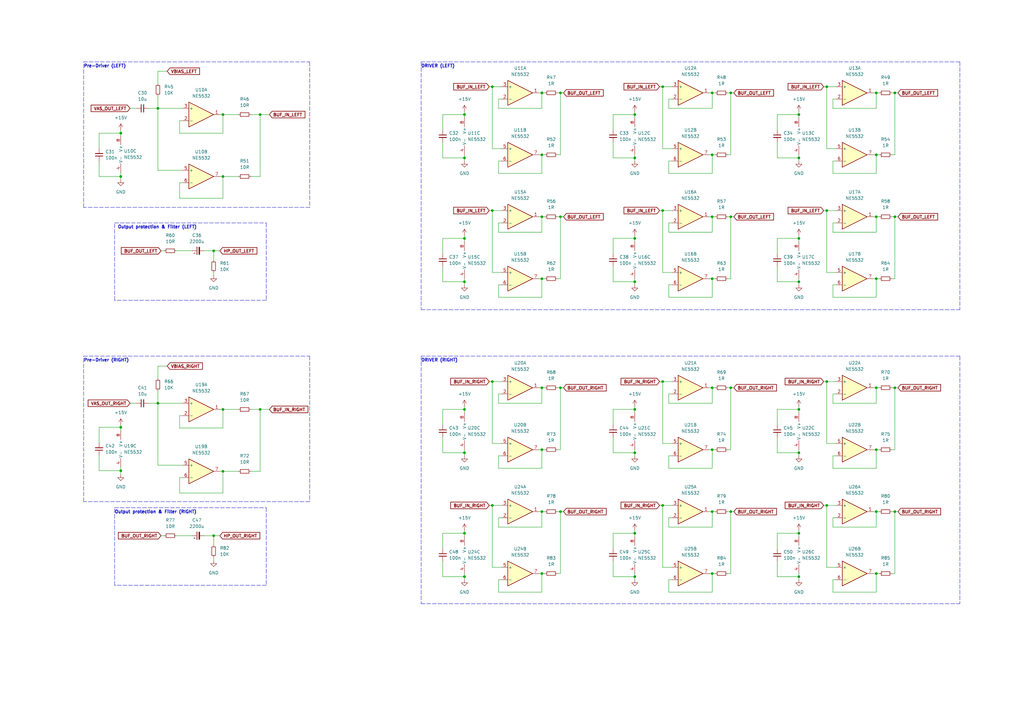
<source format=kicad_sch>
(kicad_sch (version 20211123) (generator eeschema)

  (uuid 654e5500-9049-46ea-9962-5f2c7357525e)

  (paper "A3")

  (lib_symbols
    (symbol "Amplifier_Operational:NE5532" (pin_names (offset 0.127)) (in_bom yes) (on_board yes)
      (property "Reference" "U" (id 0) (at 0 5.08 0)
        (effects (font (size 1.27 1.27)) (justify left))
      )
      (property "Value" "NE5532" (id 1) (at 0 -5.08 0)
        (effects (font (size 1.27 1.27)) (justify left))
      )
      (property "Footprint" "" (id 2) (at 0 0 0)
        (effects (font (size 1.27 1.27)) hide)
      )
      (property "Datasheet" "http://www.ti.com/lit/ds/symlink/ne5532.pdf" (id 3) (at 0 0 0)
        (effects (font (size 1.27 1.27)) hide)
      )
      (property "ki_locked" "" (id 4) (at 0 0 0)
        (effects (font (size 1.27 1.27)))
      )
      (property "ki_keywords" "dual opamp" (id 5) (at 0 0 0)
        (effects (font (size 1.27 1.27)) hide)
      )
      (property "ki_description" "Dual Low-Noise Operational Amplifiers, DIP-8/SOIC-8" (id 6) (at 0 0 0)
        (effects (font (size 1.27 1.27)) hide)
      )
      (property "ki_fp_filters" "SOIC*3.9x4.9mm*P1.27mm* DIP*W7.62mm* TO*99* OnSemi*Micro8* TSSOP*3x3mm*P0.65mm* TSSOP*4.4x3mm*P0.65mm* MSOP*3x3mm*P0.65mm* SSOP*3.9x4.9mm*P0.635mm* LFCSP*2x2mm*P0.5mm* *SIP* SOIC*5.3x6.2mm*P1.27mm*" (id 7) (at 0 0 0)
        (effects (font (size 1.27 1.27)) hide)
      )
      (symbol "NE5532_1_1"
        (polyline
          (pts
            (xy -5.08 5.08)
            (xy 5.08 0)
            (xy -5.08 -5.08)
            (xy -5.08 5.08)
          )
          (stroke (width 0.254) (type default) (color 0 0 0 0))
          (fill (type background))
        )
        (pin output line (at 7.62 0 180) (length 2.54)
          (name "~" (effects (font (size 1.27 1.27))))
          (number "1" (effects (font (size 1.27 1.27))))
        )
        (pin input line (at -7.62 -2.54 0) (length 2.54)
          (name "-" (effects (font (size 1.27 1.27))))
          (number "2" (effects (font (size 1.27 1.27))))
        )
        (pin input line (at -7.62 2.54 0) (length 2.54)
          (name "+" (effects (font (size 1.27 1.27))))
          (number "3" (effects (font (size 1.27 1.27))))
        )
      )
      (symbol "NE5532_2_1"
        (polyline
          (pts
            (xy -5.08 5.08)
            (xy 5.08 0)
            (xy -5.08 -5.08)
            (xy -5.08 5.08)
          )
          (stroke (width 0.254) (type default) (color 0 0 0 0))
          (fill (type background))
        )
        (pin input line (at -7.62 2.54 0) (length 2.54)
          (name "+" (effects (font (size 1.27 1.27))))
          (number "5" (effects (font (size 1.27 1.27))))
        )
        (pin input line (at -7.62 -2.54 0) (length 2.54)
          (name "-" (effects (font (size 1.27 1.27))))
          (number "6" (effects (font (size 1.27 1.27))))
        )
        (pin output line (at 7.62 0 180) (length 2.54)
          (name "~" (effects (font (size 1.27 1.27))))
          (number "7" (effects (font (size 1.27 1.27))))
        )
      )
      (symbol "NE5532_3_1"
        (pin power_in line (at -2.54 -7.62 90) (length 3.81)
          (name "V-" (effects (font (size 1.27 1.27))))
          (number "4" (effects (font (size 1.27 1.27))))
        )
        (pin power_in line (at -2.54 7.62 270) (length 3.81)
          (name "V+" (effects (font (size 1.27 1.27))))
          (number "8" (effects (font (size 1.27 1.27))))
        )
      )
    )
    (symbol "Device:C_Polarized_Small" (pin_numbers hide) (pin_names (offset 0.254) hide) (in_bom yes) (on_board yes)
      (property "Reference" "C" (id 0) (at 0.254 1.778 0)
        (effects (font (size 1.27 1.27)) (justify left))
      )
      (property "Value" "C_Polarized_Small" (id 1) (at 0.254 -2.032 0)
        (effects (font (size 1.27 1.27)) (justify left))
      )
      (property "Footprint" "" (id 2) (at 0 0 0)
        (effects (font (size 1.27 1.27)) hide)
      )
      (property "Datasheet" "~" (id 3) (at 0 0 0)
        (effects (font (size 1.27 1.27)) hide)
      )
      (property "ki_keywords" "cap capacitor" (id 4) (at 0 0 0)
        (effects (font (size 1.27 1.27)) hide)
      )
      (property "ki_description" "Polarized capacitor, small symbol" (id 5) (at 0 0 0)
        (effects (font (size 1.27 1.27)) hide)
      )
      (property "ki_fp_filters" "CP_*" (id 6) (at 0 0 0)
        (effects (font (size 1.27 1.27)) hide)
      )
      (symbol "C_Polarized_Small_0_1"
        (rectangle (start -1.524 -0.3048) (end 1.524 -0.6858)
          (stroke (width 0) (type default) (color 0 0 0 0))
          (fill (type outline))
        )
        (rectangle (start -1.524 0.6858) (end 1.524 0.3048)
          (stroke (width 0) (type default) (color 0 0 0 0))
          (fill (type none))
        )
        (polyline
          (pts
            (xy -1.27 1.524)
            (xy -0.762 1.524)
          )
          (stroke (width 0) (type default) (color 0 0 0 0))
          (fill (type none))
        )
        (polyline
          (pts
            (xy -1.016 1.27)
            (xy -1.016 1.778)
          )
          (stroke (width 0) (type default) (color 0 0 0 0))
          (fill (type none))
        )
      )
      (symbol "C_Polarized_Small_1_1"
        (pin passive line (at 0 2.54 270) (length 1.8542)
          (name "~" (effects (font (size 1.27 1.27))))
          (number "1" (effects (font (size 1.27 1.27))))
        )
        (pin passive line (at 0 -2.54 90) (length 1.8542)
          (name "~" (effects (font (size 1.27 1.27))))
          (number "2" (effects (font (size 1.27 1.27))))
        )
      )
    )
    (symbol "Device:C_Small" (pin_numbers hide) (pin_names (offset 0.254) hide) (in_bom yes) (on_board yes)
      (property "Reference" "C" (id 0) (at 0.254 1.778 0)
        (effects (font (size 1.27 1.27)) (justify left))
      )
      (property "Value" "C_Small" (id 1) (at 0.254 -2.032 0)
        (effects (font (size 1.27 1.27)) (justify left))
      )
      (property "Footprint" "" (id 2) (at 0 0 0)
        (effects (font (size 1.27 1.27)) hide)
      )
      (property "Datasheet" "~" (id 3) (at 0 0 0)
        (effects (font (size 1.27 1.27)) hide)
      )
      (property "ki_keywords" "capacitor cap" (id 4) (at 0 0 0)
        (effects (font (size 1.27 1.27)) hide)
      )
      (property "ki_description" "Unpolarized capacitor, small symbol" (id 5) (at 0 0 0)
        (effects (font (size 1.27 1.27)) hide)
      )
      (property "ki_fp_filters" "C_*" (id 6) (at 0 0 0)
        (effects (font (size 1.27 1.27)) hide)
      )
      (symbol "C_Small_0_1"
        (polyline
          (pts
            (xy -1.524 -0.508)
            (xy 1.524 -0.508)
          )
          (stroke (width 0.3302) (type default) (color 0 0 0 0))
          (fill (type none))
        )
        (polyline
          (pts
            (xy -1.524 0.508)
            (xy 1.524 0.508)
          )
          (stroke (width 0.3048) (type default) (color 0 0 0 0))
          (fill (type none))
        )
      )
      (symbol "C_Small_1_1"
        (pin passive line (at 0 2.54 270) (length 2.032)
          (name "~" (effects (font (size 1.27 1.27))))
          (number "1" (effects (font (size 1.27 1.27))))
        )
        (pin passive line (at 0 -2.54 90) (length 2.032)
          (name "~" (effects (font (size 1.27 1.27))))
          (number "2" (effects (font (size 1.27 1.27))))
        )
      )
    )
    (symbol "Device:R_Small" (pin_numbers hide) (pin_names (offset 0.254) hide) (in_bom yes) (on_board yes)
      (property "Reference" "R" (id 0) (at 0.762 0.508 0)
        (effects (font (size 1.27 1.27)) (justify left))
      )
      (property "Value" "R_Small" (id 1) (at 0.762 -1.016 0)
        (effects (font (size 1.27 1.27)) (justify left))
      )
      (property "Footprint" "" (id 2) (at 0 0 0)
        (effects (font (size 1.27 1.27)) hide)
      )
      (property "Datasheet" "~" (id 3) (at 0 0 0)
        (effects (font (size 1.27 1.27)) hide)
      )
      (property "ki_keywords" "R resistor" (id 4) (at 0 0 0)
        (effects (font (size 1.27 1.27)) hide)
      )
      (property "ki_description" "Resistor, small symbol" (id 5) (at 0 0 0)
        (effects (font (size 1.27 1.27)) hide)
      )
      (property "ki_fp_filters" "R_*" (id 6) (at 0 0 0)
        (effects (font (size 1.27 1.27)) hide)
      )
      (symbol "R_Small_0_1"
        (rectangle (start -0.762 1.778) (end 0.762 -1.778)
          (stroke (width 0.2032) (type default) (color 0 0 0 0))
          (fill (type none))
        )
      )
      (symbol "R_Small_1_1"
        (pin passive line (at 0 2.54 270) (length 0.762)
          (name "~" (effects (font (size 1.27 1.27))))
          (number "1" (effects (font (size 1.27 1.27))))
        )
        (pin passive line (at 0 -2.54 90) (length 0.762)
          (name "~" (effects (font (size 1.27 1.27))))
          (number "2" (effects (font (size 1.27 1.27))))
        )
      )
    )
    (symbol "power:+15V" (power) (pin_names (offset 0)) (in_bom yes) (on_board yes)
      (property "Reference" "#PWR" (id 0) (at 0 -3.81 0)
        (effects (font (size 1.27 1.27)) hide)
      )
      (property "Value" "+15V" (id 1) (at 0 3.556 0)
        (effects (font (size 1.27 1.27)))
      )
      (property "Footprint" "" (id 2) (at 0 0 0)
        (effects (font (size 1.27 1.27)) hide)
      )
      (property "Datasheet" "" (id 3) (at 0 0 0)
        (effects (font (size 1.27 1.27)) hide)
      )
      (property "ki_keywords" "power-flag" (id 4) (at 0 0 0)
        (effects (font (size 1.27 1.27)) hide)
      )
      (property "ki_description" "Power symbol creates a global label with name \"+15V\"" (id 5) (at 0 0 0)
        (effects (font (size 1.27 1.27)) hide)
      )
      (symbol "+15V_0_1"
        (polyline
          (pts
            (xy -0.762 1.27)
            (xy 0 2.54)
          )
          (stroke (width 0) (type default) (color 0 0 0 0))
          (fill (type none))
        )
        (polyline
          (pts
            (xy 0 0)
            (xy 0 2.54)
          )
          (stroke (width 0) (type default) (color 0 0 0 0))
          (fill (type none))
        )
        (polyline
          (pts
            (xy 0 2.54)
            (xy 0.762 1.27)
          )
          (stroke (width 0) (type default) (color 0 0 0 0))
          (fill (type none))
        )
      )
      (symbol "+15V_1_1"
        (pin power_in line (at 0 0 90) (length 0) hide
          (name "+15V" (effects (font (size 1.27 1.27))))
          (number "1" (effects (font (size 1.27 1.27))))
        )
      )
    )
    (symbol "power:GND" (power) (pin_names (offset 0)) (in_bom yes) (on_board yes)
      (property "Reference" "#PWR" (id 0) (at 0 -6.35 0)
        (effects (font (size 1.27 1.27)) hide)
      )
      (property "Value" "GND" (id 1) (at 0 -3.81 0)
        (effects (font (size 1.27 1.27)))
      )
      (property "Footprint" "" (id 2) (at 0 0 0)
        (effects (font (size 1.27 1.27)) hide)
      )
      (property "Datasheet" "" (id 3) (at 0 0 0)
        (effects (font (size 1.27 1.27)) hide)
      )
      (property "ki_keywords" "power-flag" (id 4) (at 0 0 0)
        (effects (font (size 1.27 1.27)) hide)
      )
      (property "ki_description" "Power symbol creates a global label with name \"GND\" , ground" (id 5) (at 0 0 0)
        (effects (font (size 1.27 1.27)) hide)
      )
      (symbol "GND_0_1"
        (polyline
          (pts
            (xy 0 0)
            (xy 0 -1.27)
            (xy 1.27 -1.27)
            (xy 0 -2.54)
            (xy -1.27 -1.27)
            (xy 0 -1.27)
          )
          (stroke (width 0) (type default) (color 0 0 0 0))
          (fill (type none))
        )
      )
      (symbol "GND_1_1"
        (pin power_in line (at 0 0 270) (length 0) hide
          (name "GND" (effects (font (size 1.27 1.27))))
          (number "1" (effects (font (size 1.27 1.27))))
        )
      )
    )
  )

  (junction (at 91.44 46.99) (diameter 0) (color 0 0 0 0)
    (uuid 009d4a0f-ec7d-430b-9931-c57ac38e7bff)
  )
  (junction (at 222.25 63.5) (diameter 0) (color 0 0 0 0)
    (uuid 0297522b-c82e-4a26-91eb-b5fabb3f528c)
  )
  (junction (at 260.35 46.99) (diameter 0) (color 0 0 0 0)
    (uuid 0527334e-4e1a-4cb3-9919-fee66dad7737)
  )
  (junction (at 271.78 86.36) (diameter 0) (color 0 0 0 0)
    (uuid 06550582-7643-43b5-a221-e86ad0181f46)
  )
  (junction (at 327.66 218.7231) (diameter 0) (color 0 0 0 0)
    (uuid 075e9eb2-0181-4dd8-889b-3cff58244438)
  )
  (junction (at 327.66 236.5031) (diameter 0) (color 0 0 0 0)
    (uuid 083954ae-f934-4c0f-be5e-c1860e32f659)
  )
  (junction (at 367.03 88.9) (diameter 0) (color 0 0 0 0)
    (uuid 08f323dd-00b9-47dc-831f-4455cf9ecba7)
  )
  (junction (at 260.35 115.57) (diameter 0) (color 0 0 0 0)
    (uuid 0966f052-f003-4380-9086-8662b36062fc)
  )
  (junction (at 339.09 207.2931) (diameter 0) (color 0 0 0 0)
    (uuid 09fe5383-3a47-4b7b-9dc6-e520b770ddd8)
  )
  (junction (at 339.09 156.4931) (diameter 0) (color 0 0 0 0)
    (uuid 0b070094-8f8c-4a1c-b41a-cf9bf72caa43)
  )
  (junction (at 292.1 88.9) (diameter 0) (color 0 0 0 0)
    (uuid 0c8774d1-0f84-4964-9006-86350ea5e3f4)
  )
  (junction (at 327.66 46.99) (diameter 0) (color 0 0 0 0)
    (uuid 0d768264-21e3-4ffc-aa85-60bc4c6e1375)
  )
  (junction (at 327.66 115.57) (diameter 0) (color 0 0 0 0)
    (uuid 0e7cf415-afc4-4384-b51f-ceb4e126f066)
  )
  (junction (at 260.35 236.5031) (diameter 0) (color 0 0 0 0)
    (uuid 0efea6b3-7df8-4fdb-92b9-38fefe3eaad9)
  )
  (junction (at 190.5 46.99) (diameter 0) (color 0 0 0 0)
    (uuid 0f4a4138-64fa-4237-9ee4-cc3d43469272)
  )
  (junction (at 260.35 218.7231) (diameter 0) (color 0 0 0 0)
    (uuid 10616b8f-74e5-4e1e-a078-922bf0ef6fab)
  )
  (junction (at 359.41 184.4331) (diameter 0) (color 0 0 0 0)
    (uuid 13680422-12ba-4d99-90d0-0c95521d7fb9)
  )
  (junction (at 271.78 156.4931) (diameter 0) (color 0 0 0 0)
    (uuid 159fa6d6-a84d-47e9-b4d4-55707c9388ca)
  )
  (junction (at 222.25 209.8331) (diameter 0) (color 0 0 0 0)
    (uuid 164eb170-89ca-4168-997a-add440372f7b)
  )
  (junction (at 299.72 209.8331) (diameter 0) (color 0 0 0 0)
    (uuid 16801bbe-a7e9-440c-86dc-063a473e824f)
  )
  (junction (at 359.41 88.9) (diameter 0) (color 0 0 0 0)
    (uuid 184b24db-f6fd-41c2-bd9f-cf2cc75817f1)
  )
  (junction (at 190.5 115.57) (diameter 0) (color 0 0 0 0)
    (uuid 1a10a782-e002-4ba4-a518-6a26e97c38f8)
  )
  (junction (at 91.44 167.9231) (diameter 0) (color 0 0 0 0)
    (uuid 1c83a5da-a84d-4642-a74f-54e2403e0e90)
  )
  (junction (at 292.1 184.4331) (diameter 0) (color 0 0 0 0)
    (uuid 2a99972e-7309-4197-97bf-3e18b7b1a387)
  )
  (junction (at 87.63 219.71) (diameter 0) (color 0 0 0 0)
    (uuid 2ca4cf32-e6d3-4e41-afcd-25c7b69a9dfe)
  )
  (junction (at 49.53 175.26) (diameter 0) (color 0 0 0 0)
    (uuid 31550343-14d8-4646-8cd8-824e61793bd2)
  )
  (junction (at 49.53 193.04) (diameter 0) (color 0 0 0 0)
    (uuid 338608d7-bc78-4beb-bb92-f7a555a7fdab)
  )
  (junction (at 292.1 63.5) (diameter 0) (color 0 0 0 0)
    (uuid 345d4fd4-7158-4a6d-9cee-44eb2d03537b)
  )
  (junction (at 327.66 64.77) (diameter 0) (color 0 0 0 0)
    (uuid 38ee3756-088b-4bf7-ae77-603776fdd46d)
  )
  (junction (at 222.25 235.2331) (diameter 0) (color 0 0 0 0)
    (uuid 38f4db7c-d911-4fd1-ad96-03121f833680)
  )
  (junction (at 190.5 218.7231) (diameter 0) (color 0 0 0 0)
    (uuid 3d1553b7-393f-4861-b15a-24f134a9fc73)
  )
  (junction (at 292.1 38.1) (diameter 0) (color 0 0 0 0)
    (uuid 4413dd62-ad1c-47fa-9064-4abace78a6e7)
  )
  (junction (at 367.03 209.8331) (diameter 0) (color 0 0 0 0)
    (uuid 45d2287e-5d00-4d74-b370-51c125e75d69)
  )
  (junction (at 327.66 167.9231) (diameter 0) (color 0 0 0 0)
    (uuid 505812b5-0ccc-4502-9841-ee27b3eea17c)
  )
  (junction (at 222.25 88.9) (diameter 0) (color 0 0 0 0)
    (uuid 5369a112-0764-44be-a7fe-38db05052125)
  )
  (junction (at 260.35 185.7031) (diameter 0) (color 0 0 0 0)
    (uuid 59305acc-644e-46a7-a632-3da7d4b68503)
  )
  (junction (at 222.25 184.4331) (diameter 0) (color 0 0 0 0)
    (uuid 59648af0-8864-40e3-83b5-bd3586dcb727)
  )
  (junction (at 260.35 97.79) (diameter 0) (color 0 0 0 0)
    (uuid 5d3d1840-c49d-4c12-a3bd-a9796ed6df5e)
  )
  (junction (at 339.09 86.36) (diameter 0) (color 0 0 0 0)
    (uuid 64ebc057-2716-4d18-8d4f-812a8e051ac3)
  )
  (junction (at 327.66 185.7031) (diameter 0) (color 0 0 0 0)
    (uuid 65cf47a6-96a9-4f11-8e32-62d76e55057e)
  )
  (junction (at 299.72 159.0331) (diameter 0) (color 0 0 0 0)
    (uuid 664bad79-b451-48f7-ae7d-a5cebd64c659)
  )
  (junction (at 201.93 207.2931) (diameter 0) (color 0 0 0 0)
    (uuid 68cf3cf6-6427-4ec9-99f8-a578bd209066)
  )
  (junction (at 359.41 209.8331) (diameter 0) (color 0 0 0 0)
    (uuid 711d5b9e-a944-4af0-8ae6-12c4a0893ca0)
  )
  (junction (at 190.5 97.79) (diameter 0) (color 0 0 0 0)
    (uuid 71714cce-8d57-49ee-b223-bda55001e947)
  )
  (junction (at 49.53 54.61) (diameter 0) (color 0 0 0 0)
    (uuid 730a0dc6-5546-408b-aa2e-d219cfe79189)
  )
  (junction (at 190.5 236.5031) (diameter 0) (color 0 0 0 0)
    (uuid 7bb76d6f-cb7a-42df-a99a-2ce0998ca480)
  )
  (junction (at 292.1 235.2331) (diameter 0) (color 0 0 0 0)
    (uuid 7c68f5c5-65fb-4d56-ac13-38eae0003bbb)
  )
  (junction (at 271.78 207.2931) (diameter 0) (color 0 0 0 0)
    (uuid 7cd5b5fd-9c02-4622-b31f-4115efdd7624)
  )
  (junction (at 359.41 235.2331) (diameter 0) (color 0 0 0 0)
    (uuid 83c7b0b8-f2bf-4a0f-8dda-3c81feee1fd6)
  )
  (junction (at 229.87 159.0331) (diameter 0) (color 0 0 0 0)
    (uuid 842887d0-8c46-4b24-a9b4-730f38f6fcd5)
  )
  (junction (at 64.77 44.45) (diameter 0) (color 0 0 0 0)
    (uuid 86801e61-1d04-4adc-80a2-48c4977a9cb0)
  )
  (junction (at 106.68 167.9231) (diameter 0) (color 0 0 0 0)
    (uuid 8cf10048-72f2-4a94-8c83-c79eb320d06d)
  )
  (junction (at 339.09 35.56) (diameter 0) (color 0 0 0 0)
    (uuid 8e0ecffc-738a-4a22-81fd-73c8e9b0caa0)
  )
  (junction (at 222.25 159.0331) (diameter 0) (color 0 0 0 0)
    (uuid 8e432ee2-459e-4a34-ab26-1ae6dab4ccf7)
  )
  (junction (at 222.25 38.1) (diameter 0) (color 0 0 0 0)
    (uuid 9234088e-cabd-4996-9787-4c9c7aeacb64)
  )
  (junction (at 327.66 97.79) (diameter 0) (color 0 0 0 0)
    (uuid 9472260c-32a2-4405-a981-6ad50e135b0b)
  )
  (junction (at 229.87 38.1) (diameter 0) (color 0 0 0 0)
    (uuid 986eb85b-e870-4694-bea3-9c0de058484d)
  )
  (junction (at 229.87 209.8331) (diameter 0) (color 0 0 0 0)
    (uuid 9cbf2e89-f586-4940-a990-899f8f594fb1)
  )
  (junction (at 106.68 46.99) (diameter 0) (color 0 0 0 0)
    (uuid 9ccfacba-1703-423c-8c5d-a2264e9e5faf)
  )
  (junction (at 292.1 159.0331) (diameter 0) (color 0 0 0 0)
    (uuid 9d0fcf63-8b29-494b-99fa-35bdbc1b689b)
  )
  (junction (at 201.93 35.56) (diameter 0) (color 0 0 0 0)
    (uuid a14443a7-ac97-4937-a644-fd340c434cc0)
  )
  (junction (at 87.63 102.87) (diameter 0) (color 0 0 0 0)
    (uuid a1b87868-5e59-480a-bd5f-5b2e1b8fb2f0)
  )
  (junction (at 292.1 209.8331) (diameter 0) (color 0 0 0 0)
    (uuid a2be1f4f-ffb8-4c6b-ba9e-7b40366f1ff7)
  )
  (junction (at 367.03 159.0331) (diameter 0) (color 0 0 0 0)
    (uuid abb46c0d-a637-4447-bbdf-7399a14f14dd)
  )
  (junction (at 260.35 167.9231) (diameter 0) (color 0 0 0 0)
    (uuid b2978d36-907d-455a-bcb1-ea1aa1c6548f)
  )
  (junction (at 260.35 64.77) (diameter 0) (color 0 0 0 0)
    (uuid b704902a-eb6c-4a4f-b9d2-6c9ef4968578)
  )
  (junction (at 299.72 88.9) (diameter 0) (color 0 0 0 0)
    (uuid b76cf141-c8dc-496e-af0c-42e4b9fc6cc4)
  )
  (junction (at 91.44 193.3231) (diameter 0) (color 0 0 0 0)
    (uuid bb2064c0-ffb3-482c-8c7f-d651a0f609c1)
  )
  (junction (at 222.25 114.3) (diameter 0) (color 0 0 0 0)
    (uuid bd313491-8120-4030-9ecf-777c2775c676)
  )
  (junction (at 359.41 63.5) (diameter 0) (color 0 0 0 0)
    (uuid bf89cbbe-dea5-4b33-8f53-45d3359abc38)
  )
  (junction (at 292.1 114.3) (diameter 0) (color 0 0 0 0)
    (uuid c867468b-bb80-439a-be98-069b364399f3)
  )
  (junction (at 359.41 38.1) (diameter 0) (color 0 0 0 0)
    (uuid c9444daa-c239-47cc-a026-83436ce31937)
  )
  (junction (at 367.03 38.1) (diameter 0) (color 0 0 0 0)
    (uuid ced6be32-a659-4165-9fba-ee1b0bf5e2b7)
  )
  (junction (at 271.78 35.56) (diameter 0) (color 0 0 0 0)
    (uuid cf4d640e-85e1-40d7-a4ec-a0d731c0eb2c)
  )
  (junction (at 190.5 64.77) (diameter 0) (color 0 0 0 0)
    (uuid d030a4ce-d333-4a2b-89a3-79e27e98a1e8)
  )
  (junction (at 64.77 165.3831) (diameter 0) (color 0 0 0 0)
    (uuid d21228e7-1efd-4e92-994d-5f7b3e94b4f4)
  )
  (junction (at 201.93 86.36) (diameter 0) (color 0 0 0 0)
    (uuid d470949b-335c-401b-abdb-a90d6941a6c2)
  )
  (junction (at 201.93 156.4931) (diameter 0) (color 0 0 0 0)
    (uuid dcb6180a-2556-477a-843a-7dc50cee045a)
  )
  (junction (at 299.72 38.1) (diameter 0) (color 0 0 0 0)
    (uuid e10ab08f-98cb-4dc7-87bf-46382ba77045)
  )
  (junction (at 229.87 88.9) (diameter 0) (color 0 0 0 0)
    (uuid e41aa6d0-a903-4c95-a3f6-d83c0395dc41)
  )
  (junction (at 359.41 114.3) (diameter 0) (color 0 0 0 0)
    (uuid e87f7fc9-6b7f-49d2-9130-4886f6a51f0b)
  )
  (junction (at 190.5 167.9231) (diameter 0) (color 0 0 0 0)
    (uuid e8a01491-331f-4fc4-9c39-cd18b77ceb13)
  )
  (junction (at 359.41 159.0331) (diameter 0) (color 0 0 0 0)
    (uuid f23f833e-299a-416c-9767-9438cbf3c127)
  )
  (junction (at 49.53 72.39) (diameter 0) (color 0 0 0 0)
    (uuid f345b8f9-9af1-4e51-8028-4d7eeb928704)
  )
  (junction (at 190.5 185.7031) (diameter 0) (color 0 0 0 0)
    (uuid f7c3872e-1d28-4f1d-986f-702b3b87b698)
  )
  (junction (at 91.44 72.39) (diameter 0) (color 0 0 0 0)
    (uuid ffbdb2db-9e88-418e-936a-e3f77b14b8fd)
  )

  (wire (pts (xy 229.87 114.3) (xy 229.87 88.9))
    (stroke (width 0) (type default) (color 0 0 0 0))
    (uuid 0005411c-236d-49de-b20d-391b681de583)
  )
  (wire (pts (xy 74.93 170.4631) (xy 73.66 170.4631))
    (stroke (width 0) (type default) (color 0 0 0 0))
    (uuid 0014e225-563e-4d8d-bf3e-db99098a0f32)
  )
  (wire (pts (xy 220.98 114.3) (xy 222.25 114.3))
    (stroke (width 0) (type default) (color 0 0 0 0))
    (uuid 007622f6-35bb-4627-8dac-d8e1c4c1335a)
  )
  (wire (pts (xy 358.14 235.2331) (xy 359.41 235.2331))
    (stroke (width 0) (type default) (color 0 0 0 0))
    (uuid 04800e19-b0ea-4ab1-a048-308716fb3bce)
  )
  (wire (pts (xy 72.39 219.71) (xy 78.74 219.71))
    (stroke (width 0) (type default) (color 0 0 0 0))
    (uuid 057a657c-a4ec-4035-9dbf-1e42ee45e58d)
  )
  (wire (pts (xy 318.77 225.0731) (xy 318.77 218.7231))
    (stroke (width 0) (type default) (color 0 0 0 0))
    (uuid 059de012-1ef7-4fb9-98bd-0340b9057839)
  )
  (wire (pts (xy 342.9 161.5731) (xy 341.63 161.5731))
    (stroke (width 0) (type default) (color 0 0 0 0))
    (uuid 05fdabed-af4b-4bfd-b5f0-f4d44bed4918)
  )
  (wire (pts (xy 205.74 232.6931) (xy 201.93 232.6931))
    (stroke (width 0) (type default) (color 0 0 0 0))
    (uuid 06193ea3-5c8d-4d96-9df0-50ac3246b115)
  )
  (wire (pts (xy 91.44 54.61) (xy 91.44 46.99))
    (stroke (width 0) (type default) (color 0 0 0 0))
    (uuid 068260a1-5c6c-422c-900e-94226efb4e7d)
  )
  (wire (pts (xy 49.53 175.26) (xy 49.53 176.53))
    (stroke (width 0) (type default) (color 0 0 0 0))
    (uuid 07325110-983e-4159-8af5-bb84cf919b2a)
  )
  (wire (pts (xy 367.03 88.9) (xy 365.76 88.9))
    (stroke (width 0) (type default) (color 0 0 0 0))
    (uuid 073c5ea0-8dae-402c-b0a8-ad0a39871c69)
  )
  (wire (pts (xy 228.6 63.5) (xy 229.87 63.5))
    (stroke (width 0) (type default) (color 0 0 0 0))
    (uuid 07be2d33-3ba4-43f5-aa96-52e8864fb203)
  )
  (wire (pts (xy 359.41 165.3831) (xy 359.41 159.0331))
    (stroke (width 0) (type default) (color 0 0 0 0))
    (uuid 094b2b2c-5dd4-4a98-8e05-71331ec35bc6)
  )
  (wire (pts (xy 60.96 165.3831) (xy 64.77 165.3831))
    (stroke (width 0) (type default) (color 0 0 0 0))
    (uuid 09e9adb1-f26c-48b0-b8d8-067502100321)
  )
  (polyline (pts (xy 109.22 208.28) (xy 109.22 240.03))
    (stroke (width 0) (type default) (color 0 0 0 0))
    (uuid 0aa43425-bb15-4f30-b853-ced87fd6bf32)
  )

  (wire (pts (xy 327.66 218.7231) (xy 327.66 219.9931))
    (stroke (width 0) (type default) (color 0 0 0 0))
    (uuid 0b20a2cb-53cd-438c-833c-0a607f7c0bc9)
  )
  (wire (pts (xy 204.47 66.04) (xy 204.47 71.12))
    (stroke (width 0) (type default) (color 0 0 0 0))
    (uuid 0e3312c2-f4b4-4559-8813-7680d1fdc6a2)
  )
  (wire (pts (xy 190.5 45.72) (xy 190.5 46.99))
    (stroke (width 0) (type default) (color 0 0 0 0))
    (uuid 0e7752ab-d7e2-472b-b8e8-73e232b04fe0)
  )
  (wire (pts (xy 358.14 63.5) (xy 359.41 63.5))
    (stroke (width 0) (type default) (color 0 0 0 0))
    (uuid 0f1a979f-e225-479b-b3a5-9798b00e4d34)
  )
  (wire (pts (xy 251.46 115.57) (xy 260.35 115.57))
    (stroke (width 0) (type default) (color 0 0 0 0))
    (uuid 10ab9ad2-ba34-4416-b8ec-963a645abdf3)
  )
  (wire (pts (xy 53.34 165.3831) (xy 55.88 165.3831))
    (stroke (width 0) (type default) (color 0 0 0 0))
    (uuid 118a2093-a811-423f-9225-965e015bb412)
  )
  (wire (pts (xy 367.03 38.1) (xy 368.3 38.1))
    (stroke (width 0) (type default) (color 0 0 0 0))
    (uuid 11ba756a-893d-4038-9641-20c2c810102c)
  )
  (wire (pts (xy 275.59 212.3731) (xy 274.32 212.3731))
    (stroke (width 0) (type default) (color 0 0 0 0))
    (uuid 11ebf5db-8aff-4cbd-b8b5-55c2ba583e2a)
  )
  (wire (pts (xy 73.66 54.61) (xy 91.44 54.61))
    (stroke (width 0) (type default) (color 0 0 0 0))
    (uuid 121f03d0-7e9a-46e1-a6dc-fee98637d049)
  )
  (wire (pts (xy 327.66 46.99) (xy 327.66 48.26))
    (stroke (width 0) (type default) (color 0 0 0 0))
    (uuid 12292770-7557-42ff-a371-c1eb5d9ce6c8)
  )
  (wire (pts (xy 290.83 184.4331) (xy 292.1 184.4331))
    (stroke (width 0) (type default) (color 0 0 0 0))
    (uuid 123c521a-8c99-4cf8-a763-cec78a6400bb)
  )
  (wire (pts (xy 49.53 191.77) (xy 49.53 193.04))
    (stroke (width 0) (type default) (color 0 0 0 0))
    (uuid 124ca7b9-090c-483d-8afe-b09f12a41a79)
  )
  (wire (pts (xy 40.64 54.61) (xy 49.53 54.61))
    (stroke (width 0) (type default) (color 0 0 0 0))
    (uuid 128f9f60-5d3c-4d0e-801f-d569bc619222)
  )
  (wire (pts (xy 91.44 202.2131) (xy 91.44 193.3231))
    (stroke (width 0) (type default) (color 0 0 0 0))
    (uuid 13ea76ed-a96e-48ef-885c-b68207bfc4bc)
  )
  (wire (pts (xy 341.63 212.3731) (xy 341.63 216.1831))
    (stroke (width 0) (type default) (color 0 0 0 0))
    (uuid 1436974d-08b6-4962-9db4-34215d316a0c)
  )
  (wire (pts (xy 292.1 235.2331) (xy 292.1 242.8531))
    (stroke (width 0) (type default) (color 0 0 0 0))
    (uuid 14953f4a-a464-4c86-953e-8e2f2522f360)
  )
  (wire (pts (xy 220.98 209.8331) (xy 222.25 209.8331))
    (stroke (width 0) (type default) (color 0 0 0 0))
    (uuid 15780521-f71a-4d4a-9133-52da6f6f2b4a)
  )
  (wire (pts (xy 204.47 91.44) (xy 204.47 95.25))
    (stroke (width 0) (type default) (color 0 0 0 0))
    (uuid 157b4926-2b41-4ed2-a6bc-39d2d72998c1)
  )
  (wire (pts (xy 299.72 159.0331) (xy 300.99 159.0331))
    (stroke (width 0) (type default) (color 0 0 0 0))
    (uuid 167447ed-c791-4dce-bea1-69c9838e277b)
  )
  (wire (pts (xy 299.72 88.9) (xy 300.99 88.9))
    (stroke (width 0) (type default) (color 0 0 0 0))
    (uuid 16871df5-79b5-4e08-aea9-9f3dc85cd610)
  )
  (wire (pts (xy 337.82 207.2931) (xy 339.09 207.2931))
    (stroke (width 0) (type default) (color 0 0 0 0))
    (uuid 175c8e1d-cfc5-4ffc-a059-f334c26a3a9f)
  )
  (wire (pts (xy 205.74 60.96) (xy 201.93 60.96))
    (stroke (width 0) (type default) (color 0 0 0 0))
    (uuid 1822e593-4ecd-4745-bc72-146acf7e3a59)
  )
  (wire (pts (xy 74.93 195.8631) (xy 73.66 195.8631))
    (stroke (width 0) (type default) (color 0 0 0 0))
    (uuid 18625659-b66e-4421-ae4a-9781cfadf2b0)
  )
  (wire (pts (xy 91.44 72.39) (xy 97.79 72.39))
    (stroke (width 0) (type default) (color 0 0 0 0))
    (uuid 186fe5a6-8be3-4a57-9b72-fa0571ffa3db)
  )
  (wire (pts (xy 318.77 167.9231) (xy 327.66 167.9231))
    (stroke (width 0) (type default) (color 0 0 0 0))
    (uuid 18df828a-7b61-49fc-9ba7-f9e15901a4b4)
  )
  (wire (pts (xy 200.66 207.2931) (xy 201.93 207.2931))
    (stroke (width 0) (type default) (color 0 0 0 0))
    (uuid 1a693b71-685f-4f24-8994-00a4023ebe3c)
  )
  (wire (pts (xy 299.72 88.9) (xy 298.45 88.9))
    (stroke (width 0) (type default) (color 0 0 0 0))
    (uuid 1bb359c6-28e2-4986-a5cf-a13d27dc0ffd)
  )
  (wire (pts (xy 205.74 91.44) (xy 204.47 91.44))
    (stroke (width 0) (type default) (color 0 0 0 0))
    (uuid 1cecb282-3423-460c-b086-b590b06422c1)
  )
  (wire (pts (xy 367.03 63.5) (xy 367.03 38.1))
    (stroke (width 0) (type default) (color 0 0 0 0))
    (uuid 1d780cc5-27d0-45cc-bd4c-4c71d8b2bcba)
  )
  (polyline (pts (xy 46.99 208.28) (xy 109.22 208.28))
    (stroke (width 0) (type default) (color 0 0 0 0))
    (uuid 1dec38d6-f287-40f8-b4f9-7f07df368fad)
  )

  (wire (pts (xy 270.51 156.4931) (xy 271.78 156.4931))
    (stroke (width 0) (type default) (color 0 0 0 0))
    (uuid 1e9bc131-17a2-418f-a8fc-a424127bb3c2)
  )
  (wire (pts (xy 260.35 114.3) (xy 260.35 115.57))
    (stroke (width 0) (type default) (color 0 0 0 0))
    (uuid 1f2fc323-05b0-4b53-8b3c-73aeb560caf2)
  )
  (wire (pts (xy 181.61 174.2731) (xy 181.61 167.9231))
    (stroke (width 0) (type default) (color 0 0 0 0))
    (uuid 1f433ae3-b0a2-4af4-bba6-a5d4cee01568)
  )
  (wire (pts (xy 204.47 186.9731) (xy 204.47 192.0531))
    (stroke (width 0) (type default) (color 0 0 0 0))
    (uuid 20323c5d-3779-4e43-bb6d-776c673fb5dc)
  )
  (wire (pts (xy 205.74 181.8931) (xy 201.93 181.8931))
    (stroke (width 0) (type default) (color 0 0 0 0))
    (uuid 20ab4423-7ecc-4204-87ef-c4c21a8189d1)
  )
  (wire (pts (xy 359.41 38.1) (xy 360.68 38.1))
    (stroke (width 0) (type default) (color 0 0 0 0))
    (uuid 2178e918-358f-49a3-819c-a4fdbda11130)
  )
  (wire (pts (xy 90.17 46.99) (xy 91.44 46.99))
    (stroke (width 0) (type default) (color 0 0 0 0))
    (uuid 224a134c-c77f-43ae-bd3f-f77fe306b6c1)
  )
  (wire (pts (xy 73.66 195.8631) (xy 73.66 202.2131))
    (stroke (width 0) (type default) (color 0 0 0 0))
    (uuid 227eb520-8364-46b6-ac6c-6b58adf4219f)
  )
  (wire (pts (xy 181.61 185.7031) (xy 190.5 185.7031))
    (stroke (width 0) (type default) (color 0 0 0 0))
    (uuid 23a127b8-4450-44a3-b9c9-54ab0bae1e79)
  )
  (wire (pts (xy 201.93 181.8931) (xy 201.93 156.4931))
    (stroke (width 0) (type default) (color 0 0 0 0))
    (uuid 23f91e09-5db7-4cc4-90e6-71594da82b60)
  )
  (wire (pts (xy 204.47 242.8531) (xy 222.25 242.8531))
    (stroke (width 0) (type default) (color 0 0 0 0))
    (uuid 2526e204-47ac-4aa4-a795-cfd4ddb2dd6e)
  )
  (wire (pts (xy 342.9 116.84) (xy 341.63 116.84))
    (stroke (width 0) (type default) (color 0 0 0 0))
    (uuid 26395348-0512-4d1b-b34d-e02dfcc4e1ba)
  )
  (wire (pts (xy 367.03 184.4331) (xy 367.03 159.0331))
    (stroke (width 0) (type default) (color 0 0 0 0))
    (uuid 2658f421-d97c-475e-8784-73a5c0ec2f04)
  )
  (wire (pts (xy 201.93 86.36) (xy 205.74 86.36))
    (stroke (width 0) (type default) (color 0 0 0 0))
    (uuid 270cba53-979c-4866-9104-95dab02b64b4)
  )
  (wire (pts (xy 341.63 71.12) (xy 359.41 71.12))
    (stroke (width 0) (type default) (color 0 0 0 0))
    (uuid 271ed760-05a5-4389-a8e1-8e417e0dd14d)
  )
  (wire (pts (xy 222.25 44.45) (xy 222.25 38.1))
    (stroke (width 0) (type default) (color 0 0 0 0))
    (uuid 27810f0a-b070-4a8b-8488-bfcfc17faa8f)
  )
  (wire (pts (xy 318.77 115.57) (xy 327.66 115.57))
    (stroke (width 0) (type default) (color 0 0 0 0))
    (uuid 2810e7c4-eef5-4489-8eec-59a0d70e2d34)
  )
  (wire (pts (xy 290.83 114.3) (xy 292.1 114.3))
    (stroke (width 0) (type default) (color 0 0 0 0))
    (uuid 29049cca-2fff-4e0a-827d-7d0300c55bf0)
  )
  (wire (pts (xy 49.53 70.8369) (xy 49.53 72.39))
    (stroke (width 0) (type default) (color 0 0 0 0))
    (uuid 2927ebe1-10f9-4eda-b1af-a6f56035200b)
  )
  (wire (pts (xy 274.32 242.8531) (xy 292.1 242.8531))
    (stroke (width 0) (type default) (color 0 0 0 0))
    (uuid 298b1d52-0c23-4b6f-aae4-e6127ae90ebd)
  )
  (wire (pts (xy 251.46 185.7031) (xy 260.35 185.7031))
    (stroke (width 0) (type default) (color 0 0 0 0))
    (uuid 2aec4338-0e1d-4531-9eec-87748c57d783)
  )
  (wire (pts (xy 229.87 209.8331) (xy 231.14 209.8331))
    (stroke (width 0) (type default) (color 0 0 0 0))
    (uuid 2b2164dc-cc8d-478f-a4e0-dff42682c229)
  )
  (wire (pts (xy 49.53 174.2731) (xy 49.53 175.26))
    (stroke (width 0) (type default) (color 0 0 0 0))
    (uuid 2c8f98b9-63b9-4ee6-b69a-39165fe83ea0)
  )
  (wire (pts (xy 341.63 66.04) (xy 341.63 71.12))
    (stroke (width 0) (type default) (color 0 0 0 0))
    (uuid 2d2b385a-74ec-42c5-9a9b-db4639806298)
  )
  (wire (pts (xy 271.78 207.2931) (xy 275.59 207.2931))
    (stroke (width 0) (type default) (color 0 0 0 0))
    (uuid 2e3ebb0c-3f44-422e-ac90-27d1b7851090)
  )
  (wire (pts (xy 251.46 58.42) (xy 251.46 64.77))
    (stroke (width 0) (type default) (color 0 0 0 0))
    (uuid 2e7b326f-6124-4419-8059-3878c1c3b31d)
  )
  (wire (pts (xy 106.68 167.9231) (xy 102.87 167.9231))
    (stroke (width 0) (type default) (color 0 0 0 0))
    (uuid 2eed9816-555f-4198-9dcc-cd51a5dd13fa)
  )
  (wire (pts (xy 275.59 161.5731) (xy 274.32 161.5731))
    (stroke (width 0) (type default) (color 0 0 0 0))
    (uuid 2f2ffd0f-6539-4912-89de-cbc6bee66d25)
  )
  (wire (pts (xy 251.46 64.77) (xy 260.35 64.77))
    (stroke (width 0) (type default) (color 0 0 0 0))
    (uuid 2fd1cb91-2950-4d71-8a42-a454a16cc6b6)
  )
  (wire (pts (xy 106.68 72.39) (xy 106.68 46.99))
    (stroke (width 0) (type default) (color 0 0 0 0))
    (uuid 30a04df9-0d05-4372-9e7b-068c19b9cccc)
  )
  (wire (pts (xy 274.32 66.04) (xy 274.32 71.12))
    (stroke (width 0) (type default) (color 0 0 0 0))
    (uuid 315306e0-e663-44b4-aeb7-83a1a07a519b)
  )
  (polyline (pts (xy 109.22 123.19) (xy 46.99 123.19))
    (stroke (width 0) (type default) (color 0 0 0 0))
    (uuid 315335fd-f086-4cee-93c6-77d80799aa03)
  )

  (wire (pts (xy 358.14 184.4331) (xy 359.41 184.4331))
    (stroke (width 0) (type default) (color 0 0 0 0))
    (uuid 32479f39-60a4-4818-b19d-db1aef2f5b1b)
  )
  (wire (pts (xy 341.63 40.64) (xy 341.63 44.45))
    (stroke (width 0) (type default) (color 0 0 0 0))
    (uuid 32a4948c-b324-4cc4-8014-83ac0ea87b9f)
  )
  (wire (pts (xy 181.61 64.77) (xy 190.5 64.77))
    (stroke (width 0) (type default) (color 0 0 0 0))
    (uuid 32eac1dc-b79c-47a1-a19d-73ee88226de2)
  )
  (wire (pts (xy 64.77 165.3831) (xy 64.77 190.7831))
    (stroke (width 0) (type default) (color 0 0 0 0))
    (uuid 3308526d-66ce-48a3-819a-4d7eb6097ef4)
  )
  (wire (pts (xy 205.74 66.04) (xy 204.47 66.04))
    (stroke (width 0) (type default) (color 0 0 0 0))
    (uuid 33bfb0b9-c6f4-4434-b217-5e3ace6ccde2)
  )
  (wire (pts (xy 327.66 114.3) (xy 327.66 115.57))
    (stroke (width 0) (type default) (color 0 0 0 0))
    (uuid 3449aa23-a8fe-44eb-a317-ad727ffff55f)
  )
  (wire (pts (xy 64.77 44.45) (xy 74.93 44.45))
    (stroke (width 0) (type default) (color 0 0 0 0))
    (uuid 35dd5d42-79be-4019-bced-46ba57d2b8f3)
  )
  (wire (pts (xy 73.66 202.2131) (xy 91.44 202.2131))
    (stroke (width 0) (type default) (color 0 0 0 0))
    (uuid 3634b61a-34dd-4c17-a0bb-54a3438d28f0)
  )
  (wire (pts (xy 91.44 193.3231) (xy 97.79 193.3231))
    (stroke (width 0) (type default) (color 0 0 0 0))
    (uuid 368fed5f-0d67-41fc-9225-69d67615efc7)
  )
  (wire (pts (xy 299.72 38.1) (xy 300.99 38.1))
    (stroke (width 0) (type default) (color 0 0 0 0))
    (uuid 37f46c02-c369-44ab-9bf9-38dac31767ac)
  )
  (wire (pts (xy 342.9 212.3731) (xy 341.63 212.3731))
    (stroke (width 0) (type default) (color 0 0 0 0))
    (uuid 39a5f83c-6c7d-4c11-a587-9d619db8ca32)
  )
  (wire (pts (xy 229.87 63.5) (xy 229.87 38.1))
    (stroke (width 0) (type default) (color 0 0 0 0))
    (uuid 3a18bb58-36dd-4384-8bee-783ba972a7f1)
  )
  (wire (pts (xy 222.25 38.1) (xy 223.52 38.1))
    (stroke (width 0) (type default) (color 0 0 0 0))
    (uuid 3a78b61f-9a3c-4b38-8f4c-b97e7ff055e0)
  )
  (wire (pts (xy 222.25 63.5) (xy 222.25 71.12))
    (stroke (width 0) (type default) (color 0 0 0 0))
    (uuid 3aee20e4-dc82-48d5-8a49-23e5d33da578)
  )
  (wire (pts (xy 298.45 235.2331) (xy 299.72 235.2331))
    (stroke (width 0) (type default) (color 0 0 0 0))
    (uuid 3b1ff77c-e23b-4df0-8bea-8b2c3324f7de)
  )
  (wire (pts (xy 204.47 192.0531) (xy 222.25 192.0531))
    (stroke (width 0) (type default) (color 0 0 0 0))
    (uuid 3b3890fe-f858-474a-bdf9-c07d8f77d78a)
  )
  (wire (pts (xy 87.63 111.76) (xy 87.63 113.03))
    (stroke (width 0) (type default) (color 0 0 0 0))
    (uuid 3b433ac5-daa9-4c38-81e9-470d254f1a48)
  )
  (wire (pts (xy 102.87 72.39) (xy 106.68 72.39))
    (stroke (width 0) (type default) (color 0 0 0 0))
    (uuid 3b81c45b-633c-482d-8c8d-b5397307637a)
  )
  (wire (pts (xy 292.1 95.25) (xy 292.1 88.9))
    (stroke (width 0) (type default) (color 0 0 0 0))
    (uuid 3bd48a3c-f9b7-462c-819f-2e498d653c29)
  )
  (wire (pts (xy 359.41 114.3) (xy 360.68 114.3))
    (stroke (width 0) (type default) (color 0 0 0 0))
    (uuid 3e57a7f5-ac68-43c5-80cf-4ac585f5aee3)
  )
  (wire (pts (xy 222.25 216.1831) (xy 222.25 209.8331))
    (stroke (width 0) (type default) (color 0 0 0 0))
    (uuid 3f326279-6c0e-4958-82a6-54d0aff84524)
  )
  (wire (pts (xy 274.32 116.84) (xy 274.32 121.92))
    (stroke (width 0) (type default) (color 0 0 0 0))
    (uuid 3f3fb1fa-6669-49e7-ba10-ceeefdbf514a)
  )
  (wire (pts (xy 106.68 46.99) (xy 110.49 46.99))
    (stroke (width 0) (type default) (color 0 0 0 0))
    (uuid 418583f1-36b8-485f-95a1-9a4090303867)
  )
  (wire (pts (xy 367.03 114.3) (xy 367.03 88.9))
    (stroke (width 0) (type default) (color 0 0 0 0))
    (uuid 421449e2-f496-49e3-8487-69b625a36dd4)
  )
  (wire (pts (xy 327.66 184.4331) (xy 327.66 185.7031))
    (stroke (width 0) (type default) (color 0 0 0 0))
    (uuid 43f4fe35-9281-476f-b3bd-8703200346e6)
  )
  (wire (pts (xy 200.66 86.36) (xy 201.93 86.36))
    (stroke (width 0) (type default) (color 0 0 0 0))
    (uuid 4409fd10-6eec-40c3-9edb-832051abb4e1)
  )
  (wire (pts (xy 358.14 88.9) (xy 359.41 88.9))
    (stroke (width 0) (type default) (color 0 0 0 0))
    (uuid 451481ac-1a1e-47e3-9428-64d801b793e0)
  )
  (wire (pts (xy 342.9 237.7731) (xy 341.63 237.7731))
    (stroke (width 0) (type default) (color 0 0 0 0))
    (uuid 451cf55c-468a-4f4c-aa1b-19e5e95dd0e2)
  )
  (wire (pts (xy 298.45 63.5) (xy 299.72 63.5))
    (stroke (width 0) (type default) (color 0 0 0 0))
    (uuid 45ef2b87-e787-48e1-b62d-61fc6daab613)
  )
  (wire (pts (xy 365.76 114.3) (xy 367.03 114.3))
    (stroke (width 0) (type default) (color 0 0 0 0))
    (uuid 4701e30d-4779-4ae1-b2dc-b9891da2e3ab)
  )
  (wire (pts (xy 204.47 95.25) (xy 222.25 95.25))
    (stroke (width 0) (type default) (color 0 0 0 0))
    (uuid 4736131d-5604-4d79-accb-26ed483555c0)
  )
  (wire (pts (xy 358.14 38.1) (xy 359.41 38.1))
    (stroke (width 0) (type default) (color 0 0 0 0))
    (uuid 47b9da0d-a46f-4069-97ab-f83affbdfaf0)
  )
  (wire (pts (xy 91.44 193.3231) (xy 90.17 193.3231))
    (stroke (width 0) (type default) (color 0 0 0 0))
    (uuid 47cae693-aff5-482a-8665-e2971908d815)
  )
  (wire (pts (xy 339.09 156.4931) (xy 342.9 156.4931))
    (stroke (width 0) (type default) (color 0 0 0 0))
    (uuid 4922b77e-25d9-4d52-8a4d-d97a41d189e4)
  )
  (wire (pts (xy 201.93 35.56) (xy 205.74 35.56))
    (stroke (width 0) (type default) (color 0 0 0 0))
    (uuid 4979791a-37b0-4e0c-b56b-dc8e29387e1c)
  )
  (wire (pts (xy 337.82 156.4931) (xy 339.09 156.4931))
    (stroke (width 0) (type default) (color 0 0 0 0))
    (uuid 49ffa4c5-1552-4efc-8a9a-f24f336c835d)
  )
  (wire (pts (xy 87.63 102.87) (xy 90.17 102.87))
    (stroke (width 0) (type default) (color 0 0 0 0))
    (uuid 4aad95a3-b129-45d4-aeb1-467a40a8d0fe)
  )
  (wire (pts (xy 49.53 54.61) (xy 49.53 55.5969))
    (stroke (width 0) (type default) (color 0 0 0 0))
    (uuid 4ad9c9b3-1432-45dd-8705-837a1f71bea3)
  )
  (wire (pts (xy 64.77 29.21) (xy 68.58 29.21))
    (stroke (width 0) (type default) (color 0 0 0 0))
    (uuid 4b1bf341-3495-44ec-ac3b-9f0f50e4dd50)
  )
  (wire (pts (xy 290.83 63.5) (xy 292.1 63.5))
    (stroke (width 0) (type default) (color 0 0 0 0))
    (uuid 4c5756c4-21e9-4de3-a681-e71b194ce752)
  )
  (polyline (pts (xy 34.29 25.4) (xy 127 25.4))
    (stroke (width 0) (type default) (color 0 0 0 0))
    (uuid 4caaf3db-094d-4f5a-9896-44e73e50ff03)
  )

  (wire (pts (xy 367.03 235.2331) (xy 367.03 209.8331))
    (stroke (width 0) (type default) (color 0 0 0 0))
    (uuid 4ce44946-4497-4fb7-adbe-71865bd67444)
  )
  (polyline (pts (xy 172.72 247.65) (xy 393.7 247.65))
    (stroke (width 0) (type default) (color 0 0 0 0))
    (uuid 4d3c2931-c1ab-4fe1-9161-85e1c85a7430)
  )

  (wire (pts (xy 106.68 193.3231) (xy 106.68 167.9231))
    (stroke (width 0) (type default) (color 0 0 0 0))
    (uuid 4d6072e5-efa4-4084-8d89-528e8fde1e18)
  )
  (wire (pts (xy 73.66 49.53) (xy 73.66 54.61))
    (stroke (width 0) (type default) (color 0 0 0 0))
    (uuid 4dd0e7f1-8d4e-4e9b-9245-480492af1f83)
  )
  (wire (pts (xy 83.82 219.71) (xy 87.63 219.71))
    (stroke (width 0) (type default) (color 0 0 0 0))
    (uuid 4e2f9012-e3ee-4f6e-9b40-bb5c8972e4ac)
  )
  (wire (pts (xy 190.5 96.52) (xy 190.5 97.79))
    (stroke (width 0) (type default) (color 0 0 0 0))
    (uuid 4e92eb51-e9a9-4d17-a6bc-cc498f5d4153)
  )
  (wire (pts (xy 359.41 209.8331) (xy 360.68 209.8331))
    (stroke (width 0) (type default) (color 0 0 0 0))
    (uuid 4ea2b55b-1193-4202-a065-ab0cba1a34f0)
  )
  (polyline (pts (xy 127 85.09) (xy 34.29 85.09))
    (stroke (width 0) (type default) (color 0 0 0 0))
    (uuid 4eae0ac9-9282-4320-ba71-233828a5ef35)
  )

  (wire (pts (xy 292.1 114.3) (xy 292.1 121.92))
    (stroke (width 0) (type default) (color 0 0 0 0))
    (uuid 4ed1662c-5a95-469e-8a4c-4d301dc03424)
  )
  (wire (pts (xy 40.64 193.04) (xy 49.53 193.04))
    (stroke (width 0) (type default) (color 0 0 0 0))
    (uuid 4f92886e-1254-41f5-bdfb-f991f8f5e60d)
  )
  (wire (pts (xy 60.96 44.45) (xy 64.77 44.45))
    (stroke (width 0) (type default) (color 0 0 0 0))
    (uuid 501aab6f-43e4-460e-bb38-11acbbfd1fe0)
  )
  (wire (pts (xy 367.03 209.8331) (xy 365.76 209.8331))
    (stroke (width 0) (type default) (color 0 0 0 0))
    (uuid 52225ffd-7a2c-4ae1-b411-567ac96debbd)
  )
  (wire (pts (xy 229.87 159.0331) (xy 231.14 159.0331))
    (stroke (width 0) (type default) (color 0 0 0 0))
    (uuid 52ad559e-1f43-4ba4-90fe-024de2931c83)
  )
  (polyline (pts (xy 393.7 146.05) (xy 393.7 247.65))
    (stroke (width 0) (type default) (color 0 0 0 0))
    (uuid 52bab2eb-0625-43ca-88dc-44f8ab415fd8)
  )

  (wire (pts (xy 222.25 184.4331) (xy 222.25 192.0531))
    (stroke (width 0) (type default) (color 0 0 0 0))
    (uuid 5318e922-777c-4f63-91ee-0de1d91ee78c)
  )
  (wire (pts (xy 260.35 96.52) (xy 260.35 97.79))
    (stroke (width 0) (type default) (color 0 0 0 0))
    (uuid 55b7f1aa-b8e4-453b-b9aa-9b97c1452588)
  )
  (wire (pts (xy 367.03 159.0331) (xy 368.3 159.0331))
    (stroke (width 0) (type default) (color 0 0 0 0))
    (uuid 560f3fab-59d4-474d-b62d-9e5e4f855d49)
  )
  (wire (pts (xy 339.09 232.6931) (xy 339.09 207.2931))
    (stroke (width 0) (type default) (color 0 0 0 0))
    (uuid 561f2a34-a6f7-4e30-ba9a-40243aa1c30b)
  )
  (wire (pts (xy 204.47 165.3831) (xy 222.25 165.3831))
    (stroke (width 0) (type default) (color 0 0 0 0))
    (uuid 56f44196-90c0-4de3-802b-02177d64bb50)
  )
  (wire (pts (xy 359.41 235.2331) (xy 360.68 235.2331))
    (stroke (width 0) (type default) (color 0 0 0 0))
    (uuid 571270c8-8eae-40dd-85a6-9bf768f5c741)
  )
  (wire (pts (xy 205.74 40.64) (xy 204.47 40.64))
    (stroke (width 0) (type default) (color 0 0 0 0))
    (uuid 575a7f8d-c835-4a7a-9bc9-ca83bfe0435c)
  )
  (wire (pts (xy 292.1 184.4331) (xy 293.37 184.4331))
    (stroke (width 0) (type default) (color 0 0 0 0))
    (uuid 57b1f302-6405-491e-beaf-abfd2604e27e)
  )
  (wire (pts (xy 204.47 121.92) (xy 222.25 121.92))
    (stroke (width 0) (type default) (color 0 0 0 0))
    (uuid 58e36aed-4e44-407f-8b92-cb9f7ac5ce14)
  )
  (wire (pts (xy 359.41 63.5) (xy 360.68 63.5))
    (stroke (width 0) (type default) (color 0 0 0 0))
    (uuid 5992eaf7-fcf9-464e-9476-839cece30ea5)
  )
  (wire (pts (xy 40.64 186.69) (xy 40.64 193.04))
    (stroke (width 0) (type default) (color 0 0 0 0))
    (uuid 5a455553-33d6-41a4-9d5c-5fc0d0702eda)
  )
  (wire (pts (xy 327.66 185.7031) (xy 327.66 186.9731))
    (stroke (width 0) (type default) (color 0 0 0 0))
    (uuid 5af91247-cc1c-47ad-8463-389ea093c15e)
  )
  (wire (pts (xy 292.1 63.5) (xy 292.1 71.12))
    (stroke (width 0) (type default) (color 0 0 0 0))
    (uuid 5afce630-b908-4e77-abbc-7570e91d70a0)
  )
  (wire (pts (xy 359.41 88.9) (xy 360.68 88.9))
    (stroke (width 0) (type default) (color 0 0 0 0))
    (uuid 5bdbc1df-004a-4c20-8cee-3c881601eac9)
  )
  (wire (pts (xy 359.41 114.3) (xy 359.41 121.92))
    (stroke (width 0) (type default) (color 0 0 0 0))
    (uuid 5c898ae2-245c-4096-b75f-a422d7c735d4)
  )
  (wire (pts (xy 337.82 86.36) (xy 339.09 86.36))
    (stroke (width 0) (type default) (color 0 0 0 0))
    (uuid 5cf033fe-918d-434e-af30-013be5bc56dd)
  )
  (polyline (pts (xy 34.29 205.74) (xy 34.29 146.05))
    (stroke (width 0) (type default) (color 0 0 0 0))
    (uuid 5d52cde6-2377-441d-b1e2-b1f3c8b4d203)
  )
  (polyline (pts (xy 393.7 25.4) (xy 393.7 127))
    (stroke (width 0) (type default) (color 0 0 0 0))
    (uuid 5d5b6e44-1da1-40b7-b2ae-9cf57adb4424)
  )

  (wire (pts (xy 341.63 95.25) (xy 359.41 95.25))
    (stroke (width 0) (type default) (color 0 0 0 0))
    (uuid 5d7f4670-e832-4677-9cb2-bc28caec3a95)
  )
  (wire (pts (xy 260.35 45.72) (xy 260.35 46.99))
    (stroke (width 0) (type default) (color 0 0 0 0))
    (uuid 5dc11eb5-35b5-4797-b05e-067f0e66087a)
  )
  (wire (pts (xy 220.98 38.1) (xy 222.25 38.1))
    (stroke (width 0) (type default) (color 0 0 0 0))
    (uuid 5e19574b-e036-4fab-9887-a2bc38a24447)
  )
  (wire (pts (xy 73.66 175.5431) (xy 91.44 175.5431))
    (stroke (width 0) (type default) (color 0 0 0 0))
    (uuid 5e55fa03-8c00-4e52-84ca-a974caa79c04)
  )
  (wire (pts (xy 299.72 184.4331) (xy 299.72 159.0331))
    (stroke (width 0) (type default) (color 0 0 0 0))
    (uuid 5e6d0d9c-77a7-415f-96f0-b0cb8c9ba48d)
  )
  (wire (pts (xy 270.51 86.36) (xy 271.78 86.36))
    (stroke (width 0) (type default) (color 0 0 0 0))
    (uuid 5fe79b4a-e4cf-44b0-92e3-1d835903fa2e)
  )
  (wire (pts (xy 222.25 114.3) (xy 222.25 121.92))
    (stroke (width 0) (type default) (color 0 0 0 0))
    (uuid 5fe8c0de-cd18-4c14-b345-028781379233)
  )
  (wire (pts (xy 365.76 63.5) (xy 367.03 63.5))
    (stroke (width 0) (type default) (color 0 0 0 0))
    (uuid 614d3664-ac44-437d-b9c3-b1b3e2f3cab5)
  )
  (wire (pts (xy 299.72 235.2331) (xy 299.72 209.8331))
    (stroke (width 0) (type default) (color 0 0 0 0))
    (uuid 61b49c09-d57e-47ba-8e4b-401c37ab7450)
  )
  (wire (pts (xy 220.98 159.0331) (xy 222.25 159.0331))
    (stroke (width 0) (type default) (color 0 0 0 0))
    (uuid 6336df98-d91d-44d3-b21a-2a00efd67351)
  )
  (wire (pts (xy 251.46 46.99) (xy 260.35 46.99))
    (stroke (width 0) (type default) (color 0 0 0 0))
    (uuid 639719ef-e6e6-4e4e-b2a2-3a4017a349ae)
  )
  (wire (pts (xy 260.35 217.4531) (xy 260.35 218.7231))
    (stroke (width 0) (type default) (color 0 0 0 0))
    (uuid 645986c2-96d9-414b-b913-a5d0519a4f06)
  )
  (wire (pts (xy 275.59 66.04) (xy 274.32 66.04))
    (stroke (width 0) (type default) (color 0 0 0 0))
    (uuid 65827ed5-eeeb-4623-acf9-ab641ac9be7f)
  )
  (wire (pts (xy 358.14 159.0331) (xy 359.41 159.0331))
    (stroke (width 0) (type default) (color 0 0 0 0))
    (uuid 66229e88-9db4-4fed-8d38-19c8747ebc5b)
  )
  (wire (pts (xy 367.03 209.8331) (xy 368.3 209.8331))
    (stroke (width 0) (type default) (color 0 0 0 0))
    (uuid 664879a9-c913-419e-8ce7-856e0e4bcd1c)
  )
  (wire (pts (xy 66.04 102.87) (xy 67.31 102.87))
    (stroke (width 0) (type default) (color 0 0 0 0))
    (uuid 66da52a4-63bd-4bae-b624-a557b1d26c16)
  )
  (wire (pts (xy 260.35 166.6531) (xy 260.35 167.9231))
    (stroke (width 0) (type default) (color 0 0 0 0))
    (uuid 68813899-54e1-4548-a5e4-bd2cfb118b23)
  )
  (wire (pts (xy 73.66 74.93) (xy 73.66 81.28))
    (stroke (width 0) (type default) (color 0 0 0 0))
    (uuid 6903084c-0bb0-46b0-8d02-624c15398537)
  )
  (polyline (pts (xy 46.99 240.03) (xy 46.99 208.28))
    (stroke (width 0) (type default) (color 0 0 0 0))
    (uuid 6963a182-d676-4dcd-b482-39ce37336df2)
  )

  (wire (pts (xy 205.74 212.3731) (xy 204.47 212.3731))
    (stroke (width 0) (type default) (color 0 0 0 0))
    (uuid 69ff8ac0-d38e-490c-b973-d091f97ff8ad)
  )
  (wire (pts (xy 359.41 184.4331) (xy 359.41 192.0531))
    (stroke (width 0) (type default) (color 0 0 0 0))
    (uuid 6af4dc7b-5dbe-4ae9-a916-c9a06f41703a)
  )
  (polyline (pts (xy 34.29 146.05) (xy 127 146.05))
    (stroke (width 0) (type default) (color 0 0 0 0))
    (uuid 6b05a0e0-97d6-4b31-a7c8-f2644c8b2c4f)
  )

  (wire (pts (xy 341.63 242.8531) (xy 359.41 242.8531))
    (stroke (width 0) (type default) (color 0 0 0 0))
    (uuid 6b6b7433-f7e9-4b1e-949a-05ac826ac20f)
  )
  (wire (pts (xy 271.78 86.36) (xy 275.59 86.36))
    (stroke (width 0) (type default) (color 0 0 0 0))
    (uuid 6c07aec3-ad26-4528-ac7e-d52d70f108e0)
  )
  (wire (pts (xy 292.1 44.45) (xy 292.1 38.1))
    (stroke (width 0) (type default) (color 0 0 0 0))
    (uuid 6c273add-4f5f-4fc9-92a7-5157ebc94799)
  )
  (wire (pts (xy 181.61 109.22) (xy 181.61 115.57))
    (stroke (width 0) (type default) (color 0 0 0 0))
    (uuid 6c9bba1d-c20c-485a-a69e-e4800fe945c3)
  )
  (wire (pts (xy 275.59 91.44) (xy 274.32 91.44))
    (stroke (width 0) (type default) (color 0 0 0 0))
    (uuid 6c9e6120-4190-4cd0-afe2-1c0326895576)
  )
  (wire (pts (xy 190.5 235.2331) (xy 190.5 236.5031))
    (stroke (width 0) (type default) (color 0 0 0 0))
    (uuid 6cff63d2-de90-4bfc-a5a7-b40c4d5f01d7)
  )
  (wire (pts (xy 318.77 46.99) (xy 327.66 46.99))
    (stroke (width 0) (type default) (color 0 0 0 0))
    (uuid 6dd6e5e6-c721-400b-97b1-9dbe4cd2ee0e)
  )
  (wire (pts (xy 339.09 60.96) (xy 339.09 35.56))
    (stroke (width 0) (type default) (color 0 0 0 0))
    (uuid 6e41a443-0b2a-4268-a642-77017f3dfaf9)
  )
  (wire (pts (xy 274.32 95.25) (xy 292.1 95.25))
    (stroke (width 0) (type default) (color 0 0 0 0))
    (uuid 6f3c1d92-5a97-4899-976c-2af08de748f7)
  )
  (wire (pts (xy 342.9 181.8931) (xy 339.09 181.8931))
    (stroke (width 0) (type default) (color 0 0 0 0))
    (uuid 6f3ea7d0-4d09-4338-9541-11bef62f22ee)
  )
  (wire (pts (xy 292.1 184.4331) (xy 292.1 192.0531))
    (stroke (width 0) (type default) (color 0 0 0 0))
    (uuid 702a8c4f-9c6c-43f7-897f-02f542fefff0)
  )
  (wire (pts (xy 40.64 175.26) (xy 49.53 175.26))
    (stroke (width 0) (type default) (color 0 0 0 0))
    (uuid 7063db2b-e9ac-4a3e-b28b-aaa87a857d14)
  )
  (wire (pts (xy 181.61 53.34) (xy 181.61 46.99))
    (stroke (width 0) (type default) (color 0 0 0 0))
    (uuid 72f94fd3-b7ea-4853-b7fd-059f5e434f54)
  )
  (wire (pts (xy 275.59 237.7731) (xy 274.32 237.7731))
    (stroke (width 0) (type default) (color 0 0 0 0))
    (uuid 73451352-3d2d-4de7-b13b-54602610d055)
  )
  (wire (pts (xy 204.47 216.1831) (xy 222.25 216.1831))
    (stroke (width 0) (type default) (color 0 0 0 0))
    (uuid 738e35e2-efde-4240-98cb-7fae19a6a555)
  )
  (wire (pts (xy 327.66 166.6531) (xy 327.66 167.9231))
    (stroke (width 0) (type default) (color 0 0 0 0))
    (uuid 73b92637-47ae-4432-b124-eccff4852a8f)
  )
  (wire (pts (xy 204.47 116.84) (xy 204.47 121.92))
    (stroke (width 0) (type default) (color 0 0 0 0))
    (uuid 7499ebc5-e03f-4236-b300-de7f9a2a500b)
  )
  (wire (pts (xy 260.35 185.7031) (xy 260.35 186.9731))
    (stroke (width 0) (type default) (color 0 0 0 0))
    (uuid 75716f5f-9e75-4bc1-9fd6-3421a801e5b0)
  )
  (wire (pts (xy 299.72 209.8331) (xy 300.99 209.8331))
    (stroke (width 0) (type default) (color 0 0 0 0))
    (uuid 75ec4144-3010-4f6c-a092-5ae1419ba89a)
  )
  (wire (pts (xy 205.74 116.84) (xy 204.47 116.84))
    (stroke (width 0) (type default) (color 0 0 0 0))
    (uuid 76739042-0c68-4ed4-9d20-224afa8d2ed7)
  )
  (wire (pts (xy 190.5 114.3) (xy 190.5 115.57))
    (stroke (width 0) (type default) (color 0 0 0 0))
    (uuid 76d12510-fb29-4bca-9b5c-a0f4cc0170ba)
  )
  (wire (pts (xy 251.46 53.34) (xy 251.46 46.99))
    (stroke (width 0) (type default) (color 0 0 0 0))
    (uuid 7763ced3-43fa-42c3-8ad5-b306a581edfc)
  )
  (polyline (pts (xy 172.72 127) (xy 393.7 127))
    (stroke (width 0) (type default) (color 0 0 0 0))
    (uuid 779344fa-d152-47c6-93db-1aa9b37d8300)
  )

  (wire (pts (xy 274.32 212.3731) (xy 274.32 216.1831))
    (stroke (width 0) (type default) (color 0 0 0 0))
    (uuid 78002c3a-d965-43d9-8c70-dc8e094bb73f)
  )
  (wire (pts (xy 339.09 111.76) (xy 339.09 86.36))
    (stroke (width 0) (type default) (color 0 0 0 0))
    (uuid 7908ff1b-1373-4976-8ad1-0d922592b788)
  )
  (wire (pts (xy 49.53 53.34) (xy 49.53 54.61))
    (stroke (width 0) (type default) (color 0 0 0 0))
    (uuid 79c9ca76-9f68-4d57-9ea2-0175ff2948e5)
  )
  (wire (pts (xy 87.63 219.71) (xy 90.17 219.71))
    (stroke (width 0) (type default) (color 0 0 0 0))
    (uuid 79eb7bdf-3fa8-4733-a407-c79601a3c178)
  )
  (wire (pts (xy 87.63 102.87) (xy 87.63 106.68))
    (stroke (width 0) (type default) (color 0 0 0 0))
    (uuid 7a73b786-90ee-42f9-bed0-c6bf802678f8)
  )
  (wire (pts (xy 260.35 115.57) (xy 260.35 116.84))
    (stroke (width 0) (type default) (color 0 0 0 0))
    (uuid 7abaffb7-a0a1-4f52-8fb5-43c166ed423f)
  )
  (wire (pts (xy 339.09 207.2931) (xy 342.9 207.2931))
    (stroke (width 0) (type default) (color 0 0 0 0))
    (uuid 7bc2793d-f70e-4da9-b205-29c54d2de919)
  )
  (wire (pts (xy 91.44 81.28) (xy 91.44 72.39))
    (stroke (width 0) (type default) (color 0 0 0 0))
    (uuid 7c259ac0-3ee8-4f74-bcee-1d0a7722b998)
  )
  (wire (pts (xy 318.77 185.7031) (xy 327.66 185.7031))
    (stroke (width 0) (type default) (color 0 0 0 0))
    (uuid 7dc450d7-5120-4be7-8fed-3686d4be1996)
  )
  (wire (pts (xy 222.25 184.4331) (xy 223.52 184.4331))
    (stroke (width 0) (type default) (color 0 0 0 0))
    (uuid 7e0cd864-621a-444c-b1c5-f4bc13bb7ecc)
  )
  (wire (pts (xy 299.72 63.5) (xy 299.72 38.1))
    (stroke (width 0) (type default) (color 0 0 0 0))
    (uuid 7e4255bc-9c9d-4569-8ea9-e52d5ba59ce2)
  )
  (wire (pts (xy 339.09 35.56) (xy 342.9 35.56))
    (stroke (width 0) (type default) (color 0 0 0 0))
    (uuid 7f0ca0cb-0e02-4613-aa5f-7817a386ccb3)
  )
  (wire (pts (xy 204.47 71.12) (xy 222.25 71.12))
    (stroke (width 0) (type default) (color 0 0 0 0))
    (uuid 80065db8-b976-4237-92a4-9f6f92db848b)
  )
  (wire (pts (xy 359.41 184.4331) (xy 360.68 184.4331))
    (stroke (width 0) (type default) (color 0 0 0 0))
    (uuid 8026dca2-26b8-4a6b-a32a-d6332e2a00a0)
  )
  (wire (pts (xy 201.93 111.76) (xy 201.93 86.36))
    (stroke (width 0) (type default) (color 0 0 0 0))
    (uuid 805bd709-d21b-4d45-bfe7-17b860c55995)
  )
  (polyline (pts (xy 109.22 91.44) (xy 109.22 123.19))
    (stroke (width 0) (type default) (color 0 0 0 0))
    (uuid 809487ed-f8ad-44f1-83ab-4892008ee8df)
  )
  (polyline (pts (xy 393.7 25.4) (xy 172.72 25.4))
    (stroke (width 0) (type default) (color 0 0 0 0))
    (uuid 80ca78e9-aeda-4261-8fcb-b4b55bac1cf7)
  )

  (wire (pts (xy 40.64 181.61) (xy 40.64 175.26))
    (stroke (width 0) (type default) (color 0 0 0 0))
    (uuid 813c7e94-7e04-4a47-9c64-d2fbfca8a5db)
  )
  (wire (pts (xy 318.77 236.5031) (xy 327.66 236.5031))
    (stroke (width 0) (type default) (color 0 0 0 0))
    (uuid 813f108b-6520-40cc-a005-65f57c4d7e1a)
  )
  (wire (pts (xy 181.61 58.42) (xy 181.61 64.77))
    (stroke (width 0) (type default) (color 0 0 0 0))
    (uuid 819fbb45-68b2-494e-889f-8a66b73bccfe)
  )
  (wire (pts (xy 64.77 150.1431) (xy 68.58 150.1431))
    (stroke (width 0) (type default) (color 0 0 0 0))
    (uuid 81f0144d-4e23-4f7d-a635-05bcc5740d72)
  )
  (wire (pts (xy 260.35 167.9231) (xy 260.35 169.1931))
    (stroke (width 0) (type default) (color 0 0 0 0))
    (uuid 82580c2e-5bad-4665-9461-22352e0f35de)
  )
  (wire (pts (xy 222.25 235.2331) (xy 222.25 242.8531))
    (stroke (width 0) (type default) (color 0 0 0 0))
    (uuid 8284ecbe-e251-4a0b-ae79-687bd5f7019c)
  )
  (wire (pts (xy 49.53 72.39) (xy 49.53 73.66))
    (stroke (width 0) (type default) (color 0 0 0 0))
    (uuid 82ae4bc6-83ec-4894-bf59-71e905bc6c87)
  )
  (polyline (pts (xy 393.7 146.05) (xy 172.72 146.05))
    (stroke (width 0) (type default) (color 0 0 0 0))
    (uuid 83aa858d-a1eb-49e3-8e84-efb8368dc2e5)
  )

  (wire (pts (xy 205.74 111.76) (xy 201.93 111.76))
    (stroke (width 0) (type default) (color 0 0 0 0))
    (uuid 84526819-3f91-4a47-afd9-1acd6dfb6756)
  )
  (wire (pts (xy 229.87 184.4331) (xy 229.87 159.0331))
    (stroke (width 0) (type default) (color 0 0 0 0))
    (uuid 84794fc0-5034-446a-854d-a4ffb6878894)
  )
  (wire (pts (xy 275.59 111.76) (xy 271.78 111.76))
    (stroke (width 0) (type default) (color 0 0 0 0))
    (uuid 85762980-ac35-4134-8306-844a842e69d3)
  )
  (wire (pts (xy 341.63 91.44) (xy 341.63 95.25))
    (stroke (width 0) (type default) (color 0 0 0 0))
    (uuid 857a7dce-947b-4842-ace8-734f6952ad42)
  )
  (wire (pts (xy 342.9 40.64) (xy 341.63 40.64))
    (stroke (width 0) (type default) (color 0 0 0 0))
    (uuid 86df30ec-24cb-4ddf-9846-abb39a5c087c)
  )
  (wire (pts (xy 251.46 218.7231) (xy 260.35 218.7231))
    (stroke (width 0) (type default) (color 0 0 0 0))
    (uuid 89210e4d-8e11-48b1-aecc-9f40c00f688d)
  )
  (wire (pts (xy 204.47 44.45) (xy 222.25 44.45))
    (stroke (width 0) (type default) (color 0 0 0 0))
    (uuid 8a1d4a64-48b8-48f6-85d0-c2e4681ed02d)
  )
  (wire (pts (xy 200.66 156.4931) (xy 201.93 156.4931))
    (stroke (width 0) (type default) (color 0 0 0 0))
    (uuid 8a73cc7c-cecb-4727-b527-a8c3642611e6)
  )
  (wire (pts (xy 318.77 104.14) (xy 318.77 97.79))
    (stroke (width 0) (type default) (color 0 0 0 0))
    (uuid 8d03ce7a-abd6-431c-ab60-57f21b82737f)
  )
  (wire (pts (xy 53.34 44.45) (xy 55.88 44.45))
    (stroke (width 0) (type default) (color 0 0 0 0))
    (uuid 8deb44eb-66de-4244-9745-fb2e492cda2a)
  )
  (wire (pts (xy 318.77 64.77) (xy 327.66 64.77))
    (stroke (width 0) (type default) (color 0 0 0 0))
    (uuid 8e6821bd-763a-4093-adb3-a6aa5fca82a5)
  )
  (wire (pts (xy 66.04 219.71) (xy 67.31 219.71))
    (stroke (width 0) (type default) (color 0 0 0 0))
    (uuid 8ea15323-e4b5-4475-a3b8-213dcf74d3e1)
  )
  (wire (pts (xy 271.78 60.96) (xy 271.78 35.56))
    (stroke (width 0) (type default) (color 0 0 0 0))
    (uuid 8ed66292-71ef-4ec6-887a-42094e7164ea)
  )
  (wire (pts (xy 181.61 46.99) (xy 190.5 46.99))
    (stroke (width 0) (type default) (color 0 0 0 0))
    (uuid 8f54cd0e-4f84-4496-a2f2-5a0f4462fec4)
  )
  (wire (pts (xy 200.66 35.56) (xy 201.93 35.56))
    (stroke (width 0) (type default) (color 0 0 0 0))
    (uuid 8f8210de-a5c9-4c03-9792-88254b43669c)
  )
  (wire (pts (xy 83.82 102.87) (xy 87.63 102.87))
    (stroke (width 0) (type default) (color 0 0 0 0))
    (uuid 8f94fd02-2c7a-4453-a5ff-1eb008cf7ed4)
  )
  (wire (pts (xy 342.9 186.9731) (xy 341.63 186.9731))
    (stroke (width 0) (type default) (color 0 0 0 0))
    (uuid 8ff309ff-41a9-4b8f-b607-3a9957a51a28)
  )
  (wire (pts (xy 359.41 95.25) (xy 359.41 88.9))
    (stroke (width 0) (type default) (color 0 0 0 0))
    (uuid 9072e9ce-90c1-4c17-9399-1a83a4985d7e)
  )
  (wire (pts (xy 341.63 216.1831) (xy 359.41 216.1831))
    (stroke (width 0) (type default) (color 0 0 0 0))
    (uuid 91354a4b-a213-4b15-a2b8-68ef14226c92)
  )
  (wire (pts (xy 201.93 207.2931) (xy 205.74 207.2931))
    (stroke (width 0) (type default) (color 0 0 0 0))
    (uuid 91396e18-5caf-43ef-9832-cad48e3f8e50)
  )
  (wire (pts (xy 73.66 170.4631) (xy 73.66 175.5431))
    (stroke (width 0) (type default) (color 0 0 0 0))
    (uuid 92110629-63b2-4873-82b2-2f1720eb800b)
  )
  (wire (pts (xy 228.6 114.3) (xy 229.87 114.3))
    (stroke (width 0) (type default) (color 0 0 0 0))
    (uuid 9245b2c0-47e2-4df5-85ec-cb38acafad56)
  )
  (wire (pts (xy 181.61 115.57) (xy 190.5 115.57))
    (stroke (width 0) (type default) (color 0 0 0 0))
    (uuid 934e711f-84f5-457c-b088-9c695553b50d)
  )
  (wire (pts (xy 274.32 71.12) (xy 292.1 71.12))
    (stroke (width 0) (type default) (color 0 0 0 0))
    (uuid 937166b9-7637-4cfa-8583-255f3363c229)
  )
  (wire (pts (xy 290.83 235.2331) (xy 292.1 235.2331))
    (stroke (width 0) (type default) (color 0 0 0 0))
    (uuid 937700a1-26dd-490c-ae66-0b7e3939b8e2)
  )
  (wire (pts (xy 190.5 185.7031) (xy 190.5 186.9731))
    (stroke (width 0) (type default) (color 0 0 0 0))
    (uuid 938606e0-7d44-469b-9c6f-43604d14c333)
  )
  (wire (pts (xy 222.25 95.25) (xy 222.25 88.9))
    (stroke (width 0) (type default) (color 0 0 0 0))
    (uuid 93f1bc1a-7173-4b16-bbb4-970776a6cc02)
  )
  (wire (pts (xy 190.5 97.79) (xy 190.5 99.06))
    (stroke (width 0) (type default) (color 0 0 0 0))
    (uuid 94479044-0f22-45f3-9024-1e544b1c9624)
  )
  (wire (pts (xy 274.32 44.45) (xy 292.1 44.45))
    (stroke (width 0) (type default) (color 0 0 0 0))
    (uuid 944da1f0-6e34-4b3c-95f9-457cde273bb8)
  )
  (wire (pts (xy 359.41 159.0331) (xy 360.68 159.0331))
    (stroke (width 0) (type default) (color 0 0 0 0))
    (uuid 94ed822b-67a8-4e3b-a8df-4458988d75dc)
  )
  (wire (pts (xy 342.9 66.04) (xy 341.63 66.04))
    (stroke (width 0) (type default) (color 0 0 0 0))
    (uuid 9505fc24-8c55-47b5-8ea5-322c2a751c23)
  )
  (wire (pts (xy 275.59 60.96) (xy 271.78 60.96))
    (stroke (width 0) (type default) (color 0 0 0 0))
    (uuid 95ce4fc5-50e5-4853-9c1b-93faf9d44666)
  )
  (wire (pts (xy 318.77 53.34) (xy 318.77 46.99))
    (stroke (width 0) (type default) (color 0 0 0 0))
    (uuid 961646a5-52c6-442f-8fa2-f4c82977dc24)
  )
  (wire (pts (xy 190.5 115.57) (xy 190.5 116.84))
    (stroke (width 0) (type default) (color 0 0 0 0))
    (uuid 9636238e-dfb9-427a-8b10-dc78081f9eb9)
  )
  (wire (pts (xy 204.47 212.3731) (xy 204.47 216.1831))
    (stroke (width 0) (type default) (color 0 0 0 0))
    (uuid 9669dd45-ec11-444e-b598-7f703041b127)
  )
  (wire (pts (xy 359.41 235.2331) (xy 359.41 242.8531))
    (stroke (width 0) (type default) (color 0 0 0 0))
    (uuid 966b23a0-cf73-4df9-ad49-fef30eaab896)
  )
  (wire (pts (xy 292.1 216.1831) (xy 292.1 209.8331))
    (stroke (width 0) (type default) (color 0 0 0 0))
    (uuid 96d9ab0a-ebce-4167-9636-a44f954717c2)
  )
  (wire (pts (xy 220.98 184.4331) (xy 222.25 184.4331))
    (stroke (width 0) (type default) (color 0 0 0 0))
    (uuid 97f868dd-cb79-4630-bdaf-1534ae8417cd)
  )
  (wire (pts (xy 64.77 39.37) (xy 64.77 44.45))
    (stroke (width 0) (type default) (color 0 0 0 0))
    (uuid 980ac3a8-4983-467f-8984-a514b71702f3)
  )
  (wire (pts (xy 229.87 38.1) (xy 228.6 38.1))
    (stroke (width 0) (type default) (color 0 0 0 0))
    (uuid 9852b97b-7fbb-4ee1-9f60-01ce20a104de)
  )
  (wire (pts (xy 90.17 167.9231) (xy 91.44 167.9231))
    (stroke (width 0) (type default) (color 0 0 0 0))
    (uuid 98a04d98-090c-4ffe-b414-6ae3de5804d5)
  )
  (wire (pts (xy 274.32 121.92) (xy 292.1 121.92))
    (stroke (width 0) (type default) (color 0 0 0 0))
    (uuid 992ee69b-9857-44c4-a08b-eebce49b4a0b)
  )
  (wire (pts (xy 341.63 237.7731) (xy 341.63 242.8531))
    (stroke (width 0) (type default) (color 0 0 0 0))
    (uuid 99abdcb8-190d-4325-94ee-8c106f788a5e)
  )
  (wire (pts (xy 341.63 192.0531) (xy 359.41 192.0531))
    (stroke (width 0) (type default) (color 0 0 0 0))
    (uuid 9a8151ed-b091-47a3-8589-57f4dd44e1b9)
  )
  (wire (pts (xy 181.61 225.0731) (xy 181.61 218.7231))
    (stroke (width 0) (type default) (color 0 0 0 0))
    (uuid 9a8c9571-adf1-4f13-82d4-a8dfe11071ba)
  )
  (wire (pts (xy 270.51 207.2931) (xy 271.78 207.2931))
    (stroke (width 0) (type default) (color 0 0 0 0))
    (uuid 9b33cbc0-3159-482c-946c-1d1f7f0da27a)
  )
  (wire (pts (xy 274.32 161.5731) (xy 274.32 165.3831))
    (stroke (width 0) (type default) (color 0 0 0 0))
    (uuid 9baf2464-d362-4914-808f-8a656297151a)
  )
  (wire (pts (xy 251.46 230.1531) (xy 251.46 236.5031))
    (stroke (width 0) (type default) (color 0 0 0 0))
    (uuid 9cb876ec-560f-4c76-a656-66440ffca2c8)
  )
  (wire (pts (xy 64.77 34.29) (xy 64.77 29.21))
    (stroke (width 0) (type default) (color 0 0 0 0))
    (uuid 9cfdfb2a-347b-4213-8528-7ca0c10925a4)
  )
  (wire (pts (xy 327.66 115.57) (xy 327.66 116.84))
    (stroke (width 0) (type default) (color 0 0 0 0))
    (uuid 9d7760a5-5ffe-469c-a696-cab645968979)
  )
  (polyline (pts (xy 127 205.74) (xy 34.29 205.74))
    (stroke (width 0) (type default) (color 0 0 0 0))
    (uuid 9e08f686-fa5c-46aa-a6a0-fadfe4ad431a)
  )

  (wire (pts (xy 327.66 235.2331) (xy 327.66 236.5031))
    (stroke (width 0) (type default) (color 0 0 0 0))
    (uuid 9e39e3ba-5bff-4a0b-ab15-c27b5cf027a2)
  )
  (wire (pts (xy 274.32 186.9731) (xy 274.32 192.0531))
    (stroke (width 0) (type default) (color 0 0 0 0))
    (uuid 9f2b175a-d252-4ab3-9412-3c1569b1ab0c)
  )
  (wire (pts (xy 201.93 60.96) (xy 201.93 35.56))
    (stroke (width 0) (type default) (color 0 0 0 0))
    (uuid a07b2c71-6f63-4148-b474-d2ff8c4254ab)
  )
  (wire (pts (xy 292.1 209.8331) (xy 293.37 209.8331))
    (stroke (width 0) (type default) (color 0 0 0 0))
    (uuid a089edc8-562b-419a-a6e8-45d1e9538666)
  )
  (wire (pts (xy 181.61 167.9231) (xy 190.5 167.9231))
    (stroke (width 0) (type default) (color 0 0 0 0))
    (uuid a0e47d17-0623-437b-a79e-542bdb213818)
  )
  (wire (pts (xy 275.59 186.9731) (xy 274.32 186.9731))
    (stroke (width 0) (type default) (color 0 0 0 0))
    (uuid a0f901c2-04d9-4519-bafa-25c61fb18942)
  )
  (wire (pts (xy 260.35 236.5031) (xy 260.35 237.7731))
    (stroke (width 0) (type default) (color 0 0 0 0))
    (uuid a10377d3-4e41-42c9-aef4-93a612ae5e72)
  )
  (wire (pts (xy 190.5 166.6531) (xy 190.5 167.9231))
    (stroke (width 0) (type default) (color 0 0 0 0))
    (uuid a1bf75b6-a1ea-41ba-b342-e2d04d7d2945)
  )
  (wire (pts (xy 342.9 232.6931) (xy 339.09 232.6931))
    (stroke (width 0) (type default) (color 0 0 0 0))
    (uuid a1f1f969-2c2f-4703-bfad-5d833300e4b2)
  )
  (polyline (pts (xy 46.99 123.19) (xy 46.99 91.44))
    (stroke (width 0) (type default) (color 0 0 0 0))
    (uuid a2284e1f-b03e-46f3-bbab-7bfeb0c5e92c)
  )

  (wire (pts (xy 204.47 161.5731) (xy 204.47 165.3831))
    (stroke (width 0) (type default) (color 0 0 0 0))
    (uuid a3422b0f-48bf-4150-8c39-1f2e616165db)
  )
  (wire (pts (xy 190.5 184.4331) (xy 190.5 185.7031))
    (stroke (width 0) (type default) (color 0 0 0 0))
    (uuid a402498c-8cb8-46d9-b9b2-c8170a91b1fe)
  )
  (wire (pts (xy 327.66 217.4531) (xy 327.66 218.7231))
    (stroke (width 0) (type default) (color 0 0 0 0))
    (uuid a4a3214b-041b-4933-8d12-7c0cb1a16474)
  )
  (wire (pts (xy 339.09 86.36) (xy 342.9 86.36))
    (stroke (width 0) (type default) (color 0 0 0 0))
    (uuid a4b35e6d-cbf5-462b-888e-ec9cff9f093f)
  )
  (wire (pts (xy 204.47 237.7731) (xy 204.47 242.8531))
    (stroke (width 0) (type default) (color 0 0 0 0))
    (uuid a6a1574f-1867-4650-8b2c-30286e5b3876)
  )
  (wire (pts (xy 271.78 181.8931) (xy 271.78 156.4931))
    (stroke (width 0) (type default) (color 0 0 0 0))
    (uuid a8088827-5222-41e0-883b-b63653aa14fd)
  )
  (wire (pts (xy 40.64 72.39) (xy 40.64 66.04))
    (stroke (width 0) (type default) (color 0 0 0 0))
    (uuid a8e9d866-2896-4e7c-8a7a-142673ce988a)
  )
  (wire (pts (xy 271.78 156.4931) (xy 275.59 156.4931))
    (stroke (width 0) (type default) (color 0 0 0 0))
    (uuid a8ec9678-c088-4b43-a2f1-2cb610edc7e8)
  )
  (wire (pts (xy 251.46 225.0731) (xy 251.46 218.7231))
    (stroke (width 0) (type default) (color 0 0 0 0))
    (uuid a96aa339-8ace-487e-8278-908493613bfe)
  )
  (wire (pts (xy 274.32 237.7731) (xy 274.32 242.8531))
    (stroke (width 0) (type default) (color 0 0 0 0))
    (uuid a97cd9b6-ef9a-4df3-96dd-2b678ca753e9)
  )
  (polyline (pts (xy 109.22 240.03) (xy 46.99 240.03))
    (stroke (width 0) (type default) (color 0 0 0 0))
    (uuid aa2aee55-da70-4a86-9f0e-7d50d0fc7627)
  )

  (wire (pts (xy 201.93 156.4931) (xy 205.74 156.4931))
    (stroke (width 0) (type default) (color 0 0 0 0))
    (uuid aa345d21-5cb0-4d70-9517-f2636943f7f2)
  )
  (wire (pts (xy 339.09 181.8931) (xy 339.09 156.4931))
    (stroke (width 0) (type default) (color 0 0 0 0))
    (uuid aa84f176-aef0-4b92-8a4f-aa711a03219b)
  )
  (wire (pts (xy 87.63 228.6) (xy 87.63 229.87))
    (stroke (width 0) (type default) (color 0 0 0 0))
    (uuid aa890659-1278-4af7-a51e-1420f7144217)
  )
  (wire (pts (xy 290.83 38.1) (xy 292.1 38.1))
    (stroke (width 0) (type default) (color 0 0 0 0))
    (uuid aa932e73-9eab-4746-aa54-a7afb8e41a26)
  )
  (wire (pts (xy 292.1 114.3) (xy 293.37 114.3))
    (stroke (width 0) (type default) (color 0 0 0 0))
    (uuid ab74c259-eed1-4e70-9760-a3b00dcdab5a)
  )
  (polyline (pts (xy 127 25.4) (xy 127 85.09))
    (stroke (width 0) (type default) (color 0 0 0 0))
    (uuid acab7574-9197-404d-91e3-0c371ccd9a2a)
  )

  (wire (pts (xy 274.32 40.64) (xy 274.32 44.45))
    (stroke (width 0) (type default) (color 0 0 0 0))
    (uuid ace9af83-fdc1-4657-9e87-e5af51dbb8ac)
  )
  (wire (pts (xy 342.9 91.44) (xy 341.63 91.44))
    (stroke (width 0) (type default) (color 0 0 0 0))
    (uuid ad439c68-68af-4dc2-a1ec-b7d1a4c82746)
  )
  (wire (pts (xy 205.74 161.5731) (xy 204.47 161.5731))
    (stroke (width 0) (type default) (color 0 0 0 0))
    (uuid adb014b0-e031-4f1e-b80c-aeb49816bb63)
  )
  (wire (pts (xy 341.63 44.45) (xy 359.41 44.45))
    (stroke (width 0) (type default) (color 0 0 0 0))
    (uuid b01fb9c1-cfc4-4f77-b08d-c9d09e517990)
  )
  (wire (pts (xy 106.68 167.9231) (xy 110.49 167.9231))
    (stroke (width 0) (type default) (color 0 0 0 0))
    (uuid b04de2dd-401f-4ade-af5b-4a550db65768)
  )
  (wire (pts (xy 222.25 209.8331) (xy 223.52 209.8331))
    (stroke (width 0) (type default) (color 0 0 0 0))
    (uuid b1647644-fdf5-4d40-a177-9c8ebed021d3)
  )
  (polyline (pts (xy 172.72 146.05) (xy 172.72 247.65))
    (stroke (width 0) (type default) (color 0 0 0 0))
    (uuid b1e2b826-18b9-4cc5-8c51-8497a74eb378)
  )

  (wire (pts (xy 181.61 218.7231) (xy 190.5 218.7231))
    (stroke (width 0) (type default) (color 0 0 0 0))
    (uuid b1f080ec-b9fe-41d0-821a-3933706ffc7d)
  )
  (wire (pts (xy 74.93 49.53) (xy 73.66 49.53))
    (stroke (width 0) (type default) (color 0 0 0 0))
    (uuid b254a509-94a6-4d50-b368-766f1afa0e34)
  )
  (wire (pts (xy 292.1 38.1) (xy 293.37 38.1))
    (stroke (width 0) (type default) (color 0 0 0 0))
    (uuid b287cbf1-73e4-4bb9-a787-2ab2c7bd08e5)
  )
  (wire (pts (xy 299.72 114.3) (xy 299.72 88.9))
    (stroke (width 0) (type default) (color 0 0 0 0))
    (uuid b302b6ba-c9bc-4ea0-89a7-246cb17a50f0)
  )
  (wire (pts (xy 341.63 161.5731) (xy 341.63 165.3831))
    (stroke (width 0) (type default) (color 0 0 0 0))
    (uuid b43dd224-07b6-414e-8535-8de019bba3ac)
  )
  (wire (pts (xy 190.5 217.4531) (xy 190.5 218.7231))
    (stroke (width 0) (type default) (color 0 0 0 0))
    (uuid b4f898cd-c3b7-4d2e-ac7d-176c921228d7)
  )
  (wire (pts (xy 181.61 97.79) (xy 190.5 97.79))
    (stroke (width 0) (type default) (color 0 0 0 0))
    (uuid b5b0ee00-ed07-4733-a7c1-9740e78b8237)
  )
  (wire (pts (xy 190.5 63.5) (xy 190.5 64.77))
    (stroke (width 0) (type default) (color 0 0 0 0))
    (uuid b6dca856-f061-4536-a5f9-9c238ed11c7a)
  )
  (wire (pts (xy 74.93 190.7831) (xy 64.77 190.7831))
    (stroke (width 0) (type default) (color 0 0 0 0))
    (uuid b724c34c-9cdf-4689-be83-55ccc19e0df2)
  )
  (wire (pts (xy 270.51 35.56) (xy 271.78 35.56))
    (stroke (width 0) (type default) (color 0 0 0 0))
    (uuid b785aa1c-0540-47a2-a61d-870d2776bcbe)
  )
  (wire (pts (xy 229.87 88.9) (xy 231.14 88.9))
    (stroke (width 0) (type default) (color 0 0 0 0))
    (uuid b8c90cea-77cc-4d02-8099-7105b1a7819a)
  )
  (wire (pts (xy 72.39 102.87) (xy 78.74 102.87))
    (stroke (width 0) (type default) (color 0 0 0 0))
    (uuid b8fd2713-bb5c-42fb-873f-d2b8da30fa78)
  )
  (wire (pts (xy 74.93 74.93) (xy 73.66 74.93))
    (stroke (width 0) (type default) (color 0 0 0 0))
    (uuid b909bc44-1378-4c5a-9832-7a506407afa7)
  )
  (wire (pts (xy 290.83 159.0331) (xy 292.1 159.0331))
    (stroke (width 0) (type default) (color 0 0 0 0))
    (uuid b97c1d5c-4d67-4d17-9fd0-1f42110c2f86)
  )
  (wire (pts (xy 251.46 97.79) (xy 260.35 97.79))
    (stroke (width 0) (type default) (color 0 0 0 0))
    (uuid ba6658c3-530d-4aa6-9ef2-0014b38e5a9a)
  )
  (wire (pts (xy 359.41 63.5) (xy 359.41 71.12))
    (stroke (width 0) (type default) (color 0 0 0 0))
    (uuid bbfd05bb-015a-4ee8-8b02-ecb546fff46a)
  )
  (wire (pts (xy 271.78 232.6931) (xy 271.78 207.2931))
    (stroke (width 0) (type default) (color 0 0 0 0))
    (uuid bdd960d5-3088-48e8-aee4-2b1f9da3e68e)
  )
  (wire (pts (xy 222.25 114.3) (xy 223.52 114.3))
    (stroke (width 0) (type default) (color 0 0 0 0))
    (uuid be7ec4f7-6fda-4e7a-b859-9c04d6746f23)
  )
  (wire (pts (xy 327.66 96.52) (xy 327.66 97.79))
    (stroke (width 0) (type default) (color 0 0 0 0))
    (uuid be871107-e4f7-47a7-9e90-bc3fff6c9abb)
  )
  (wire (pts (xy 91.44 72.39) (xy 90.17 72.39))
    (stroke (width 0) (type default) (color 0 0 0 0))
    (uuid bfc8c255-326b-405b-bceb-5798c19480de)
  )
  (wire (pts (xy 274.32 216.1831) (xy 292.1 216.1831))
    (stroke (width 0) (type default) (color 0 0 0 0))
    (uuid c04a0d63-eda5-4a97-9e40-b23df34ddb86)
  )
  (wire (pts (xy 327.66 97.79) (xy 327.66 99.06))
    (stroke (width 0) (type default) (color 0 0 0 0))
    (uuid c0751662-80d7-4ce3-999c-8d3980d19ed5)
  )
  (wire (pts (xy 341.63 165.3831) (xy 359.41 165.3831))
    (stroke (width 0) (type default) (color 0 0 0 0))
    (uuid c25d3774-8407-4dfe-a09d-bcca3e01f8af)
  )
  (wire (pts (xy 358.14 114.3) (xy 359.41 114.3))
    (stroke (width 0) (type default) (color 0 0 0 0))
    (uuid c297adcf-6e11-4b73-8588-efca864674b2)
  )
  (wire (pts (xy 318.77 174.2731) (xy 318.77 167.9231))
    (stroke (width 0) (type default) (color 0 0 0 0))
    (uuid c3001675-4975-472a-8f6e-a830b5b37783)
  )
  (wire (pts (xy 298.45 184.4331) (xy 299.72 184.4331))
    (stroke (width 0) (type default) (color 0 0 0 0))
    (uuid c31e52bc-08fb-463a-9bad-3b805478109b)
  )
  (wire (pts (xy 222.25 159.0331) (xy 223.52 159.0331))
    (stroke (width 0) (type default) (color 0 0 0 0))
    (uuid c35088ff-9530-478a-8f92-49d2c87f9260)
  )
  (wire (pts (xy 271.78 35.56) (xy 275.59 35.56))
    (stroke (width 0) (type default) (color 0 0 0 0))
    (uuid c38604d4-c8c0-46d4-93e9-422a8a28df11)
  )
  (wire (pts (xy 327.66 167.9231) (xy 327.66 169.1931))
    (stroke (width 0) (type default) (color 0 0 0 0))
    (uuid c45ee0d6-4f10-4c34-a046-c6c63f7c3d55)
  )
  (wire (pts (xy 292.1 235.2331) (xy 293.37 235.2331))
    (stroke (width 0) (type default) (color 0 0 0 0))
    (uuid c540a3e0-1a7f-4fb6-aded-b40d2887d4b2)
  )
  (wire (pts (xy 190.5 167.9231) (xy 190.5 169.1931))
    (stroke (width 0) (type default) (color 0 0 0 0))
    (uuid c56ca0e0-4d5e-4773-b7e9-19cf2f07efba)
  )
  (wire (pts (xy 190.5 46.99) (xy 190.5 48.26))
    (stroke (width 0) (type default) (color 0 0 0 0))
    (uuid c59834ae-c055-4d29-9b6a-f911f0c5b65b)
  )
  (wire (pts (xy 49.53 72.39) (xy 40.64 72.39))
    (stroke (width 0) (type default) (color 0 0 0 0))
    (uuid c7b5745d-c783-46ac-9e45-0877dbc53986)
  )
  (wire (pts (xy 341.63 121.92) (xy 359.41 121.92))
    (stroke (width 0) (type default) (color 0 0 0 0))
    (uuid c8c6ec21-bd47-4f9a-9057-fe873d238125)
  )
  (wire (pts (xy 73.66 81.28) (xy 91.44 81.28))
    (stroke (width 0) (type default) (color 0 0 0 0))
    (uuid c8de741f-6eda-4c95-826c-8cee8ca5cc46)
  )
  (wire (pts (xy 260.35 64.77) (xy 260.35 66.04))
    (stroke (width 0) (type default) (color 0 0 0 0))
    (uuid c9aeb6b2-d8c9-4fb5-baf5-13cf25dd0e2c)
  )
  (wire (pts (xy 64.77 44.45) (xy 64.77 69.85))
    (stroke (width 0) (type default) (color 0 0 0 0))
    (uuid c9c2d169-4ba4-4213-b9cc-18fd1d39cdb2)
  )
  (polyline (pts (xy 172.72 25.4) (xy 172.72 127))
    (stroke (width 0) (type default) (color 0 0 0 0))
    (uuid ca0389f4-f711-40c0-919a-1246dc815a6c)
  )

  (wire (pts (xy 228.6 184.4331) (xy 229.87 184.4331))
    (stroke (width 0) (type default) (color 0 0 0 0))
    (uuid cab5641a-b2d5-429f-8924-ce9b099803d4)
  )
  (wire (pts (xy 275.59 40.64) (xy 274.32 40.64))
    (stroke (width 0) (type default) (color 0 0 0 0))
    (uuid cacf169b-9e3a-4375-9e07-d6e0f3c1f041)
  )
  (wire (pts (xy 299.72 159.0331) (xy 298.45 159.0331))
    (stroke (width 0) (type default) (color 0 0 0 0))
    (uuid cacf2742-9471-45ff-b58e-3e806ad82365)
  )
  (wire (pts (xy 229.87 209.8331) (xy 228.6 209.8331))
    (stroke (width 0) (type default) (color 0 0 0 0))
    (uuid cba70e6d-5e75-4c37-90be-e0615632b884)
  )
  (wire (pts (xy 190.5 64.77) (xy 190.5 66.04))
    (stroke (width 0) (type default) (color 0 0 0 0))
    (uuid cc557314-456f-4f63-9064-12f48b7b613e)
  )
  (wire (pts (xy 260.35 184.4331) (xy 260.35 185.7031))
    (stroke (width 0) (type default) (color 0 0 0 0))
    (uuid cceb6bd2-451e-456f-8f79-bfc335495a0b)
  )
  (wire (pts (xy 91.44 175.5431) (xy 91.44 167.9231))
    (stroke (width 0) (type default) (color 0 0 0 0))
    (uuid cdfc30a8-1407-4b40-930b-8ecb4ca72c21)
  )
  (wire (pts (xy 318.77 218.7231) (xy 327.66 218.7231))
    (stroke (width 0) (type default) (color 0 0 0 0))
    (uuid ce784c3e-0862-4479-8cdc-cc838f64c0c1)
  )
  (wire (pts (xy 367.03 159.0331) (xy 365.76 159.0331))
    (stroke (width 0) (type default) (color 0 0 0 0))
    (uuid ce966de2-c07d-4b8d-bd9a-d176a94d724f)
  )
  (wire (pts (xy 318.77 58.42) (xy 318.77 64.77))
    (stroke (width 0) (type default) (color 0 0 0 0))
    (uuid cf069843-0de6-4051-97c2-a56a5508b0d0)
  )
  (wire (pts (xy 327.66 64.77) (xy 327.66 66.04))
    (stroke (width 0) (type default) (color 0 0 0 0))
    (uuid d0320d96-f255-49d0-aadd-27af1d887a0c)
  )
  (wire (pts (xy 275.59 116.84) (xy 274.32 116.84))
    (stroke (width 0) (type default) (color 0 0 0 0))
    (uuid d36b9049-6a7d-4223-a00c-873ba93ad7ed)
  )
  (wire (pts (xy 181.61 236.5031) (xy 190.5 236.5031))
    (stroke (width 0) (type default) (color 0 0 0 0))
    (uuid d406f1b5-a46a-4227-b9b7-c3d17b6ccb24)
  )
  (wire (pts (xy 327.66 63.5) (xy 327.66 64.77))
    (stroke (width 0) (type default) (color 0 0 0 0))
    (uuid d6cfdc2e-e626-42dc-8cb8-15f400a38e3b)
  )
  (wire (pts (xy 341.63 116.84) (xy 341.63 121.92))
    (stroke (width 0) (type default) (color 0 0 0 0))
    (uuid d7509450-8bea-4476-b098-1de5502e4d1b)
  )
  (wire (pts (xy 220.98 235.2331) (xy 222.25 235.2331))
    (stroke (width 0) (type default) (color 0 0 0 0))
    (uuid d8130bad-d87d-4b76-8b70-3ff7a8ff6834)
  )
  (wire (pts (xy 318.77 230.1531) (xy 318.77 236.5031))
    (stroke (width 0) (type default) (color 0 0 0 0))
    (uuid d8aa9111-bea7-4eec-8cf1-7b79db1a4a93)
  )
  (wire (pts (xy 359.41 44.45) (xy 359.41 38.1))
    (stroke (width 0) (type default) (color 0 0 0 0))
    (uuid da0a6fb1-2427-4b90-bdfc-6d752e60e6b8)
  )
  (wire (pts (xy 342.9 111.76) (xy 339.09 111.76))
    (stroke (width 0) (type default) (color 0 0 0 0))
    (uuid dae18df2-23e6-42a1-8d0f-cb75a9ad7613)
  )
  (wire (pts (xy 222.25 235.2331) (xy 223.52 235.2331))
    (stroke (width 0) (type default) (color 0 0 0 0))
    (uuid db69411e-8121-4319-b10a-2d2170220144)
  )
  (wire (pts (xy 292.1 63.5) (xy 293.37 63.5))
    (stroke (width 0) (type default) (color 0 0 0 0))
    (uuid dbb80641-5b91-48a8-9438-9b38ea69ed4e)
  )
  (wire (pts (xy 205.74 186.9731) (xy 204.47 186.9731))
    (stroke (width 0) (type default) (color 0 0 0 0))
    (uuid dbd318ce-15fc-4c00-9758-8603a5ae17c6)
  )
  (wire (pts (xy 318.77 179.3531) (xy 318.77 185.7031))
    (stroke (width 0) (type default) (color 0 0 0 0))
    (uuid dcdb067d-b89b-4507-8a7a-87a451a9e549)
  )
  (wire (pts (xy 102.87 193.3231) (xy 106.68 193.3231))
    (stroke (width 0) (type default) (color 0 0 0 0))
    (uuid dd671088-a8e8-4387-9fb3-80a446309278)
  )
  (wire (pts (xy 91.44 46.99) (xy 97.79 46.99))
    (stroke (width 0) (type default) (color 0 0 0 0))
    (uuid ddfc7110-6410-4760-9f29-d8d95fdc18d8)
  )
  (wire (pts (xy 292.1 165.3831) (xy 292.1 159.0331))
    (stroke (width 0) (type default) (color 0 0 0 0))
    (uuid de9bc4f0-3bdc-4a2d-afd9-8a5bceecb6bc)
  )
  (wire (pts (xy 367.03 88.9) (xy 368.3 88.9))
    (stroke (width 0) (type default) (color 0 0 0 0))
    (uuid ded3f875-3d9e-4efe-afc2-b78ae76648a4)
  )
  (wire (pts (xy 190.5 218.7231) (xy 190.5 219.9931))
    (stroke (width 0) (type default) (color 0 0 0 0))
    (uuid df2d4ac0-3ec4-4bb3-a469-9cb1337f7678)
  )
  (wire (pts (xy 292.1 88.9) (xy 293.37 88.9))
    (stroke (width 0) (type default) (color 0 0 0 0))
    (uuid dfbd7ee0-926f-4536-80b7-cc3eea10315c)
  )
  (wire (pts (xy 229.87 235.2331) (xy 229.87 209.8331))
    (stroke (width 0) (type default) (color 0 0 0 0))
    (uuid e07f7620-c349-4e5e-b8e6-731fc076ed6d)
  )
  (wire (pts (xy 251.46 236.5031) (xy 260.35 236.5031))
    (stroke (width 0) (type default) (color 0 0 0 0))
    (uuid e09a17a2-8b90-414f-b0d2-115e1ce6b7e8)
  )
  (wire (pts (xy 337.82 35.56) (xy 339.09 35.56))
    (stroke (width 0) (type default) (color 0 0 0 0))
    (uuid e0bab112-b86e-44a6-877d-9f3f0a66cbac)
  )
  (wire (pts (xy 251.46 167.9231) (xy 260.35 167.9231))
    (stroke (width 0) (type default) (color 0 0 0 0))
    (uuid e0e4b205-b925-4856-a3f5-26e0e61f2d3c)
  )
  (wire (pts (xy 220.98 63.5) (xy 222.25 63.5))
    (stroke (width 0) (type default) (color 0 0 0 0))
    (uuid e13297ef-3a9b-403d-ba53-c58dd360039b)
  )
  (polyline (pts (xy 34.29 85.09) (xy 34.29 25.4))
    (stroke (width 0) (type default) (color 0 0 0 0))
    (uuid e19beabe-9ff0-45c0-9820-3c819804ed2e)
  )

  (wire (pts (xy 91.44 167.9231) (xy 97.79 167.9231))
    (stroke (width 0) (type default) (color 0 0 0 0))
    (uuid e1e1efa6-157d-4461-b915-22b0f4f8a03d)
  )
  (wire (pts (xy 298.45 114.3) (xy 299.72 114.3))
    (stroke (width 0) (type default) (color 0 0 0 0))
    (uuid e2609b26-d84b-410b-a988-5b0021aee590)
  )
  (wire (pts (xy 222.25 88.9) (xy 223.52 88.9))
    (stroke (width 0) (type default) (color 0 0 0 0))
    (uuid e39ac809-049b-47e3-a666-8853ce57ba0c)
  )
  (wire (pts (xy 365.76 235.2331) (xy 367.03 235.2331))
    (stroke (width 0) (type default) (color 0 0 0 0))
    (uuid e3b6d66f-27d6-44df-a7c0-c8cdf1418040)
  )
  (wire (pts (xy 271.78 111.76) (xy 271.78 86.36))
    (stroke (width 0) (type default) (color 0 0 0 0))
    (uuid e44717f8-c2d1-440a-a256-5713873bad99)
  )
  (wire (pts (xy 229.87 88.9) (xy 228.6 88.9))
    (stroke (width 0) (type default) (color 0 0 0 0))
    (uuid e460abeb-1707-4269-b24f-4b7ad6c9da07)
  )
  (wire (pts (xy 327.66 45.72) (xy 327.66 46.99))
    (stroke (width 0) (type default) (color 0 0 0 0))
    (uuid e4620743-59c0-4ff8-978f-c4b1de328f53)
  )
  (wire (pts (xy 318.77 109.22) (xy 318.77 115.57))
    (stroke (width 0) (type default) (color 0 0 0 0))
    (uuid e50ccbb7-1f50-4445-8e16-56f08fa322c0)
  )
  (wire (pts (xy 260.35 97.79) (xy 260.35 99.06))
    (stroke (width 0) (type default) (color 0 0 0 0))
    (uuid e6417c9a-1de0-40fc-84be-3cff12125c46)
  )
  (wire (pts (xy 260.35 63.5) (xy 260.35 64.77))
    (stroke (width 0) (type default) (color 0 0 0 0))
    (uuid e714ae06-8632-49a3-beaf-ad4ab5b740a7)
  )
  (wire (pts (xy 299.72 209.8331) (xy 298.45 209.8331))
    (stroke (width 0) (type default) (color 0 0 0 0))
    (uuid e7e4c646-f61d-4709-9570-5a8abb81afd8)
  )
  (wire (pts (xy 181.61 104.14) (xy 181.61 97.79))
    (stroke (width 0) (type default) (color 0 0 0 0))
    (uuid e7ebe91b-6d65-4755-a2cb-74593570d636)
  )
  (wire (pts (xy 342.9 60.96) (xy 339.09 60.96))
    (stroke (width 0) (type default) (color 0 0 0 0))
    (uuid e812b2d3-c95a-499f-89c1-0c8deb743454)
  )
  (wire (pts (xy 251.46 174.2731) (xy 251.46 167.9231))
    (stroke (width 0) (type default) (color 0 0 0 0))
    (uuid e8305ccf-a594-4430-8053-0c8793a829ca)
  )
  (wire (pts (xy 274.32 91.44) (xy 274.32 95.25))
    (stroke (width 0) (type default) (color 0 0 0 0))
    (uuid e8486c6b-1170-40a8-a928-bd3c2d724032)
  )
  (wire (pts (xy 365.76 184.4331) (xy 367.03 184.4331))
    (stroke (width 0) (type default) (color 0 0 0 0))
    (uuid e8f203a0-29e5-4b89-b28c-3c23566ed49f)
  )
  (wire (pts (xy 290.83 88.9) (xy 292.1 88.9))
    (stroke (width 0) (type default) (color 0 0 0 0))
    (uuid e91de4d1-4e28-47d3-8960-794c033d19d5)
  )
  (wire (pts (xy 318.77 97.79) (xy 327.66 97.79))
    (stroke (width 0) (type default) (color 0 0 0 0))
    (uuid e92ba1ff-3463-4b53-b4c6-3acfd6f885ef)
  )
  (wire (pts (xy 274.32 192.0531) (xy 292.1 192.0531))
    (stroke (width 0) (type default) (color 0 0 0 0))
    (uuid e98fa3ce-0268-4078-a934-3e09de85e6c9)
  )
  (wire (pts (xy 359.41 216.1831) (xy 359.41 209.8331))
    (stroke (width 0) (type default) (color 0 0 0 0))
    (uuid eb0f600f-f33c-4d12-8c41-048bd9c6a47a)
  )
  (wire (pts (xy 290.83 209.8331) (xy 292.1 209.8331))
    (stroke (width 0) (type default) (color 0 0 0 0))
    (uuid eb3c7f69-ce12-4dc8-ac65-adbd2f4c9cc9)
  )
  (wire (pts (xy 275.59 181.8931) (xy 271.78 181.8931))
    (stroke (width 0) (type default) (color 0 0 0 0))
    (uuid ec36fa5f-31be-42d6-8ce0-4b556dd8cad1)
  )
  (wire (pts (xy 222.25 165.3831) (xy 222.25 159.0331))
    (stroke (width 0) (type default) (color 0 0 0 0))
    (uuid ee75fc28-66f9-41f7-a75d-d532dd7c7950)
  )
  (wire (pts (xy 251.46 179.3531) (xy 251.46 185.7031))
    (stroke (width 0) (type default) (color 0 0 0 0))
    (uuid ef6945be-7248-4a28-b537-657d40c1b40d)
  )
  (wire (pts (xy 64.77 165.3831) (xy 74.93 165.3831))
    (stroke (width 0) (type default) (color 0 0 0 0))
    (uuid efcc6145-7840-48a3-88ea-61967a14b099)
  )
  (wire (pts (xy 87.63 219.71) (xy 87.63 223.52))
    (stroke (width 0) (type default) (color 0 0 0 0))
    (uuid efd14712-cdbe-4d09-8565-935625ca41b7)
  )
  (wire (pts (xy 222.25 63.5) (xy 223.52 63.5))
    (stroke (width 0) (type default) (color 0 0 0 0))
    (uuid f082128c-ea1b-4c86-a53b-305c9c14e395)
  )
  (wire (pts (xy 367.03 38.1) (xy 365.76 38.1))
    (stroke (width 0) (type default) (color 0 0 0 0))
    (uuid f194356a-f936-49c8-b08d-9cd43f3fbfa1)
  )
  (wire (pts (xy 181.61 230.1531) (xy 181.61 236.5031))
    (stroke (width 0) (type default) (color 0 0 0 0))
    (uuid f222dd62-7d0f-489a-9888-829930e545cc)
  )
  (polyline (pts (xy 127 146.05) (xy 127 205.74))
    (stroke (width 0) (type default) (color 0 0 0 0))
    (uuid f24dfe9d-63b4-418e-8c2f-17621af88751)
  )

  (wire (pts (xy 64.77 155.2231) (xy 64.77 150.1431))
    (stroke (width 0) (type default) (color 0 0 0 0))
    (uuid f362cc91-99f1-47d0-8db6-156ce22b46e3)
  )
  (polyline (pts (xy 46.99 91.44) (xy 109.22 91.44))
    (stroke (width 0) (type default) (color 0 0 0 0))
    (uuid f36911a8-29dc-46b0-a9c1-a34a689226c4)
  )

  (wire (pts (xy 228.6 235.2331) (xy 229.87 235.2331))
    (stroke (width 0) (type default) (color 0 0 0 0))
    (uuid f40fa430-a16a-452b-9a12-89aa9d465df9)
  )
  (wire (pts (xy 201.93 232.6931) (xy 201.93 207.2931))
    (stroke (width 0) (type default) (color 0 0 0 0))
    (uuid f448f93a-cd4c-4600-a8a9-b52df75b7ad4)
  )
  (wire (pts (xy 327.66 236.5031) (xy 327.66 237.7731))
    (stroke (width 0) (type default) (color 0 0 0 0))
    (uuid f46aaab7-5866-4802-a979-13a164c9bf5a)
  )
  (wire (pts (xy 292.1 159.0331) (xy 293.37 159.0331))
    (stroke (width 0) (type default) (color 0 0 0 0))
    (uuid f4921154-ffdc-4bc2-a277-21c774272170)
  )
  (wire (pts (xy 220.98 88.9) (xy 222.25 88.9))
    (stroke (width 0) (type default) (color 0 0 0 0))
    (uuid f4bd6f9a-1bd9-4e7b-9a09-d7f9fec4ca42)
  )
  (wire (pts (xy 229.87 38.1) (xy 231.14 38.1))
    (stroke (width 0) (type default) (color 0 0 0 0))
    (uuid f4d3f062-7b9b-4b06-9a6a-3b849e5a5594)
  )
  (wire (pts (xy 274.32 165.3831) (xy 292.1 165.3831))
    (stroke (width 0) (type default) (color 0 0 0 0))
    (uuid f501a725-8bad-4b59-93db-835211511056)
  )
  (wire (pts (xy 299.72 38.1) (xy 298.45 38.1))
    (stroke (width 0) (type default) (color 0 0 0 0))
    (uuid f552eecf-b112-4344-8d33-295ece2afcd5)
  )
  (wire (pts (xy 229.87 159.0331) (xy 228.6 159.0331))
    (stroke (width 0) (type default) (color 0 0 0 0))
    (uuid f5fbbbd9-1313-4d16-be21-3baafe0ddb44)
  )
  (wire (pts (xy 260.35 235.2331) (xy 260.35 236.5031))
    (stroke (width 0) (type default) (color 0 0 0 0))
    (uuid f668a438-08db-4206-bf97-bfb833cd307d)
  )
  (wire (pts (xy 341.63 186.9731) (xy 341.63 192.0531))
    (stroke (width 0) (type default) (color 0 0 0 0))
    (uuid f6b4e3c3-d23b-4db6-a5bf-01e7d65b0302)
  )
  (wire (pts (xy 251.46 109.22) (xy 251.46 115.57))
    (stroke (width 0) (type default) (color 0 0 0 0))
    (uuid f77280dd-1092-4be3-9cc4-c1e9cd8874fc)
  )
  (wire (pts (xy 40.64 60.96) (xy 40.64 54.61))
    (stroke (width 0) (type default) (color 0 0 0 0))
    (uuid f7fa5ba9-799b-41f2-a9d3-e9141b97d261)
  )
  (wire (pts (xy 204.47 40.64) (xy 204.47 44.45))
    (stroke (width 0) (type default) (color 0 0 0 0))
    (uuid f809c394-c93e-4325-b145-76e91422af6c)
  )
  (wire (pts (xy 49.53 193.04) (xy 49.53 194.5931))
    (stroke (width 0) (type default) (color 0 0 0 0))
    (uuid f93318ea-75fc-439b-a84d-3325e06a4308)
  )
  (wire (pts (xy 205.74 237.7731) (xy 204.47 237.7731))
    (stroke (width 0) (type default) (color 0 0 0 0))
    (uuid fa003fe4-b0dc-423b-b3f1-31ef0137fb0c)
  )
  (wire (pts (xy 64.77 160.3031) (xy 64.77 165.3831))
    (stroke (width 0) (type default) (color 0 0 0 0))
    (uuid fa17c403-7118-4fec-9e77-6ffc8434ac80)
  )
  (wire (pts (xy 358.14 209.8331) (xy 359.41 209.8331))
    (stroke (width 0) (type default) (color 0 0 0 0))
    (uuid fa65741e-f17e-4b6c-baf9-3c194d7dc69a)
  )
  (wire (pts (xy 181.61 179.3531) (xy 181.61 185.7031))
    (stroke (width 0) (type default) (color 0 0 0 0))
    (uuid faa0e266-154d-4d08-81ac-ff87b1e83d39)
  )
  (wire (pts (xy 190.5 236.5031) (xy 190.5 237.7731))
    (stroke (width 0) (type default) (color 0 0 0 0))
    (uuid fadf016f-8a0a-4cc2-ab2e-1f368343a209)
  )
  (wire (pts (xy 260.35 218.7231) (xy 260.35 219.9931))
    (stroke (width 0) (type default) (color 0 0 0 0))
    (uuid fcc67375-ffd7-47c6-81d5-18dfd78dc5b4)
  )
  (wire (pts (xy 251.46 104.14) (xy 251.46 97.79))
    (stroke (width 0) (type default) (color 0 0 0 0))
    (uuid fcf596bc-2890-4b32-9b02-cacfebcf751f)
  )
  (wire (pts (xy 260.35 46.99) (xy 260.35 48.26))
    (stroke (width 0) (type default) (color 0 0 0 0))
    (uuid fda5f9a8-ca36-439f-8b8d-19bd4ffc88af)
  )
  (wire (pts (xy 275.59 232.6931) (xy 271.78 232.6931))
    (stroke (width 0) (type default) (color 0 0 0 0))
    (uuid fe167f66-a4ee-4710-a872-9a501651db6e)
  )
  (wire (pts (xy 74.93 69.85) (xy 64.77 69.85))
    (stroke (width 0) (type default) (color 0 0 0 0))
    (uuid ffad9e00-e03a-4edb-b30f-8b2a0e54200c)
  )
  (wire (pts (xy 106.68 46.99) (xy 102.87 46.99))
    (stroke (width 0) (type default) (color 0 0 0 0))
    (uuid ffdc7904-a8f4-49c5-8b2b-70e61cf1c65b)
  )

  (text "DRIVER (RIGHT)" (at 172.72 148.59 0)
    (effects (font (size 1.27 1.27) bold) (justify left bottom))
    (uuid 2ce442ed-1df7-4cac-b4f0-85c09757f8e0)
  )
  (text "Output protection & Filter (RIGHT)" (at 46.99 210.82 0)
    (effects (font (size 1.27 1.27) bold) (justify left bottom))
    (uuid 4b5882b5-564c-4ac0-929a-9d080be02fee)
  )
  (text "DRIVER (LEFT)" (at 172.72 27.94 0)
    (effects (font (size 1.27 1.27) bold) (justify left bottom))
    (uuid 671a7424-d5b5-4c54-aa57-685489b95119)
  )
  (text "Output protection & Filter (LEFT)" (at 48.26 93.98 0)
    (effects (font (size 1.27 1.27) bold) (justify left bottom))
    (uuid 678a2ac6-a51f-4e67-adcd-7f04194a86d2)
  )
  (text "Pre-Driver (LEFT)" (at 34.29 27.94 0)
    (effects (font (size 1.27 1.27) bold) (justify left bottom))
    (uuid 8c785ce6-86de-4814-ad65-e867a054cfe8)
  )
  (text "Pre-Driver (RIGHT)" (at 34.29 148.59 0)
    (effects (font (size 1.27 1.27) bold) (justify left bottom))
    (uuid cbf9e44f-e044-4247-81c6-fe6009ee7592)
  )

  (global_label "BUF_IN_RIGHT" (shape input) (at 200.66 156.4931 180) (fields_autoplaced)
    (effects (font (size 1.27 1.27) bold) (justify right))
    (uuid 054bda78-f010-4eb3-ae5e-0f0a39b76d9b)
    (property "Intersheet References" "${INTERSHEET_REFS}" (id 0) (at 185.0541 156.3661 0)
      (effects (font (size 1.27 1.27) bold) (justify right) hide)
    )
  )
  (global_label "HP_OUT_RIGHT" (shape input) (at 90.17 219.71 0) (fields_autoplaced)
    (effects (font (size 1.27 1.27) bold) (justify left))
    (uuid 05599b76-27a9-4c11-a3fe-6b14e427aa0d)
    (property "Intersheet References" "${INTERSHEET_REFS}" (id 0) (at 106.3806 219.583 0)
      (effects (font (size 1.27 1.27) bold) (justify left) hide)
    )
  )
  (global_label "HP_OUT_LEFT" (shape input) (at 90.17 102.87 0) (fields_autoplaced)
    (effects (font (size 1.27 1.27) bold) (justify left))
    (uuid 08818077-5611-4b70-9bad-0408de98937f)
    (property "Intersheet References" "${INTERSHEET_REFS}" (id 0) (at 105.1711 102.743 0)
      (effects (font (size 1.27 1.27) bold) (justify left) hide)
    )
  )
  (global_label "BUF_OUT_LEFT" (shape input) (at 300.99 38.1 0) (fields_autoplaced)
    (effects (font (size 1.27 1.27) bold) (justify left))
    (uuid 0928245f-f04f-49c2-8f3b-f9fd3a48f6e4)
    (property "Intersheet References" "${INTERSHEET_REFS}" (id 0) (at 317.0797 37.973 0)
      (effects (font (size 1.27 1.27) bold) (justify left) hide)
    )
  )
  (global_label "BUF_IN_RIGHT" (shape input) (at 270.51 156.4931 180) (fields_autoplaced)
    (effects (font (size 1.27 1.27) bold) (justify right))
    (uuid 13b0199a-b51d-4d63-aa32-586a1b46b53e)
    (property "Intersheet References" "${INTERSHEET_REFS}" (id 0) (at 254.9041 156.3661 0)
      (effects (font (size 1.27 1.27) bold) (justify right) hide)
    )
  )
  (global_label "BUF_OUT_RIGHT" (shape input) (at 231.14 159.0331 0) (fields_autoplaced)
    (effects (font (size 1.27 1.27) bold) (justify left))
    (uuid 22496e96-ec47-42f1-91bf-1d6cd7a730e2)
    (property "Intersheet References" "${INTERSHEET_REFS}" (id 0) (at 248.4392 158.9061 0)
      (effects (font (size 1.27 1.27) bold) (justify left) hide)
    )
  )
  (global_label "BUF_IN_LEFT" (shape input) (at 110.49 46.99 0) (fields_autoplaced)
    (effects (font (size 1.27 1.27) bold) (justify left))
    (uuid 278c20d8-0cea-40e0-bbaa-028dbdb28eaa)
    (property "Intersheet References" "${INTERSHEET_REFS}" (id 0) (at 124.8864 46.863 0)
      (effects (font (size 1.27 1.27) bold) (justify left) hide)
    )
  )
  (global_label "VAS_OUT_LEFT" (shape input) (at 53.34 44.45 180) (fields_autoplaced)
    (effects (font (size 1.27 1.27) bold) (justify right))
    (uuid 30a23360-c10e-41ac-8df8-b4e8912d3f8a)
    (property "Intersheet References" "${INTERSHEET_REFS}" (id 0) (at 37.5527 44.323 0)
      (effects (font (size 1.27 1.27) bold) (justify right) hide)
    )
  )
  (global_label "BUF_OUT_LEFT" (shape input) (at 300.99 88.9 0) (fields_autoplaced)
    (effects (font (size 1.27 1.27) bold) (justify left))
    (uuid 350c5a8b-21ca-41d8-8c2b-a17b41c66799)
    (property "Intersheet References" "${INTERSHEET_REFS}" (id 0) (at 317.0797 88.773 0)
      (effects (font (size 1.27 1.27) bold) (justify left) hide)
    )
  )
  (global_label "BUF_OUT_LEFT" (shape input) (at 368.3 88.9 0) (fields_autoplaced)
    (effects (font (size 1.27 1.27) bold) (justify left))
    (uuid 40617cf9-cf10-41f3-865c-2558f5ab140b)
    (property "Intersheet References" "${INTERSHEET_REFS}" (id 0) (at 384.3897 88.773 0)
      (effects (font (size 1.27 1.27) bold) (justify left) hide)
    )
  )
  (global_label "BUF_OUT_LEFT" (shape input) (at 231.14 38.1 0) (fields_autoplaced)
    (effects (font (size 1.27 1.27) bold) (justify left))
    (uuid 416a75bf-5d1d-4c83-b5f5-022612007895)
    (property "Intersheet References" "${INTERSHEET_REFS}" (id 0) (at 247.2297 37.973 0)
      (effects (font (size 1.27 1.27) bold) (justify left) hide)
    )
  )
  (global_label "BUF_IN_LEFT" (shape input) (at 200.66 35.56 180) (fields_autoplaced)
    (effects (font (size 1.27 1.27) bold) (justify right))
    (uuid 4457a396-4ec7-4221-a490-6171a6ed4b4c)
    (property "Intersheet References" "${INTERSHEET_REFS}" (id 0) (at 186.2636 35.433 0)
      (effects (font (size 1.27 1.27) bold) (justify right) hide)
    )
  )
  (global_label "BUF_IN_LEFT" (shape input) (at 337.82 35.56 180) (fields_autoplaced)
    (effects (font (size 1.27 1.27) bold) (justify right))
    (uuid 46e82feb-e5d4-4bc2-88d8-22b37ca3acc6)
    (property "Intersheet References" "${INTERSHEET_REFS}" (id 0) (at 323.4236 35.433 0)
      (effects (font (size 1.27 1.27) bold) (justify right) hide)
    )
  )
  (global_label "BUF_OUT_LEFT" (shape input) (at 231.14 88.9 0) (fields_autoplaced)
    (effects (font (size 1.27 1.27) bold) (justify left))
    (uuid 4f2454a7-d7bb-4c50-8896-b5aab8ca001e)
    (property "Intersheet References" "${INTERSHEET_REFS}" (id 0) (at 247.2297 88.773 0)
      (effects (font (size 1.27 1.27) bold) (justify left) hide)
    )
  )
  (global_label "BUF_OUT_RIGHT" (shape input) (at 368.3 159.0331 0) (fields_autoplaced)
    (effects (font (size 1.27 1.27) bold) (justify left))
    (uuid 5007ead9-b114-444c-9638-514a61babd57)
    (property "Intersheet References" "${INTERSHEET_REFS}" (id 0) (at 385.5992 158.9061 0)
      (effects (font (size 1.27 1.27) bold) (justify left) hide)
    )
  )
  (global_label "BUF_IN_RIGHT" (shape input) (at 337.82 207.2931 180) (fields_autoplaced)
    (effects (font (size 1.27 1.27) bold) (justify right))
    (uuid 52a13490-f129-40b7-a291-2d53b8e85f9b)
    (property "Intersheet References" "${INTERSHEET_REFS}" (id 0) (at 322.2141 207.1661 0)
      (effects (font (size 1.27 1.27) bold) (justify right) hide)
    )
  )
  (global_label "VAS_OUT_RIGHT" (shape input) (at 53.34 165.3831 180) (fields_autoplaced)
    (effects (font (size 1.27 1.27) bold) (justify right))
    (uuid 62fd6972-d0c5-49de-9c51-f4e3c6d7b91e)
    (property "Intersheet References" "${INTERSHEET_REFS}" (id 0) (at 36.3432 165.2561 0)
      (effects (font (size 1.27 1.27) bold) (justify right) hide)
    )
  )
  (global_label "BUF_OUT_RIGHT" (shape input) (at 231.14 209.8331 0) (fields_autoplaced)
    (effects (font (size 1.27 1.27) bold) (justify left))
    (uuid 6847e702-03cb-42e9-a09e-ddf4ec8060c4)
    (property "Intersheet References" "${INTERSHEET_REFS}" (id 0) (at 248.4392 209.7061 0)
      (effects (font (size 1.27 1.27) bold) (justify left) hide)
    )
  )
  (global_label "BUF_IN_RIGHT" (shape input) (at 200.66 207.2931 180) (fields_autoplaced)
    (effects (font (size 1.27 1.27) bold) (justify right))
    (uuid 7895bb4d-7046-478e-ad2a-6ed63333cf23)
    (property "Intersheet References" "${INTERSHEET_REFS}" (id 0) (at 185.0541 207.1661 0)
      (effects (font (size 1.27 1.27) bold) (justify right) hide)
    )
  )
  (global_label "VBIAS_LEFT" (shape input) (at 68.58 29.21 0) (fields_autoplaced)
    (effects (font (size 1.27 1.27) bold) (justify left))
    (uuid 850de81e-5e51-421e-aab4-15e60e69a602)
    (property "Intersheet References" "${INTERSHEET_REFS}" (id 0) (at 81.6459 29.083 0)
      (effects (font (size 1.27 1.27) bold) (justify left) hide)
    )
  )
  (global_label "VBIAS_RIGHT" (shape input) (at 68.58 150.1431 0) (fields_autoplaced)
    (effects (font (size 1.27 1.27) bold) (justify left))
    (uuid 8573ab4b-2389-4da0-94ff-20edd0c8b78b)
    (property "Intersheet References" "${INTERSHEET_REFS}" (id 0) (at 82.8554 150.0161 0)
      (effects (font (size 1.27 1.27) bold) (justify left) hide)
    )
  )
  (global_label "BUF_OUT_LEFT" (shape input) (at 368.3 38.1 0) (fields_autoplaced)
    (effects (font (size 1.27 1.27) bold) (justify left))
    (uuid 891ed235-e19b-4f9a-af15-daf20ce0e4e4)
    (property "Intersheet References" "${INTERSHEET_REFS}" (id 0) (at 384.3897 37.973 0)
      (effects (font (size 1.27 1.27) bold) (justify left) hide)
    )
  )
  (global_label "BUF_IN_LEFT" (shape input) (at 270.51 35.56 180) (fields_autoplaced)
    (effects (font (size 1.27 1.27) bold) (justify right))
    (uuid 8f9acd4b-d862-4bc6-ae0c-5d0bdbcc0632)
    (property "Intersheet References" "${INTERSHEET_REFS}" (id 0) (at 256.1136 35.433 0)
      (effects (font (size 1.27 1.27) bold) (justify right) hide)
    )
  )
  (global_label "BUF_IN_RIGHT" (shape input) (at 110.49 167.9231 0) (fields_autoplaced)
    (effects (font (size 1.27 1.27) bold) (justify left))
    (uuid 8fc19d16-5fa5-44fd-ab8c-4bc5982e71bf)
    (property "Intersheet References" "${INTERSHEET_REFS}" (id 0) (at 126.0959 167.7961 0)
      (effects (font (size 1.27 1.27) bold) (justify left) hide)
    )
  )
  (global_label "BUF_OUT_RIGHT" (shape input) (at 368.3 209.8331 0) (fields_autoplaced)
    (effects (font (size 1.27 1.27) bold) (justify left))
    (uuid 9d051451-9940-4049-bee0-721b1d00bd43)
    (property "Intersheet References" "${INTERSHEET_REFS}" (id 0) (at 385.5992 209.7061 0)
      (effects (font (size 1.27 1.27) bold) (justify left) hide)
    )
  )
  (global_label "BUF_IN_LEFT" (shape input) (at 270.51 86.36 180) (fields_autoplaced)
    (effects (font (size 1.27 1.27) bold) (justify right))
    (uuid 9ee3408e-5578-411f-9e30-a22a38d23f1b)
    (property "Intersheet References" "${INTERSHEET_REFS}" (id 0) (at 256.1136 86.233 0)
      (effects (font (size 1.27 1.27) bold) (justify right) hide)
    )
  )
  (global_label "BUF_IN_LEFT" (shape input) (at 337.82 86.36 180) (fields_autoplaced)
    (effects (font (size 1.27 1.27) bold) (justify right))
    (uuid b45c31a9-1b9f-44d3-a588-1aa2236a5750)
    (property "Intersheet References" "${INTERSHEET_REFS}" (id 0) (at 323.4236 86.233 0)
      (effects (font (size 1.27 1.27) bold) (justify right) hide)
    )
  )
  (global_label "BUF_OUT_RIGHT" (shape input) (at 300.99 159.0331 0) (fields_autoplaced)
    (effects (font (size 1.27 1.27) bold) (justify left))
    (uuid c42e5493-25f0-489f-a1d9-785cfaeb3349)
    (property "Intersheet References" "${INTERSHEET_REFS}" (id 0) (at 318.2892 158.9061 0)
      (effects (font (size 1.27 1.27) bold) (justify left) hide)
    )
  )
  (global_label "BUF_OUT_RIGHT" (shape input) (at 300.99 209.8331 0) (fields_autoplaced)
    (effects (font (size 1.27 1.27) bold) (justify left))
    (uuid c5d7d9e9-e5ec-4b9c-a310-7c386e0215b4)
    (property "Intersheet References" "${INTERSHEET_REFS}" (id 0) (at 318.2892 209.7061 0)
      (effects (font (size 1.27 1.27) bold) (justify left) hide)
    )
  )
  (global_label "BUF_IN_RIGHT" (shape input) (at 337.82 156.4931 180) (fields_autoplaced)
    (effects (font (size 1.27 1.27) bold) (justify right))
    (uuid d3b0e3c3-bb7b-401c-ac98-e46805f0090b)
    (property "Intersheet References" "${INTERSHEET_REFS}" (id 0) (at 322.2141 156.3661 0)
      (effects (font (size 1.27 1.27) bold) (justify right) hide)
    )
  )
  (global_label "BUF_OUT_LEFT" (shape input) (at 66.04 102.87 180) (fields_autoplaced)
    (effects (font (size 1.27 1.27) bold) (justify right))
    (uuid ddc6476a-c894-410f-9a23-f67a10290e3d)
    (property "Intersheet References" "${INTERSHEET_REFS}" (id 0) (at 49.9503 102.743 0)
      (effects (font (size 1.27 1.27) bold) (justify right) hide)
    )
  )
  (global_label "BUF_IN_LEFT" (shape input) (at 200.66 86.36 180) (fields_autoplaced)
    (effects (font (size 1.27 1.27) bold) (justify right))
    (uuid f1545146-fce8-4589-b271-9ae528f4343d)
    (property "Intersheet References" "${INTERSHEET_REFS}" (id 0) (at 186.2636 86.233 0)
      (effects (font (size 1.27 1.27) bold) (justify right) hide)
    )
  )
  (global_label "BUF_IN_RIGHT" (shape input) (at 270.51 207.2931 180) (fields_autoplaced)
    (effects (font (size 1.27 1.27) bold) (justify right))
    (uuid f6f321fe-e064-45ba-b640-6f893ad2c97b)
    (property "Intersheet References" "${INTERSHEET_REFS}" (id 0) (at 254.9041 207.1661 0)
      (effects (font (size 1.27 1.27) bold) (justify right) hide)
    )
  )
  (global_label "BUF_OUT_RIGHT" (shape input) (at 66.04 219.71 180) (fields_autoplaced)
    (effects (font (size 1.27 1.27) bold) (justify right))
    (uuid f7268efe-33f9-4699-bc7e-e3e08471a0a3)
    (property "Intersheet References" "${INTERSHEET_REFS}" (id 0) (at 48.7408 219.583 0)
      (effects (font (size 1.27 1.27) bold) (justify right) hide)
    )
  )

  (symbol (lib_id "power:GND") (at 49.53 194.5931 0) (unit 1)
    (in_bom yes) (on_board yes) (fields_autoplaced)
    (uuid 010ba0ce-54a0-4828-83b6-9af951411bad)
    (property "Reference" "#PWR054" (id 0) (at 49.53 200.9431 0)
      (effects (font (size 1.27 1.27)) hide)
    )
    (property "Value" "GND" (id 1) (at 49.53 199.6731 0))
    (property "Footprint" "" (id 2) (at 49.53 194.5931 0)
      (effects (font (size 1.27 1.27)) hide)
    )
    (property "Datasheet" "" (id 3) (at 49.53 194.5931 0)
      (effects (font (size 1.27 1.27)) hide)
    )
    (pin "1" (uuid ce446314-1302-41e0-a748-93005452c0db))
  )

  (symbol (lib_id "Amplifier_Operational:NE5532") (at 82.55 72.39 0) (unit 2)
    (in_bom yes) (on_board yes) (fields_autoplaced)
    (uuid 02e3a758-9544-47ea-9150-db3fc8cb18f5)
    (property "Reference" "U10" (id 0) (at 82.55 62.23 0))
    (property "Value" "NE5532" (id 1) (at 82.55 64.77 0))
    (property "Footprint" "Package_SO:SOIC-8_3.9x4.9mm_P1.27mm" (id 2) (at 82.55 72.39 0)
      (effects (font (size 1.27 1.27)) hide)
    )
    (property "Datasheet" "http://www.ti.com/lit/ds/symlink/ne5532.pdf" (id 3) (at 82.55 72.39 0)
      (effects (font (size 1.27 1.27)) hide)
    )
    (pin "5" (uuid 8c3a6c5f-9537-4621-9360-b14f7aa07b0a))
    (pin "6" (uuid 0755b53e-46c7-4c8e-be7f-465b437ce200))
    (pin "7" (uuid f92ba234-46ef-46b0-a635-1cd3b88186b7))
  )

  (symbol (lib_id "Amplifier_Operational:NE5532") (at 283.21 88.9 0) (unit 1)
    (in_bom yes) (on_board yes) (fields_autoplaced)
    (uuid 035922d5-2b4f-4b10-9ed6-8d47923624bc)
    (property "Reference" "U16" (id 0) (at 283.21 78.74 0))
    (property "Value" "NE5532" (id 1) (at 283.21 81.28 0))
    (property "Footprint" "Package_SO:SOIC-8_3.9x4.9mm_P1.27mm" (id 2) (at 283.21 88.9 0)
      (effects (font (size 1.27 1.27)) hide)
    )
    (property "Datasheet" "http://www.ti.com/lit/ds/symlink/ne5532.pdf" (id 3) (at 283.21 88.9 0)
      (effects (font (size 1.27 1.27)) hide)
    )
    (pin "1" (uuid 1af34085-7580-4035-9011-f52d6ff31ada))
    (pin "2" (uuid d4be3c24-8da3-42ea-bfbc-0780be98b7ad))
    (pin "3" (uuid 3c294756-429f-4922-9e19-af214dc3e727))
  )

  (symbol (lib_id "Amplifier_Operational:NE5532") (at 262.89 106.68 0) (unit 3)
    (in_bom yes) (on_board yes) (fields_autoplaced)
    (uuid 05f40ff5-2f0e-422e-b5f7-4ed6fe2877d9)
    (property "Reference" "U16" (id 0) (at 261.62 105.4099 0)
      (effects (font (size 1.27 1.27)) (justify left))
    )
    (property "Value" "NE5532" (id 1) (at 261.62 107.9499 0)
      (effects (font (size 1.27 1.27)) (justify left))
    )
    (property "Footprint" "Package_SO:SOIC-8_3.9x4.9mm_P1.27mm" (id 2) (at 262.89 106.68 0)
      (effects (font (size 1.27 1.27)) hide)
    )
    (property "Datasheet" "http://www.ti.com/lit/ds/symlink/ne5532.pdf" (id 3) (at 262.89 106.68 0)
      (effects (font (size 1.27 1.27)) hide)
    )
    (pin "4" (uuid a5f52594-c879-4b90-996e-5a49928d1d43))
    (pin "8" (uuid 10adad10-f121-45ee-a35c-77894ee6745b))
  )

  (symbol (lib_id "Device:C_Small") (at 58.42 44.45 90) (unit 1)
    (in_bom yes) (on_board yes) (fields_autoplaced)
    (uuid 11e993bf-b644-4682-98be-10e1ae54c58d)
    (property "Reference" "C30" (id 0) (at 58.4263 38.1 90))
    (property "Value" "10u" (id 1) (at 58.4263 40.64 90))
    (property "Footprint" "" (id 2) (at 58.42 44.45 0)
      (effects (font (size 1.27 1.27)) hide)
    )
    (property "Datasheet" "~" (id 3) (at 58.42 44.45 0)
      (effects (font (size 1.27 1.27)) hide)
    )
    (pin "1" (uuid fb03a8a0-fb90-468b-bbfb-4e7f8d5f6039))
    (pin "2" (uuid 43c9f0c6-99a0-41f6-b7c3-3aa1e9f3e422))
  )

  (symbol (lib_id "power:GND") (at 49.53 73.66 0) (unit 1)
    (in_bom yes) (on_board yes) (fields_autoplaced)
    (uuid 14f1fb6f-d9d6-4ae8-9170-cac5b0658f94)
    (property "Reference" "#PWR035" (id 0) (at 49.53 80.01 0)
      (effects (font (size 1.27 1.27)) hide)
    )
    (property "Value" "GND" (id 1) (at 49.53 78.74 0))
    (property "Footprint" "" (id 2) (at 49.53 73.66 0)
      (effects (font (size 1.27 1.27)) hide)
    )
    (property "Datasheet" "" (id 3) (at 49.53 73.66 0)
      (effects (font (size 1.27 1.27)) hide)
    )
    (pin "1" (uuid a2a469ea-da02-474d-b7fe-8f13dadcf6b0))
  )

  (symbol (lib_id "Device:R_Small") (at 100.33 167.9231 90) (unit 1)
    (in_bom yes) (on_board yes) (fields_autoplaced)
    (uuid 164d36eb-8038-45d9-bdca-2ed6ed353d73)
    (property "Reference" "R67" (id 0) (at 100.33 161.5731 90))
    (property "Value" "10R" (id 1) (at 100.33 164.1131 90))
    (property "Footprint" "" (id 2) (at 100.33 167.9231 0)
      (effects (font (size 1.27 1.27)) hide)
    )
    (property "Datasheet" "~" (id 3) (at 100.33 167.9231 0)
      (effects (font (size 1.27 1.27)) hide)
    )
    (pin "1" (uuid b3c2428e-8133-4497-bd33-83570972762f))
    (pin "2" (uuid 6c188402-a7c3-4602-983e-981269b4469c))
  )

  (symbol (lib_id "Device:C_Small") (at 318.77 106.68 0) (unit 1)
    (in_bom yes) (on_board yes) (fields_autoplaced)
    (uuid 18120ae7-1b20-4754-ab89-58edaba5b7fa)
    (property "Reference" "C39" (id 0) (at 321.31 105.4162 0)
      (effects (font (size 1.27 1.27)) (justify left))
    )
    (property "Value" "100n" (id 1) (at 321.31 107.9562 0)
      (effects (font (size 1.27 1.27)) (justify left))
    )
    (property "Footprint" "" (id 2) (at 318.77 106.68 0)
      (effects (font (size 1.27 1.27)) hide)
    )
    (property "Datasheet" "~" (id 3) (at 318.77 106.68 0)
      (effects (font (size 1.27 1.27)) hide)
    )
    (pin "1" (uuid 5fd2e9cc-6d47-4bed-bc11-4eaf8ea7a485))
    (pin "2" (uuid a9001986-a188-4832-94a2-245457cc0d5a))
  )

  (symbol (lib_id "Amplifier_Operational:NE5532") (at 283.21 159.0331 0) (unit 1)
    (in_bom yes) (on_board yes) (fields_autoplaced)
    (uuid 18a79525-f22d-4f10-86d7-3cd1a705a0ac)
    (property "Reference" "U21" (id 0) (at 283.21 148.8731 0))
    (property "Value" "NE5532" (id 1) (at 283.21 151.4131 0))
    (property "Footprint" "Package_SO:SOIC-8_3.9x4.9mm_P1.27mm" (id 2) (at 283.21 159.0331 0)
      (effects (font (size 1.27 1.27)) hide)
    )
    (property "Datasheet" "http://www.ti.com/lit/ds/symlink/ne5532.pdf" (id 3) (at 283.21 159.0331 0)
      (effects (font (size 1.27 1.27)) hide)
    )
    (pin "1" (uuid 06827133-845e-4296-9d51-f982e46b3212))
    (pin "2" (uuid 5b10ddf9-357e-4fa1-a9e3-b6ac9c6c6eb0))
    (pin "3" (uuid 20556581-0784-4cc1-b7a0-ff204f5a2efe))
  )

  (symbol (lib_id "Device:R_Small") (at 363.22 114.3 90) (unit 1)
    (in_bom yes) (on_board yes) (fields_autoplaced)
    (uuid 198b804c-4828-4892-b550-3e2969145d8c)
    (property "Reference" "R64" (id 0) (at 363.22 107.95 90))
    (property "Value" "1R" (id 1) (at 363.22 110.49 90))
    (property "Footprint" "" (id 2) (at 363.22 114.3 0)
      (effects (font (size 1.27 1.27)) hide)
    )
    (property "Datasheet" "~" (id 3) (at 363.22 114.3 0)
      (effects (font (size 1.27 1.27)) hide)
    )
    (pin "1" (uuid 92d684dc-2eb3-431d-a4b4-40f3de15eec0))
    (pin "2" (uuid 769ba762-d74d-4f13-8018-efdb26513f02))
  )

  (symbol (lib_id "Amplifier_Operational:NE5532") (at 283.21 63.5 0) (unit 2)
    (in_bom yes) (on_board yes) (fields_autoplaced)
    (uuid 1cff1ab0-6f53-4adb-9289-bf3da8c22a70)
    (property "Reference" "U12" (id 0) (at 283.21 53.34 0))
    (property "Value" "NE5532" (id 1) (at 283.21 55.88 0))
    (property "Footprint" "Package_SO:SOIC-8_3.9x4.9mm_P1.27mm" (id 2) (at 283.21 63.5 0)
      (effects (font (size 1.27 1.27)) hide)
    )
    (property "Datasheet" "http://www.ti.com/lit/ds/symlink/ne5532.pdf" (id 3) (at 283.21 63.5 0)
      (effects (font (size 1.27 1.27)) hide)
    )
    (pin "5" (uuid 989b7e13-7530-4cde-ab79-873bfc1ced3b))
    (pin "6" (uuid 2c5c146b-bf3c-48cb-9ef6-3b2bf3a53703))
    (pin "7" (uuid 99b7f8d9-47ba-49ee-816d-8328283b982f))
  )

  (symbol (lib_id "power:+15V") (at 260.35 45.72 0) (unit 1)
    (in_bom yes) (on_board yes) (fields_autoplaced)
    (uuid 1fab34bd-5cf8-4605-93ab-e1564a220bff)
    (property "Reference" "#PWR032" (id 0) (at 260.35 49.53 0)
      (effects (font (size 1.27 1.27)) hide)
    )
    (property "Value" "+15V" (id 1) (at 260.35 40.64 0))
    (property "Footprint" "" (id 2) (at 260.35 45.72 0)
      (effects (font (size 1.27 1.27)) hide)
    )
    (property "Datasheet" "" (id 3) (at 260.35 45.72 0)
      (effects (font (size 1.27 1.27)) hide)
    )
    (pin "1" (uuid 2d8c201b-9257-4e4c-ac25-1f1915eb10f9))
  )

  (symbol (lib_id "power:+15V") (at 190.5 166.6531 0) (unit 1)
    (in_bom yes) (on_board yes) (fields_autoplaced)
    (uuid 21c5a36f-b95b-4739-871e-4c8a89cc1274)
    (property "Reference" "#PWR050" (id 0) (at 190.5 170.4631 0)
      (effects (font (size 1.27 1.27)) hide)
    )
    (property "Value" "+15V" (id 1) (at 190.5 161.5731 0))
    (property "Footprint" "" (id 2) (at 190.5 166.6531 0)
      (effects (font (size 1.27 1.27)) hide)
    )
    (property "Datasheet" "" (id 3) (at 190.5 166.6531 0)
      (effects (font (size 1.27 1.27)) hide)
    )
    (pin "1" (uuid c964048d-3748-45c4-8f14-426cf5dc7675))
  )

  (symbol (lib_id "Amplifier_Operational:NE5532") (at 330.2 106.68 0) (unit 3)
    (in_bom yes) (on_board yes) (fields_autoplaced)
    (uuid 2404df90-919d-44d5-b8fb-6c90d536ca3a)
    (property "Reference" "U17" (id 0) (at 328.93 105.4099 0)
      (effects (font (size 1.27 1.27)) (justify left))
    )
    (property "Value" "NE5532" (id 1) (at 328.93 107.9499 0)
      (effects (font (size 1.27 1.27)) (justify left))
    )
    (property "Footprint" "Package_SO:SOIC-8_3.9x4.9mm_P1.27mm" (id 2) (at 330.2 106.68 0)
      (effects (font (size 1.27 1.27)) hide)
    )
    (property "Datasheet" "http://www.ti.com/lit/ds/symlink/ne5532.pdf" (id 3) (at 330.2 106.68 0)
      (effects (font (size 1.27 1.27)) hide)
    )
    (pin "4" (uuid 1d521731-60ed-468b-9e9d-786a2c7b9e28))
    (pin "8" (uuid 8b5670d7-e404-4e65-9410-6fa9fd79a50f))
  )

  (symbol (lib_id "power:GND") (at 190.5 237.7731 0) (unit 1)
    (in_bom yes) (on_board yes) (fields_autoplaced)
    (uuid 27d5c3b8-451e-4621-a111-284ad1eb5168)
    (property "Reference" "#PWR064" (id 0) (at 190.5 244.1231 0)
      (effects (font (size 1.27 1.27)) hide)
    )
    (property "Value" "GND" (id 1) (at 190.5 242.8531 0))
    (property "Footprint" "" (id 2) (at 190.5 237.7731 0)
      (effects (font (size 1.27 1.27)) hide)
    )
    (property "Datasheet" "" (id 3) (at 190.5 237.7731 0)
      (effects (font (size 1.27 1.27)) hide)
    )
    (pin "1" (uuid 89de8341-8c3f-40fc-b51d-edfbf264c682))
  )

  (symbol (lib_id "Device:R_Small") (at 295.91 88.9 90) (unit 1)
    (in_bom yes) (on_board yes) (fields_autoplaced)
    (uuid 27ec1c80-2190-427e-88c9-df1a45636a42)
    (property "Reference" "R57" (id 0) (at 295.91 82.55 90))
    (property "Value" "1R" (id 1) (at 295.91 85.09 90))
    (property "Footprint" "" (id 2) (at 295.91 88.9 0)
      (effects (font (size 1.27 1.27)) hide)
    )
    (property "Datasheet" "~" (id 3) (at 295.91 88.9 0)
      (effects (font (size 1.27 1.27)) hide)
    )
    (pin "1" (uuid 533b2d5a-5ffa-4eb5-a9d9-fd94ffe9edcd))
    (pin "2" (uuid d33a0314-5302-4451-95e3-13037750fe88))
  )

  (symbol (lib_id "Device:C_Small") (at 318.77 176.8131 0) (unit 1)
    (in_bom yes) (on_board yes) (fields_autoplaced)
    (uuid 30644448-a61b-4cfc-a625-90a8d5fdc739)
    (property "Reference" "C45" (id 0) (at 321.31 175.5493 0)
      (effects (font (size 1.27 1.27)) (justify left))
    )
    (property "Value" "100n" (id 1) (at 321.31 178.0893 0)
      (effects (font (size 1.27 1.27)) (justify left))
    )
    (property "Footprint" "" (id 2) (at 318.77 176.8131 0)
      (effects (font (size 1.27 1.27)) hide)
    )
    (property "Datasheet" "~" (id 3) (at 318.77 176.8131 0)
      (effects (font (size 1.27 1.27)) hide)
    )
    (pin "1" (uuid 878a7ef7-a231-459b-a8aa-6bcedf9de61f))
    (pin "2" (uuid 68790d9a-2eb2-4efa-b99a-734839cba09a))
  )

  (symbol (lib_id "Amplifier_Operational:NE5532") (at 350.52 63.5 0) (unit 2)
    (in_bom yes) (on_board yes) (fields_autoplaced)
    (uuid 308ff804-1f3e-49a1-84ef-ddad1f04286c)
    (property "Reference" "U13" (id 0) (at 350.52 53.34 0))
    (property "Value" "NE5532" (id 1) (at 350.52 55.88 0))
    (property "Footprint" "Package_SO:SOIC-8_3.9x4.9mm_P1.27mm" (id 2) (at 350.52 63.5 0)
      (effects (font (size 1.27 1.27)) hide)
    )
    (property "Datasheet" "http://www.ti.com/lit/ds/symlink/ne5532.pdf" (id 3) (at 350.52 63.5 0)
      (effects (font (size 1.27 1.27)) hide)
    )
    (pin "5" (uuid fec79a1e-b07d-463a-b620-0274d028c1c6))
    (pin "6" (uuid 1b19a7c5-e215-41b5-a994-e7189044aceb))
    (pin "7" (uuid 4ef066ce-9e0c-4008-b5b4-182651246535))
  )

  (symbol (lib_id "power:GND") (at 327.66 186.9731 0) (unit 1)
    (in_bom yes) (on_board yes) (fields_autoplaced)
    (uuid 3263d6dd-92b0-4b4c-943d-58a4d8f1ddf0)
    (property "Reference" "#PWR057" (id 0) (at 327.66 193.3231 0)
      (effects (font (size 1.27 1.27)) hide)
    )
    (property "Value" "GND" (id 1) (at 327.66 192.0531 0))
    (property "Footprint" "" (id 2) (at 327.66 186.9731 0)
      (effects (font (size 1.27 1.27)) hide)
    )
    (property "Datasheet" "" (id 3) (at 327.66 186.9731 0)
      (effects (font (size 1.27 1.27)) hide)
    )
    (pin "1" (uuid bb66baef-ec9a-4cb8-9ff6-5853d34060f7))
  )

  (symbol (lib_id "Amplifier_Operational:NE5532") (at 52.07 63.2169 0) (unit 3)
    (in_bom yes) (on_board yes) (fields_autoplaced)
    (uuid 33e1d075-176a-41b2-9c7c-2c4466cfbecc)
    (property "Reference" "U10" (id 0) (at 50.8 61.9468 0)
      (effects (font (size 1.27 1.27)) (justify left))
    )
    (property "Value" "NE5532" (id 1) (at 50.8 64.4868 0)
      (effects (font (size 1.27 1.27)) (justify left))
    )
    (property "Footprint" "Package_SO:SOIC-8_3.9x4.9mm_P1.27mm" (id 2) (at 52.07 63.2169 0)
      (effects (font (size 1.27 1.27)) hide)
    )
    (property "Datasheet" "http://www.ti.com/lit/ds/symlink/ne5532.pdf" (id 3) (at 52.07 63.2169 0)
      (effects (font (size 1.27 1.27)) hide)
    )
    (pin "4" (uuid 6d4cf8dc-085a-4fc8-80dd-15319272a409))
    (pin "8" (uuid 34892f13-7f30-48a2-b3e6-3955e95aa6e8))
  )

  (symbol (lib_id "Amplifier_Operational:NE5532") (at 350.52 209.8331 0) (unit 1)
    (in_bom yes) (on_board yes) (fields_autoplaced)
    (uuid 33fba433-0759-4f28-9419-f9cd63d516bd)
    (property "Reference" "U26" (id 0) (at 350.52 199.6731 0))
    (property "Value" "NE5532" (id 1) (at 350.52 202.2131 0))
    (property "Footprint" "Package_SO:SOIC-8_3.9x4.9mm_P1.27mm" (id 2) (at 350.52 209.8331 0)
      (effects (font (size 1.27 1.27)) hide)
    )
    (property "Datasheet" "http://www.ti.com/lit/ds/symlink/ne5532.pdf" (id 3) (at 350.52 209.8331 0)
      (effects (font (size 1.27 1.27)) hide)
    )
    (pin "1" (uuid 63005d73-2291-4279-b92c-cc8e7e80d81c))
    (pin "2" (uuid 335f20ee-ffd2-4d3c-87ee-b8e4e276e4dd))
    (pin "3" (uuid 76140a09-6ea6-405c-b162-b7400deea3c1))
  )

  (symbol (lib_id "power:GND") (at 327.66 237.7731 0) (unit 1)
    (in_bom yes) (on_board yes) (fields_autoplaced)
    (uuid 35948e2d-d869-481a-a7c8-03db09b75176)
    (property "Reference" "#PWR066" (id 0) (at 327.66 244.1231 0)
      (effects (font (size 1.27 1.27)) hide)
    )
    (property "Value" "GND" (id 1) (at 327.66 242.8531 0))
    (property "Footprint" "" (id 2) (at 327.66 237.7731 0)
      (effects (font (size 1.27 1.27)) hide)
    )
    (property "Datasheet" "" (id 3) (at 327.66 237.7731 0)
      (effects (font (size 1.27 1.27)) hide)
    )
    (pin "1" (uuid ea5c0545-f52c-4fe4-8a11-54a3d6e20cfb))
  )

  (symbol (lib_id "Amplifier_Operational:NE5532") (at 330.2 55.88 0) (unit 3)
    (in_bom yes) (on_board yes) (fields_autoplaced)
    (uuid 369124ac-ebfc-4abf-9712-3dd8ff64ee1d)
    (property "Reference" "U13" (id 0) (at 328.93 54.6099 0)
      (effects (font (size 1.27 1.27)) (justify left))
    )
    (property "Value" "NE5532" (id 1) (at 328.93 57.1499 0)
      (effects (font (size 1.27 1.27)) (justify left))
    )
    (property "Footprint" "Package_SO:SOIC-8_3.9x4.9mm_P1.27mm" (id 2) (at 330.2 55.88 0)
      (effects (font (size 1.27 1.27)) hide)
    )
    (property "Datasheet" "http://www.ti.com/lit/ds/symlink/ne5532.pdf" (id 3) (at 330.2 55.88 0)
      (effects (font (size 1.27 1.27)) hide)
    )
    (pin "4" (uuid f3dfac50-aebc-415c-92cc-8c53b4b5366a))
    (pin "8" (uuid f6fb4119-4d35-4905-8991-20556b76ef49))
  )

  (symbol (lib_id "Amplifier_Operational:NE5532") (at 213.36 114.3 0) (unit 2)
    (in_bom yes) (on_board yes) (fields_autoplaced)
    (uuid 394a442d-8e52-4752-8f51-946eb5d5c98d)
    (property "Reference" "U15" (id 0) (at 213.36 104.14 0))
    (property "Value" "NE5532" (id 1) (at 213.36 106.68 0))
    (property "Footprint" "Package_SO:SOIC-8_3.9x4.9mm_P1.27mm" (id 2) (at 213.36 114.3 0)
      (effects (font (size 1.27 1.27)) hide)
    )
    (property "Datasheet" "http://www.ti.com/lit/ds/symlink/ne5532.pdf" (id 3) (at 213.36 114.3 0)
      (effects (font (size 1.27 1.27)) hide)
    )
    (pin "5" (uuid 388b08d4-5fc5-4353-b321-15acea016537))
    (pin "6" (uuid 7bc2dbd1-66f3-44d2-9211-6cfd1a7144e5))
    (pin "7" (uuid 428d0b22-47e0-4b90-9948-03452cd56282))
  )

  (symbol (lib_id "Amplifier_Operational:NE5532") (at 82.55 167.9231 0) (unit 1)
    (in_bom yes) (on_board yes) (fields_autoplaced)
    (uuid 3bdae2a9-c202-4c72-be7a-2cb8229b67e4)
    (property "Reference" "U19" (id 0) (at 82.55 157.7631 0))
    (property "Value" "NE5532" (id 1) (at 82.55 160.3031 0))
    (property "Footprint" "Package_SO:SOIC-8_3.9x4.9mm_P1.27mm" (id 2) (at 82.55 167.9231 0)
      (effects (font (size 1.27 1.27)) hide)
    )
    (property "Datasheet" "http://www.ti.com/lit/ds/symlink/ne5532.pdf" (id 3) (at 82.55 167.9231 0)
      (effects (font (size 1.27 1.27)) hide)
    )
    (pin "1" (uuid 79aaf0fc-6ee5-4bdc-9eee-0d25ee73f7e5))
    (pin "2" (uuid 70b20096-e1fb-4efc-b4b3-8c847e99a5e1))
    (pin "3" (uuid 85ae1907-3cad-462e-8fce-ae8b8dd15864))
  )

  (symbol (lib_id "power:+15V") (at 327.66 96.52 0) (unit 1)
    (in_bom yes) (on_board yes) (fields_autoplaced)
    (uuid 3c55d882-21ac-44fa-bbf3-8cb5c4eae619)
    (property "Reference" "#PWR042" (id 0) (at 327.66 100.33 0)
      (effects (font (size 1.27 1.27)) hide)
    )
    (property "Value" "+15V" (id 1) (at 327.66 91.44 0))
    (property "Footprint" "" (id 2) (at 327.66 96.52 0)
      (effects (font (size 1.27 1.27)) hide)
    )
    (property "Datasheet" "" (id 3) (at 327.66 96.52 0)
      (effects (font (size 1.27 1.27)) hide)
    )
    (pin "1" (uuid a14e5332-84e1-4adb-b0c3-dc14c2dcae62))
  )

  (symbol (lib_id "Amplifier_Operational:NE5532") (at 213.36 38.1 0) (unit 1)
    (in_bom yes) (on_board yes) (fields_autoplaced)
    (uuid 3e1551bd-c088-4cdc-88af-f0b8430ce7cb)
    (property "Reference" "U11" (id 0) (at 213.36 27.94 0))
    (property "Value" "NE5532" (id 1) (at 213.36 30.48 0))
    (property "Footprint" "Package_SO:SOIC-8_3.9x4.9mm_P1.27mm" (id 2) (at 213.36 38.1 0)
      (effects (font (size 1.27 1.27)) hide)
    )
    (property "Datasheet" "http://www.ti.com/lit/ds/symlink/ne5532.pdf" (id 3) (at 213.36 38.1 0)
      (effects (font (size 1.27 1.27)) hide)
    )
    (pin "1" (uuid c9cafe0e-7086-4c11-a24e-23aa79b807fe))
    (pin "2" (uuid 357be2b0-17c8-4a3c-9452-b3858ecb0e93))
    (pin "3" (uuid 1208589a-c5a4-459d-9136-53a6dc1c86b1))
  )

  (symbol (lib_id "power:GND") (at 260.35 186.9731 0) (unit 1)
    (in_bom yes) (on_board yes) (fields_autoplaced)
    (uuid 409567ba-c252-4bfa-82b6-8587fb91b7fc)
    (property "Reference" "#PWR056" (id 0) (at 260.35 193.3231 0)
      (effects (font (size 1.27 1.27)) hide)
    )
    (property "Value" "GND" (id 1) (at 260.35 192.0531 0))
    (property "Footprint" "" (id 2) (at 260.35 186.9731 0)
      (effects (font (size 1.27 1.27)) hide)
    )
    (property "Datasheet" "" (id 3) (at 260.35 186.9731 0)
      (effects (font (size 1.27 1.27)) hide)
    )
    (pin "1" (uuid 8b8be5ba-078d-42ce-bd5b-69b3f83e8c91))
  )

  (symbol (lib_id "Device:C_Small") (at 40.64 63.5 180) (unit 1)
    (in_bom yes) (on_board yes) (fields_autoplaced)
    (uuid 40b0d56e-015d-4fd0-a502-2670dd0164ba)
    (property "Reference" "C31" (id 0) (at 43.18 62.2235 0)
      (effects (font (size 1.27 1.27)) (justify right))
    )
    (property "Value" "100n" (id 1) (at 43.18 64.7635 0)
      (effects (font (size 1.27 1.27)) (justify right))
    )
    (property "Footprint" "" (id 2) (at 40.64 63.5 0)
      (effects (font (size 1.27 1.27)) hide)
    )
    (property "Datasheet" "~" (id 3) (at 40.64 63.5 0)
      (effects (font (size 1.27 1.27)) hide)
    )
    (pin "1" (uuid 2c9f8469-b45b-4a38-8172-50879255c517))
    (pin "2" (uuid 124afdeb-081f-4605-956a-ab0364169a8a))
  )

  (symbol (lib_id "Device:C_Polarized_Small") (at 81.28 102.87 90) (unit 1)
    (in_bom yes) (on_board yes) (fields_autoplaced)
    (uuid 4326a1c7-c34f-4155-acef-2e944173287f)
    (property "Reference" "C36" (id 0) (at 80.7339 96.52 90))
    (property "Value" "2200u" (id 1) (at 80.7339 99.06 90))
    (property "Footprint" "" (id 2) (at 81.28 102.87 0)
      (effects (font (size 1.27 1.27)) hide)
    )
    (property "Datasheet" "~" (id 3) (at 81.28 102.87 0)
      (effects (font (size 1.27 1.27)) hide)
    )
    (pin "1" (uuid 9408c70d-aeff-4043-afe9-7cc26dab893d))
    (pin "2" (uuid c5bbf55c-4aee-428a-ac25-c49333f61307))
  )

  (symbol (lib_id "Amplifier_Operational:NE5532") (at 213.36 209.8331 0) (unit 1)
    (in_bom yes) (on_board yes) (fields_autoplaced)
    (uuid 43ffdd2d-97ff-4d2a-ae30-cc8acb7c5ec8)
    (property "Reference" "U24" (id 0) (at 213.36 199.6731 0))
    (property "Value" "NE5532" (id 1) (at 213.36 202.2131 0))
    (property "Footprint" "Package_SO:SOIC-8_3.9x4.9mm_P1.27mm" (id 2) (at 213.36 209.8331 0)
      (effects (font (size 1.27 1.27)) hide)
    )
    (property "Datasheet" "http://www.ti.com/lit/ds/symlink/ne5532.pdf" (id 3) (at 213.36 209.8331 0)
      (effects (font (size 1.27 1.27)) hide)
    )
    (pin "1" (uuid e92932cd-8c9f-4a73-978e-e6413094d33f))
    (pin "2" (uuid 57d9181b-6e97-461b-9a1c-b753f664276c))
    (pin "3" (uuid add9d435-a75d-4ac0-909e-4a6376dbf0c1))
  )

  (symbol (lib_id "Amplifier_Operational:NE5532") (at 350.52 114.3 0) (unit 2)
    (in_bom yes) (on_board yes) (fields_autoplaced)
    (uuid 47cf5d9e-555a-483a-9f98-3e166b0f277f)
    (property "Reference" "U17" (id 0) (at 350.52 104.14 0))
    (property "Value" "NE5532" (id 1) (at 350.52 106.68 0))
    (property "Footprint" "Package_SO:SOIC-8_3.9x4.9mm_P1.27mm" (id 2) (at 350.52 114.3 0)
      (effects (font (size 1.27 1.27)) hide)
    )
    (property "Datasheet" "http://www.ti.com/lit/ds/symlink/ne5532.pdf" (id 3) (at 350.52 114.3 0)
      (effects (font (size 1.27 1.27)) hide)
    )
    (pin "5" (uuid 62435041-663f-4666-8f39-a5c47bfd6767))
    (pin "6" (uuid c2eb5c86-6728-4f1f-9800-52688e5d535d))
    (pin "7" (uuid f968343f-cf0e-43c0-8b7a-e1159cb3bbce))
  )

  (symbol (lib_id "Device:R_Small") (at 69.85 102.87 90) (unit 1)
    (in_bom yes) (on_board yes) (fields_autoplaced)
    (uuid 4877dd7d-97e0-483f-8b12-ea7a527776c1)
    (property "Reference" "R60" (id 0) (at 69.85 96.52 90))
    (property "Value" "10R" (id 1) (at 69.85 99.06 90))
    (property "Footprint" "" (id 2) (at 69.85 102.87 0)
      (effects (font (size 1.27 1.27)) hide)
    )
    (property "Datasheet" "~" (id 3) (at 69.85 102.87 0)
      (effects (font (size 1.27 1.27)) hide)
    )
    (pin "1" (uuid 0ab69aa3-9acb-4ef1-8696-559bc85a82ea))
    (pin "2" (uuid 6ffd9b4c-b7bc-4541-b5ae-ae7bf6ad2e2e))
  )

  (symbol (lib_id "Device:R_Small") (at 226.06 63.5 90) (unit 1)
    (in_bom yes) (on_board yes) (fields_autoplaced)
    (uuid 4bdbe27c-eca8-468f-83c2-3988e8d3c47f)
    (property "Reference" "R52" (id 0) (at 226.06 57.15 90))
    (property "Value" "1R" (id 1) (at 226.06 59.69 90))
    (property "Footprint" "" (id 2) (at 226.06 63.5 0)
      (effects (font (size 1.27 1.27)) hide)
    )
    (property "Datasheet" "~" (id 3) (at 226.06 63.5 0)
      (effects (font (size 1.27 1.27)) hide)
    )
    (pin "1" (uuid eacea68b-5aae-45d7-bf0d-af9bda1004cf))
    (pin "2" (uuid d9dbab4a-8e63-4c91-aa15-233e4ab4a346))
  )

  (symbol (lib_id "Device:R_Small") (at 363.22 88.9 90) (unit 1)
    (in_bom yes) (on_board yes) (fields_autoplaced)
    (uuid 4e2e9337-3185-4697-abf4-10b18a169fde)
    (property "Reference" "R58" (id 0) (at 363.22 82.55 90))
    (property "Value" "1R" (id 1) (at 363.22 85.09 90))
    (property "Footprint" "" (id 2) (at 363.22 88.9 0)
      (effects (font (size 1.27 1.27)) hide)
    )
    (property "Datasheet" "~" (id 3) (at 363.22 88.9 0)
      (effects (font (size 1.27 1.27)) hide)
    )
    (pin "1" (uuid 7357bab5-d4fc-4754-815d-645951272209))
    (pin "2" (uuid 439d4c98-de49-4dae-900b-50cf620fd5d0))
  )

  (symbol (lib_id "Device:R_Small") (at 295.91 38.1 90) (unit 1)
    (in_bom yes) (on_board yes) (fields_autoplaced)
    (uuid 4fade956-2257-4ed4-8622-603f99025f77)
    (property "Reference" "R48" (id 0) (at 295.91 31.75 90))
    (property "Value" "1R" (id 1) (at 295.91 34.29 90))
    (property "Footprint" "" (id 2) (at 295.91 38.1 0)
      (effects (font (size 1.27 1.27)) hide)
    )
    (property "Datasheet" "~" (id 3) (at 295.91 38.1 0)
      (effects (font (size 1.27 1.27)) hide)
    )
    (pin "1" (uuid 7b2a3a96-2264-47ca-b5e2-010c01acafc6))
    (pin "2" (uuid a090bc95-b1bb-46ea-b521-498990c0d60d))
  )

  (symbol (lib_id "Device:C_Small") (at 251.46 176.8131 0) (unit 1)
    (in_bom yes) (on_board yes) (fields_autoplaced)
    (uuid 52468a91-c6ee-4aa3-8646-15f333a2c931)
    (property "Reference" "C44" (id 0) (at 254 175.5493 0)
      (effects (font (size 1.27 1.27)) (justify left))
    )
    (property "Value" "100n" (id 1) (at 254 178.0893 0)
      (effects (font (size 1.27 1.27)) (justify left))
    )
    (property "Footprint" "" (id 2) (at 251.46 176.8131 0)
      (effects (font (size 1.27 1.27)) hide)
    )
    (property "Datasheet" "~" (id 3) (at 251.46 176.8131 0)
      (effects (font (size 1.27 1.27)) hide)
    )
    (pin "1" (uuid 5520344e-ee1e-49e6-b1ba-c8c72413d3b1))
    (pin "2" (uuid ca4644c7-70ed-450c-a0b4-60f18ef1afce))
  )

  (symbol (lib_id "Device:C_Small") (at 251.46 55.88 0) (unit 1)
    (in_bom yes) (on_board yes) (fields_autoplaced)
    (uuid 535d558e-e230-4ee8-8553-ca4ade38f525)
    (property "Reference" "C33" (id 0) (at 254 54.6162 0)
      (effects (font (size 1.27 1.27)) (justify left))
    )
    (property "Value" "100n" (id 1) (at 254 57.1562 0)
      (effects (font (size 1.27 1.27)) (justify left))
    )
    (property "Footprint" "" (id 2) (at 251.46 55.88 0)
      (effects (font (size 1.27 1.27)) hide)
    )
    (property "Datasheet" "~" (id 3) (at 251.46 55.88 0)
      (effects (font (size 1.27 1.27)) hide)
    )
    (pin "1" (uuid 3bdfae54-3735-4f5b-9f9a-fb402e4aa0fa))
    (pin "2" (uuid e42cccc9-c616-4fcb-97d2-b78e9f13d778))
  )

  (symbol (lib_id "power:+15V") (at 260.35 166.6531 0) (unit 1)
    (in_bom yes) (on_board yes) (fields_autoplaced)
    (uuid 54218525-6c65-478e-827c-1f19fa3c5626)
    (property "Reference" "#PWR051" (id 0) (at 260.35 170.4631 0)
      (effects (font (size 1.27 1.27)) hide)
    )
    (property "Value" "+15V" (id 1) (at 260.35 161.5731 0))
    (property "Footprint" "" (id 2) (at 260.35 166.6531 0)
      (effects (font (size 1.27 1.27)) hide)
    )
    (property "Datasheet" "" (id 3) (at 260.35 166.6531 0)
      (effects (font (size 1.27 1.27)) hide)
    )
    (pin "1" (uuid 980756e9-9c87-4a51-83a5-84f9a47001c6))
  )

  (symbol (lib_id "power:+15V") (at 190.5 217.4531 0) (unit 1)
    (in_bom yes) (on_board yes) (fields_autoplaced)
    (uuid 55fbf7f7-fd1a-4cdf-8be0-a8f434554915)
    (property "Reference" "#PWR059" (id 0) (at 190.5 221.2631 0)
      (effects (font (size 1.27 1.27)) hide)
    )
    (property "Value" "+15V" (id 1) (at 190.5 212.3731 0))
    (property "Footprint" "" (id 2) (at 190.5 217.4531 0)
      (effects (font (size 1.27 1.27)) hide)
    )
    (property "Datasheet" "" (id 3) (at 190.5 217.4531 0)
      (effects (font (size 1.27 1.27)) hide)
    )
    (pin "1" (uuid 458572fd-7a3e-4386-901f-82847b7ca6aa))
  )

  (symbol (lib_id "power:+15V") (at 49.53 174.2731 0) (unit 1)
    (in_bom yes) (on_board yes) (fields_autoplaced)
    (uuid 55fc000c-9dd8-4656-b8f8-0e32aed01030)
    (property "Reference" "#PWR049" (id 0) (at 49.53 178.0831 0)
      (effects (font (size 1.27 1.27)) hide)
    )
    (property "Value" "+15V" (id 1) (at 49.53 169.1931 0))
    (property "Footprint" "" (id 2) (at 49.53 174.2731 0)
      (effects (font (size 1.27 1.27)) hide)
    )
    (property "Datasheet" "" (id 3) (at 49.53 174.2731 0)
      (effects (font (size 1.27 1.27)) hide)
    )
    (pin "1" (uuid 7989831d-35c4-419f-8a21-98b523d8c018))
  )

  (symbol (lib_id "Amplifier_Operational:NE5532") (at 330.2 227.6131 0) (unit 3)
    (in_bom yes) (on_board yes) (fields_autoplaced)
    (uuid 59d29b4f-59b7-4d43-9f73-b8b97b5c2f08)
    (property "Reference" "U26" (id 0) (at 328.93 226.343 0)
      (effects (font (size 1.27 1.27)) (justify left))
    )
    (property "Value" "NE5532" (id 1) (at 328.93 228.883 0)
      (effects (font (size 1.27 1.27)) (justify left))
    )
    (property "Footprint" "Package_SO:SOIC-8_3.9x4.9mm_P1.27mm" (id 2) (at 330.2 227.6131 0)
      (effects (font (size 1.27 1.27)) hide)
    )
    (property "Datasheet" "http://www.ti.com/lit/ds/symlink/ne5532.pdf" (id 3) (at 330.2 227.6131 0)
      (effects (font (size 1.27 1.27)) hide)
    )
    (pin "4" (uuid 7f6e88da-f8e0-4213-b2ab-4520fa18ab4a))
    (pin "8" (uuid 000be231-d574-4b2d-abf6-c0315bad475a))
  )

  (symbol (lib_id "Amplifier_Operational:NE5532") (at 283.21 184.4331 0) (unit 2)
    (in_bom yes) (on_board yes) (fields_autoplaced)
    (uuid 5b1e389d-24bd-4079-ae36-187b108ab2e5)
    (property "Reference" "U21" (id 0) (at 283.21 174.2731 0))
    (property "Value" "NE5532" (id 1) (at 283.21 176.8131 0))
    (property "Footprint" "Package_SO:SOIC-8_3.9x4.9mm_P1.27mm" (id 2) (at 283.21 184.4331 0)
      (effects (font (size 1.27 1.27)) hide)
    )
    (property "Datasheet" "http://www.ti.com/lit/ds/symlink/ne5532.pdf" (id 3) (at 283.21 184.4331 0)
      (effects (font (size 1.27 1.27)) hide)
    )
    (pin "5" (uuid 8e0b4896-67e5-431b-bd3b-d235d1c509a8))
    (pin "6" (uuid fbc7da59-9702-4c1c-b2bb-598cf011c2f3))
    (pin "7" (uuid 99c410a5-5f8e-47b1-af42-893e312f68ad))
  )

  (symbol (lib_id "power:GND") (at 190.5 66.04 0) (unit 1)
    (in_bom yes) (on_board yes) (fields_autoplaced)
    (uuid 5d089961-71cc-4c30-a7c1-a688c8d5e8e4)
    (property "Reference" "#PWR036" (id 0) (at 190.5 72.39 0)
      (effects (font (size 1.27 1.27)) hide)
    )
    (property "Value" "GND" (id 1) (at 190.5 71.12 0))
    (property "Footprint" "" (id 2) (at 190.5 66.04 0)
      (effects (font (size 1.27 1.27)) hide)
    )
    (property "Datasheet" "" (id 3) (at 190.5 66.04 0)
      (effects (font (size 1.27 1.27)) hide)
    )
    (pin "1" (uuid 6fc3caa7-190b-42ea-bd4b-93b13877322c))
  )

  (symbol (lib_id "Device:R_Small") (at 226.06 209.8331 90) (unit 1)
    (in_bom yes) (on_board yes) (fields_autoplaced)
    (uuid 5d127c00-5389-4e4a-89ac-e19a754c15fd)
    (property "Reference" "R78" (id 0) (at 226.06 203.4831 90))
    (property "Value" "1R" (id 1) (at 226.06 206.0231 90))
    (property "Footprint" "" (id 2) (at 226.06 209.8331 0)
      (effects (font (size 1.27 1.27)) hide)
    )
    (property "Datasheet" "~" (id 3) (at 226.06 209.8331 0)
      (effects (font (size 1.27 1.27)) hide)
    )
    (pin "1" (uuid d05f677e-ed15-43dc-ad3e-d92f5bd6fa86))
    (pin "2" (uuid c669f7b8-4afe-4ad1-9d58-7f2326d390f7))
  )

  (symbol (lib_id "Device:R_Small") (at 100.33 72.39 270) (unit 1)
    (in_bom yes) (on_board yes) (fields_autoplaced)
    (uuid 5ff51eee-d194-4f82-80af-b7af684b0084)
    (property "Reference" "R51" (id 0) (at 100.33 66.04 90))
    (property "Value" "10R" (id 1) (at 100.33 68.58 90))
    (property "Footprint" "" (id 2) (at 100.33 72.39 0)
      (effects (font (size 1.27 1.27)) hide)
    )
    (property "Datasheet" "~" (id 3) (at 100.33 72.39 0)
      (effects (font (size 1.27 1.27)) hide)
    )
    (pin "1" (uuid df7f01db-7730-4f5c-b349-853dd1518849))
    (pin "2" (uuid 96bde5b0-2f3f-4adb-a3fe-500ec4dc12f4))
  )

  (symbol (lib_id "Amplifier_Operational:NE5532") (at 213.36 159.0331 0) (unit 1)
    (in_bom yes) (on_board yes) (fields_autoplaced)
    (uuid 64ae4b8a-798d-4e7d-aaf3-d5b922361555)
    (property "Reference" "U20" (id 0) (at 213.36 148.8731 0))
    (property "Value" "NE5532" (id 1) (at 213.36 151.4131 0))
    (property "Footprint" "Package_SO:SOIC-8_3.9x4.9mm_P1.27mm" (id 2) (at 213.36 159.0331 0)
      (effects (font (size 1.27 1.27)) hide)
    )
    (property "Datasheet" "http://www.ti.com/lit/ds/symlink/ne5532.pdf" (id 3) (at 213.36 159.0331 0)
      (effects (font (size 1.27 1.27)) hide)
    )
    (pin "1" (uuid dc688f9f-9d81-4e65-8e49-dff07d2c0d73))
    (pin "2" (uuid 195ece62-21a1-4dec-8a5f-f347259c3e6b))
    (pin "3" (uuid 882d569f-bc96-4ef4-a79e-733a3526d67c))
  )

  (symbol (lib_id "power:+15V") (at 260.35 96.52 0) (unit 1)
    (in_bom yes) (on_board yes) (fields_autoplaced)
    (uuid 65a72b14-6e18-431b-b82d-9d9ae4090a5c)
    (property "Reference" "#PWR041" (id 0) (at 260.35 100.33 0)
      (effects (font (size 1.27 1.27)) hide)
    )
    (property "Value" "+15V" (id 1) (at 260.35 91.44 0))
    (property "Footprint" "" (id 2) (at 260.35 96.52 0)
      (effects (font (size 1.27 1.27)) hide)
    )
    (property "Datasheet" "" (id 3) (at 260.35 96.52 0)
      (effects (font (size 1.27 1.27)) hide)
    )
    (pin "1" (uuid 98220303-5336-4787-b4d1-541690dff0dc))
  )

  (symbol (lib_id "Amplifier_Operational:NE5532") (at 193.04 55.88 0) (unit 3)
    (in_bom yes) (on_board yes) (fields_autoplaced)
    (uuid 6a925797-fb06-4d93-8a6e-9855b67a7e76)
    (property "Reference" "U11" (id 0) (at 191.77 54.6099 0)
      (effects (font (size 1.27 1.27)) (justify left))
    )
    (property "Value" "NE5532" (id 1) (at 191.77 57.1499 0)
      (effects (font (size 1.27 1.27)) (justify left))
    )
    (property "Footprint" "Package_SO:SOIC-8_3.9x4.9mm_P1.27mm" (id 2) (at 193.04 55.88 0)
      (effects (font (size 1.27 1.27)) hide)
    )
    (property "Datasheet" "http://www.ti.com/lit/ds/symlink/ne5532.pdf" (id 3) (at 193.04 55.88 0)
      (effects (font (size 1.27 1.27)) hide)
    )
    (pin "4" (uuid e06c3c9e-a0a9-4d30-8a4f-c70adecdce70))
    (pin "8" (uuid fc4b8f1a-e0f4-4049-b08f-fcffcd47f929))
  )

  (symbol (lib_id "Amplifier_Operational:NE5532") (at 213.36 88.9 0) (unit 1)
    (in_bom yes) (on_board yes) (fields_autoplaced)
    (uuid 6d0e1e81-19d2-46a1-b2b2-6fc338500d8c)
    (property "Reference" "U15" (id 0) (at 213.36 78.74 0))
    (property "Value" "NE5532" (id 1) (at 213.36 81.28 0))
    (property "Footprint" "Package_SO:SOIC-8_3.9x4.9mm_P1.27mm" (id 2) (at 213.36 88.9 0)
      (effects (font (size 1.27 1.27)) hide)
    )
    (property "Datasheet" "http://www.ti.com/lit/ds/symlink/ne5532.pdf" (id 3) (at 213.36 88.9 0)
      (effects (font (size 1.27 1.27)) hide)
    )
    (pin "1" (uuid 9c9fba92-73ff-4fab-b43e-042ad66caf34))
    (pin "2" (uuid f59a1d95-afb6-4167-93ee-58e41d470e76))
    (pin "3" (uuid 3148d10a-b822-438d-8431-7a9f12fe35ad))
  )

  (symbol (lib_id "Device:R_Small") (at 64.77 36.83 180) (unit 1)
    (in_bom yes) (on_board yes) (fields_autoplaced)
    (uuid 72d97000-94a1-4219-a09e-e44f67390bc8)
    (property "Reference" "R45" (id 0) (at 67.31 35.5599 0)
      (effects (font (size 1.27 1.27)) (justify right))
    )
    (property "Value" "10K" (id 1) (at 67.31 38.0999 0)
      (effects (font (size 1.27 1.27)) (justify right))
    )
    (property "Footprint" "" (id 2) (at 64.77 36.83 0)
      (effects (font (size 1.27 1.27)) hide)
    )
    (property "Datasheet" "~" (id 3) (at 64.77 36.83 0)
      (effects (font (size 1.27 1.27)) hide)
    )
    (pin "1" (uuid c11da8a7-6d5a-4c0e-8bb7-f6865c455ef1))
    (pin "2" (uuid e4ce3c6e-3d66-4f1d-b83f-e139eec99114))
  )

  (symbol (lib_id "Device:R_Small") (at 295.91 159.0331 90) (unit 1)
    (in_bom yes) (on_board yes) (fields_autoplaced)
    (uuid 733fca51-014e-41c0-8644-83a272948ed2)
    (property "Reference" "R69" (id 0) (at 295.91 152.6831 90))
    (property "Value" "1R" (id 1) (at 295.91 155.2231 90))
    (property "Footprint" "" (id 2) (at 295.91 159.0331 0)
      (effects (font (size 1.27 1.27)) hide)
    )
    (property "Datasheet" "~" (id 3) (at 295.91 159.0331 0)
      (effects (font (size 1.27 1.27)) hide)
    )
    (pin "1" (uuid e14e31ba-a1eb-4aa3-a8a5-d6b9dae26d7c))
    (pin "2" (uuid 3e5cebfd-efba-4b28-86e5-d3dddbe5e082))
  )

  (symbol (lib_id "Device:R_Small") (at 295.91 63.5 90) (unit 1)
    (in_bom yes) (on_board yes) (fields_autoplaced)
    (uuid 76b0f06b-d3d0-4563-8f11-e9db025b89f7)
    (property "Reference" "R53" (id 0) (at 295.91 57.15 90))
    (property "Value" "1R" (id 1) (at 295.91 59.69 90))
    (property "Footprint" "" (id 2) (at 295.91 63.5 0)
      (effects (font (size 1.27 1.27)) hide)
    )
    (property "Datasheet" "~" (id 3) (at 295.91 63.5 0)
      (effects (font (size 1.27 1.27)) hide)
    )
    (pin "1" (uuid ccebb243-3774-41f3-80e4-f4dcf1c6c734))
    (pin "2" (uuid 4ad8f78e-9c4a-4d15-862e-96cb0f6ebeb4))
  )

  (symbol (lib_id "Device:C_Small") (at 181.61 106.68 0) (unit 1)
    (in_bom yes) (on_board yes) (fields_autoplaced)
    (uuid 76bc0017-51b3-45da-b0ce-7ade624b3219)
    (property "Reference" "C37" (id 0) (at 184.15 105.4162 0)
      (effects (font (size 1.27 1.27)) (justify left))
    )
    (property "Value" "100n" (id 1) (at 184.15 107.9562 0)
      (effects (font (size 1.27 1.27)) (justify left))
    )
    (property "Footprint" "" (id 2) (at 181.61 106.68 0)
      (effects (font (size 1.27 1.27)) hide)
    )
    (property "Datasheet" "~" (id 3) (at 181.61 106.68 0)
      (effects (font (size 1.27 1.27)) hide)
    )
    (pin "1" (uuid 00558db3-36e0-4a40-9c80-5fef0fcbe998))
    (pin "2" (uuid a95ffbf5-75fb-40ad-a507-eebb9128061e))
  )

  (symbol (lib_id "Device:R_Small") (at 363.22 209.8331 90) (unit 1)
    (in_bom yes) (on_board yes) (fields_autoplaced)
    (uuid 7d9b05ba-bfab-4307-a950-be635f7b8dc9)
    (property "Reference" "R80" (id 0) (at 363.22 203.4831 90))
    (property "Value" "1R" (id 1) (at 363.22 206.0231 90))
    (property "Footprint" "" (id 2) (at 363.22 209.8331 0)
      (effects (font (size 1.27 1.27)) hide)
    )
    (property "Datasheet" "~" (id 3) (at 363.22 209.8331 0)
      (effects (font (size 1.27 1.27)) hide)
    )
    (pin "1" (uuid 8db4d6d2-62e4-4233-9306-66aec0416e60))
    (pin "2" (uuid 540fa4db-0461-4eec-9d33-6d0d3e7ab895))
  )

  (symbol (lib_id "Amplifier_Operational:NE5532") (at 213.36 235.2331 0) (unit 2)
    (in_bom yes) (on_board yes) (fields_autoplaced)
    (uuid 7da303bf-c9cf-4108-8bfc-edb25b99c28c)
    (property "Reference" "U24" (id 0) (at 213.36 225.0731 0))
    (property "Value" "NE5532" (id 1) (at 213.36 227.6131 0))
    (property "Footprint" "Package_SO:SOIC-8_3.9x4.9mm_P1.27mm" (id 2) (at 213.36 235.2331 0)
      (effects (font (size 1.27 1.27)) hide)
    )
    (property "Datasheet" "http://www.ti.com/lit/ds/symlink/ne5532.pdf" (id 3) (at 213.36 235.2331 0)
      (effects (font (size 1.27 1.27)) hide)
    )
    (pin "5" (uuid 48cc23c1-7c59-4bf6-9174-9edebe58986a))
    (pin "6" (uuid 3d7c7717-80a4-4c5e-bdc0-691cdab20615))
    (pin "7" (uuid c85be5a8-670c-4e00-980d-7e144350d7b0))
  )

  (symbol (lib_id "Device:R_Small") (at 100.33 46.99 90) (unit 1)
    (in_bom yes) (on_board yes) (fields_autoplaced)
    (uuid 7ead2ad9-4bec-47e3-b435-79ded0155389)
    (property "Reference" "R46" (id 0) (at 100.33 40.64 90))
    (property "Value" "10R" (id 1) (at 100.33 43.18 90))
    (property "Footprint" "" (id 2) (at 100.33 46.99 0)
      (effects (font (size 1.27 1.27)) hide)
    )
    (property "Datasheet" "~" (id 3) (at 100.33 46.99 0)
      (effects (font (size 1.27 1.27)) hide)
    )
    (pin "1" (uuid 4c46e203-8aa3-47fb-8273-76fd482b88a0))
    (pin "2" (uuid 3dc128f1-0ede-4bec-b0d6-e3eed1c528b8))
  )

  (symbol (lib_id "power:GND") (at 190.5 116.84 0) (unit 1)
    (in_bom yes) (on_board yes) (fields_autoplaced)
    (uuid 8131f5d1-cd2e-42ae-8e9f-5cb833f326a7)
    (property "Reference" "#PWR045" (id 0) (at 190.5 123.19 0)
      (effects (font (size 1.27 1.27)) hide)
    )
    (property "Value" "GND" (id 1) (at 190.5 121.92 0))
    (property "Footprint" "" (id 2) (at 190.5 116.84 0)
      (effects (font (size 1.27 1.27)) hide)
    )
    (property "Datasheet" "" (id 3) (at 190.5 116.84 0)
      (effects (font (size 1.27 1.27)) hide)
    )
    (pin "1" (uuid 3848618d-b35d-470a-962a-06e5046ee3b8))
  )

  (symbol (lib_id "power:+15V") (at 327.66 217.4531 0) (unit 1)
    (in_bom yes) (on_board yes) (fields_autoplaced)
    (uuid 83483d4a-e1b0-4b59-8093-b88813762be4)
    (property "Reference" "#PWR061" (id 0) (at 327.66 221.2631 0)
      (effects (font (size 1.27 1.27)) hide)
    )
    (property "Value" "+15V" (id 1) (at 327.66 212.3731 0))
    (property "Footprint" "" (id 2) (at 327.66 217.4531 0)
      (effects (font (size 1.27 1.27)) hide)
    )
    (property "Datasheet" "" (id 3) (at 327.66 217.4531 0)
      (effects (font (size 1.27 1.27)) hide)
    )
    (pin "1" (uuid 3558ac90-472f-4528-8342-63470c561fe9))
  )

  (symbol (lib_id "Device:R_Small") (at 295.91 209.8331 90) (unit 1)
    (in_bom yes) (on_board yes) (fields_autoplaced)
    (uuid 85939615-c02e-451c-9ca1-4693fa36d1f9)
    (property "Reference" "R79" (id 0) (at 295.91 203.4831 90))
    (property "Value" "1R" (id 1) (at 295.91 206.0231 90))
    (property "Footprint" "" (id 2) (at 295.91 209.8331 0)
      (effects (font (size 1.27 1.27)) hide)
    )
    (property "Datasheet" "~" (id 3) (at 295.91 209.8331 0)
      (effects (font (size 1.27 1.27)) hide)
    )
    (pin "1" (uuid 9e25b891-6a11-44b0-9ca3-2011739ed63c))
    (pin "2" (uuid 63257b07-a41a-4b12-8f46-10c638c9f86f))
  )

  (symbol (lib_id "Device:R_Small") (at 363.22 235.2331 90) (unit 1)
    (in_bom yes) (on_board yes) (fields_autoplaced)
    (uuid 8838d1ea-c93e-42f7-ab0a-ff1b1535bf1e)
    (property "Reference" "R85" (id 0) (at 363.22 228.8831 90))
    (property "Value" "1R" (id 1) (at 363.22 231.4231 90))
    (property "Footprint" "" (id 2) (at 363.22 235.2331 0)
      (effects (font (size 1.27 1.27)) hide)
    )
    (property "Datasheet" "~" (id 3) (at 363.22 235.2331 0)
      (effects (font (size 1.27 1.27)) hide)
    )
    (pin "1" (uuid 291c36ef-1ab8-48a9-8511-914e9c99a8d0))
    (pin "2" (uuid f4ef3438-001d-4109-a177-0a263bf064e8))
  )

  (symbol (lib_id "Device:R_Small") (at 226.06 235.2331 90) (unit 1)
    (in_bom yes) (on_board yes) (fields_autoplaced)
    (uuid 8ac2c013-e3a2-4062-96f0-6bf32f6dc703)
    (property "Reference" "R83" (id 0) (at 226.06 228.8831 90))
    (property "Value" "1R" (id 1) (at 226.06 231.4231 90))
    (property "Footprint" "" (id 2) (at 226.06 235.2331 0)
      (effects (font (size 1.27 1.27)) hide)
    )
    (property "Datasheet" "~" (id 3) (at 226.06 235.2331 0)
      (effects (font (size 1.27 1.27)) hide)
    )
    (pin "1" (uuid d26f1328-78c9-4ede-8456-84b8626f72db))
    (pin "2" (uuid 3b98c330-385a-40b5-9505-75481611a19e))
  )

  (symbol (lib_id "Device:C_Small") (at 58.42 165.3831 90) (unit 1)
    (in_bom yes) (on_board yes) (fields_autoplaced)
    (uuid 8e94aaff-c27d-4307-b051-ad3154796cb4)
    (property "Reference" "C41" (id 0) (at 58.4263 159.0331 90))
    (property "Value" "10u" (id 1) (at 58.4263 161.5731 90))
    (property "Footprint" "" (id 2) (at 58.42 165.3831 0)
      (effects (font (size 1.27 1.27)) hide)
    )
    (property "Datasheet" "~" (id 3) (at 58.42 165.3831 0)
      (effects (font (size 1.27 1.27)) hide)
    )
    (pin "1" (uuid 5f52b7d1-75b1-4a8f-aa05-18c6010214c9))
    (pin "2" (uuid 227f9788-9659-409c-9120-951bd717e82e))
  )

  (symbol (lib_id "Amplifier_Operational:NE5532") (at 350.52 235.2331 0) (unit 2)
    (in_bom yes) (on_board yes) (fields_autoplaced)
    (uuid 8e9a9a25-ef16-41ab-8e69-126095704765)
    (property "Reference" "U26" (id 0) (at 350.52 225.0731 0))
    (property "Value" "NE5532" (id 1) (at 350.52 227.6131 0))
    (property "Footprint" "Package_SO:SOIC-8_3.9x4.9mm_P1.27mm" (id 2) (at 350.52 235.2331 0)
      (effects (font (size 1.27 1.27)) hide)
    )
    (property "Datasheet" "http://www.ti.com/lit/ds/symlink/ne5532.pdf" (id 3) (at 350.52 235.2331 0)
      (effects (font (size 1.27 1.27)) hide)
    )
    (pin "5" (uuid 93ae0296-532d-4cf3-b7b5-2f52cb18a215))
    (pin "6" (uuid 6e2130ca-f523-43ab-9874-3163455e5c84))
    (pin "7" (uuid 6acb765a-3fc7-4194-b526-fbf0e6d66e19))
  )

  (symbol (lib_id "Amplifier_Operational:NE5532") (at 283.21 38.1 0) (unit 1)
    (in_bom yes) (on_board yes) (fields_autoplaced)
    (uuid 93e4b749-e22a-4fd2-aaae-636981334cf8)
    (property "Reference" "U12" (id 0) (at 283.21 27.94 0))
    (property "Value" "NE5532" (id 1) (at 283.21 30.48 0))
    (property "Footprint" "Package_SO:SOIC-8_3.9x4.9mm_P1.27mm" (id 2) (at 283.21 38.1 0)
      (effects (font (size 1.27 1.27)) hide)
    )
    (property "Datasheet" "http://www.ti.com/lit/ds/symlink/ne5532.pdf" (id 3) (at 283.21 38.1 0)
      (effects (font (size 1.27 1.27)) hide)
    )
    (pin "1" (uuid 26329c48-d391-415c-9744-2039f382041e))
    (pin "2" (uuid 05177103-0f8b-4a96-8be5-15e7f8cbf3c6))
    (pin "3" (uuid 8227a624-c1d6-4a11-b56b-eb1cbf1b6f04))
  )

  (symbol (lib_id "power:+15V") (at 327.66 166.6531 0) (unit 1)
    (in_bom yes) (on_board yes) (fields_autoplaced)
    (uuid 9697395d-e553-43dc-8b6a-b09f0f684ba4)
    (property "Reference" "#PWR052" (id 0) (at 327.66 170.4631 0)
      (effects (font (size 1.27 1.27)) hide)
    )
    (property "Value" "+15V" (id 1) (at 327.66 161.5731 0))
    (property "Footprint" "" (id 2) (at 327.66 166.6531 0)
      (effects (font (size 1.27 1.27)) hide)
    )
    (property "Datasheet" "" (id 3) (at 327.66 166.6531 0)
      (effects (font (size 1.27 1.27)) hide)
    )
    (pin "1" (uuid fef325c1-1cf5-4a94-a852-f52b346238ab))
  )

  (symbol (lib_id "Amplifier_Operational:NE5532") (at 262.89 55.88 0) (unit 3)
    (in_bom yes) (on_board yes) (fields_autoplaced)
    (uuid 97042ef4-d153-4367-a39a-da2f81a6cb8b)
    (property "Reference" "U12" (id 0) (at 261.62 54.6099 0)
      (effects (font (size 1.27 1.27)) (justify left))
    )
    (property "Value" "NE5532" (id 1) (at 261.62 57.1499 0)
      (effects (font (size 1.27 1.27)) (justify left))
    )
    (property "Footprint" "Package_SO:SOIC-8_3.9x4.9mm_P1.27mm" (id 2) (at 262.89 55.88 0)
      (effects (font (size 1.27 1.27)) hide)
    )
    (property "Datasheet" "http://www.ti.com/lit/ds/symlink/ne5532.pdf" (id 3) (at 262.89 55.88 0)
      (effects (font (size 1.27 1.27)) hide)
    )
    (pin "4" (uuid 39eb4137-f5e1-4b53-b375-f6e97af615ab))
    (pin "8" (uuid 9124008d-1089-482e-ba0f-6f9196f94469))
  )

  (symbol (lib_id "power:GND") (at 260.35 116.84 0) (unit 1)
    (in_bom yes) (on_board yes) (fields_autoplaced)
    (uuid 97fd2c10-d526-41a6-b343-55f0f8df556f)
    (property "Reference" "#PWR046" (id 0) (at 260.35 123.19 0)
      (effects (font (size 1.27 1.27)) hide)
    )
    (property "Value" "GND" (id 1) (at 260.35 121.92 0))
    (property "Footprint" "" (id 2) (at 260.35 116.84 0)
      (effects (font (size 1.27 1.27)) hide)
    )
    (property "Datasheet" "" (id 3) (at 260.35 116.84 0)
      (effects (font (size 1.27 1.27)) hide)
    )
    (pin "1" (uuid b6cc16fd-5a53-4852-bd50-7e5e9f2ceb72))
  )

  (symbol (lib_id "power:GND") (at 327.66 66.04 0) (unit 1)
    (in_bom yes) (on_board yes) (fields_autoplaced)
    (uuid 9e7b1f38-6a41-44df-aa23-f611d59be40a)
    (property "Reference" "#PWR038" (id 0) (at 327.66 72.39 0)
      (effects (font (size 1.27 1.27)) hide)
    )
    (property "Value" "GND" (id 1) (at 327.66 71.12 0))
    (property "Footprint" "" (id 2) (at 327.66 66.04 0)
      (effects (font (size 1.27 1.27)) hide)
    )
    (property "Datasheet" "" (id 3) (at 327.66 66.04 0)
      (effects (font (size 1.27 1.27)) hide)
    )
    (pin "1" (uuid 07a330bd-5237-4633-a778-f2f42838b2b8))
  )

  (symbol (lib_id "Device:R_Small") (at 363.22 184.4331 90) (unit 1)
    (in_bom yes) (on_board yes) (fields_autoplaced)
    (uuid 9f45a18c-cc05-4c51-aa93-33ce7bcf1c52)
    (property "Reference" "R75" (id 0) (at 363.22 178.0831 90))
    (property "Value" "1R" (id 1) (at 363.22 180.6231 90))
    (property "Footprint" "" (id 2) (at 363.22 184.4331 0)
      (effects (font (size 1.27 1.27)) hide)
    )
    (property "Datasheet" "~" (id 3) (at 363.22 184.4331 0)
      (effects (font (size 1.27 1.27)) hide)
    )
    (pin "1" (uuid d18d9b1c-8c06-4aa8-abd3-3dc3f965a0c6))
    (pin "2" (uuid 1a6dc00a-6875-4b81-8542-3340f5525ccd))
  )

  (symbol (lib_id "Amplifier_Operational:NE5532") (at 350.52 184.4331 0) (unit 2)
    (in_bom yes) (on_board yes) (fields_autoplaced)
    (uuid a1e5607f-55a4-4e28-9d45-80c3ff1ff1e4)
    (property "Reference" "U22" (id 0) (at 350.52 174.2731 0))
    (property "Value" "NE5532" (id 1) (at 350.52 176.8131 0))
    (property "Footprint" "Package_SO:SOIC-8_3.9x4.9mm_P1.27mm" (id 2) (at 350.52 184.4331 0)
      (effects (font (size 1.27 1.27)) hide)
    )
    (property "Datasheet" "http://www.ti.com/lit/ds/symlink/ne5532.pdf" (id 3) (at 350.52 184.4331 0)
      (effects (font (size 1.27 1.27)) hide)
    )
    (pin "5" (uuid b132e7af-d1cf-4aaa-b5e6-5fcdca274124))
    (pin "6" (uuid 183cb7a8-910d-4a5b-92f8-cf8fe89da560))
    (pin "7" (uuid 4a35d390-cab6-43be-b2e6-9ca12d3c1df4))
  )

  (symbol (lib_id "Amplifier_Operational:NE5532") (at 213.36 63.5 0) (unit 2)
    (in_bom yes) (on_board yes) (fields_autoplaced)
    (uuid a2c8617d-810c-49ff-a37c-b14c2c005919)
    (property "Reference" "U11" (id 0) (at 213.36 53.34 0))
    (property "Value" "NE5532" (id 1) (at 213.36 55.88 0))
    (property "Footprint" "Package_SO:SOIC-8_3.9x4.9mm_P1.27mm" (id 2) (at 213.36 63.5 0)
      (effects (font (size 1.27 1.27)) hide)
    )
    (property "Datasheet" "http://www.ti.com/lit/ds/symlink/ne5532.pdf" (id 3) (at 213.36 63.5 0)
      (effects (font (size 1.27 1.27)) hide)
    )
    (pin "5" (uuid cf47b852-7b62-40b2-b393-6d073b219636))
    (pin "6" (uuid 579736ce-e50f-416f-b3ed-ef5350ccf8c8))
    (pin "7" (uuid c69465d5-1aa1-4d4a-a171-61f795f2479f))
  )

  (symbol (lib_id "power:+15V") (at 327.66 45.72 0) (unit 1)
    (in_bom yes) (on_board yes) (fields_autoplaced)
    (uuid a337a272-d00c-4566-b778-e9c4bd7af636)
    (property "Reference" "#PWR033" (id 0) (at 327.66 49.53 0)
      (effects (font (size 1.27 1.27)) hide)
    )
    (property "Value" "+15V" (id 1) (at 327.66 40.64 0))
    (property "Footprint" "" (id 2) (at 327.66 45.72 0)
      (effects (font (size 1.27 1.27)) hide)
    )
    (property "Datasheet" "" (id 3) (at 327.66 45.72 0)
      (effects (font (size 1.27 1.27)) hide)
    )
    (pin "1" (uuid 2a903c25-d848-4281-bd1a-862b9de603f7))
  )

  (symbol (lib_id "Device:C_Small") (at 251.46 227.6131 0) (unit 1)
    (in_bom yes) (on_board yes) (fields_autoplaced)
    (uuid a5c545de-0a1d-45fa-ae7f-4a57078cad0a)
    (property "Reference" "C49" (id 0) (at 254 226.3493 0)
      (effects (font (size 1.27 1.27)) (justify left))
    )
    (property "Value" "100n" (id 1) (at 254 228.8893 0)
      (effects (font (size 1.27 1.27)) (justify left))
    )
    (property "Footprint" "" (id 2) (at 251.46 227.6131 0)
      (effects (font (size 1.27 1.27)) hide)
    )
    (property "Datasheet" "~" (id 3) (at 251.46 227.6131 0)
      (effects (font (size 1.27 1.27)) hide)
    )
    (pin "1" (uuid c2ed2b9a-73dd-473c-9079-2daf4c1fd7ed))
    (pin "2" (uuid 6a8b9a82-a882-42b0-928c-8bc23545f00d))
  )

  (symbol (lib_id "Amplifier_Operational:NE5532") (at 213.36 184.4331 0) (unit 2)
    (in_bom yes) (on_board yes) (fields_autoplaced)
    (uuid a5fcffa7-2593-4f6d-82b8-4dc5d65ba521)
    (property "Reference" "U20" (id 0) (at 213.36 174.2731 0))
    (property "Value" "NE5532" (id 1) (at 213.36 176.8131 0))
    (property "Footprint" "Package_SO:SOIC-8_3.9x4.9mm_P1.27mm" (id 2) (at 213.36 184.4331 0)
      (effects (font (size 1.27 1.27)) hide)
    )
    (property "Datasheet" "http://www.ti.com/lit/ds/symlink/ne5532.pdf" (id 3) (at 213.36 184.4331 0)
      (effects (font (size 1.27 1.27)) hide)
    )
    (pin "5" (uuid a07b098d-1b2e-4720-b418-dc18c29978b5))
    (pin "6" (uuid 7fc7af44-8458-41e4-926f-f3c1e7809050))
    (pin "7" (uuid ecea3274-b598-49ba-9fe9-478ba2e2fd8f))
  )

  (symbol (lib_id "Amplifier_Operational:NE5532") (at 330.2 176.8131 0) (unit 3)
    (in_bom yes) (on_board yes) (fields_autoplaced)
    (uuid a6b605a6-2780-4313-9253-5c7a397d1af4)
    (property "Reference" "U22" (id 0) (at 328.93 175.543 0)
      (effects (font (size 1.27 1.27)) (justify left))
    )
    (property "Value" "NE5532" (id 1) (at 328.93 178.083 0)
      (effects (font (size 1.27 1.27)) (justify left))
    )
    (property "Footprint" "Package_SO:SOIC-8_3.9x4.9mm_P1.27mm" (id 2) (at 330.2 176.8131 0)
      (effects (font (size 1.27 1.27)) hide)
    )
    (property "Datasheet" "http://www.ti.com/lit/ds/symlink/ne5532.pdf" (id 3) (at 330.2 176.8131 0)
      (effects (font (size 1.27 1.27)) hide)
    )
    (pin "4" (uuid 044ff056-6fa2-48b0-9aae-7a5db6220fd9))
    (pin "8" (uuid 20e2e751-a90c-4b94-af42-0c52aff2d2c3))
  )

  (symbol (lib_id "power:GND") (at 327.66 116.84 0) (unit 1)
    (in_bom yes) (on_board yes) (fields_autoplaced)
    (uuid a740c2af-f35f-4941-b32f-b28f7fb20e12)
    (property "Reference" "#PWR047" (id 0) (at 327.66 123.19 0)
      (effects (font (size 1.27 1.27)) hide)
    )
    (property "Value" "GND" (id 1) (at 327.66 121.92 0))
    (property "Footprint" "" (id 2) (at 327.66 116.84 0)
      (effects (font (size 1.27 1.27)) hide)
    )
    (property "Datasheet" "" (id 3) (at 327.66 116.84 0)
      (effects (font (size 1.27 1.27)) hide)
    )
    (pin "1" (uuid b30ea543-13f7-4e7f-81c6-3eb1b4e91b6a))
  )

  (symbol (lib_id "Device:C_Small") (at 318.77 227.6131 0) (unit 1)
    (in_bom yes) (on_board yes) (fields_autoplaced)
    (uuid a78b1022-fe5a-46a1-b28f-f6da81bab06f)
    (property "Reference" "C50" (id 0) (at 321.31 226.3493 0)
      (effects (font (size 1.27 1.27)) (justify left))
    )
    (property "Value" "100n" (id 1) (at 321.31 228.8893 0)
      (effects (font (size 1.27 1.27)) (justify left))
    )
    (property "Footprint" "" (id 2) (at 318.77 227.6131 0)
      (effects (font (size 1.27 1.27)) hide)
    )
    (property "Datasheet" "~" (id 3) (at 318.77 227.6131 0)
      (effects (font (size 1.27 1.27)) hide)
    )
    (pin "1" (uuid bb043995-b763-409d-afe2-e397f1576b32))
    (pin "2" (uuid 2c16e617-f635-4288-9af9-7d91603634e8))
  )

  (symbol (lib_id "power:GND") (at 260.35 66.04 0) (unit 1)
    (in_bom yes) (on_board yes) (fields_autoplaced)
    (uuid a7facb88-4d20-469d-8468-b844b498e4d5)
    (property "Reference" "#PWR037" (id 0) (at 260.35 72.39 0)
      (effects (font (size 1.27 1.27)) hide)
    )
    (property "Value" "GND" (id 1) (at 260.35 71.12 0))
    (property "Footprint" "" (id 2) (at 260.35 66.04 0)
      (effects (font (size 1.27 1.27)) hide)
    )
    (property "Datasheet" "" (id 3) (at 260.35 66.04 0)
      (effects (font (size 1.27 1.27)) hide)
    )
    (pin "1" (uuid fa66c1b5-5f3f-4862-9ca6-e5f3e1993615))
  )

  (symbol (lib_id "Device:C_Small") (at 318.77 55.88 0) (unit 1)
    (in_bom yes) (on_board yes) (fields_autoplaced)
    (uuid a847090c-da13-459e-97ca-478bc3497d8b)
    (property "Reference" "C34" (id 0) (at 321.31 54.6162 0)
      (effects (font (size 1.27 1.27)) (justify left))
    )
    (property "Value" "100n" (id 1) (at 321.31 57.1562 0)
      (effects (font (size 1.27 1.27)) (justify left))
    )
    (property "Footprint" "" (id 2) (at 318.77 55.88 0)
      (effects (font (size 1.27 1.27)) hide)
    )
    (property "Datasheet" "~" (id 3) (at 318.77 55.88 0)
      (effects (font (size 1.27 1.27)) hide)
    )
    (pin "1" (uuid 4f58f4de-47c9-4195-b829-b20fc58b1e2e))
    (pin "2" (uuid a3391ffd-73f2-4de8-ba67-14b0eeb57210))
  )

  (symbol (lib_id "Amplifier_Operational:NE5532") (at 52.07 184.15 0) (unit 3)
    (in_bom yes) (on_board yes) (fields_autoplaced)
    (uuid ad7b61ed-e15b-4e37-8189-0ccf54fbbca9)
    (property "Reference" "U19" (id 0) (at 50.8 182.8799 0)
      (effects (font (size 1.27 1.27)) (justify left))
    )
    (property "Value" "NE5532" (id 1) (at 50.8 185.4199 0)
      (effects (font (size 1.27 1.27)) (justify left))
    )
    (property "Footprint" "Package_SO:SOIC-8_3.9x4.9mm_P1.27mm" (id 2) (at 52.07 184.15 0)
      (effects (font (size 1.27 1.27)) hide)
    )
    (property "Datasheet" "http://www.ti.com/lit/ds/symlink/ne5532.pdf" (id 3) (at 52.07 184.15 0)
      (effects (font (size 1.27 1.27)) hide)
    )
    (pin "4" (uuid c702b5f4-1518-4c35-9e04-cf6d2c9481b8))
    (pin "8" (uuid 5c47db03-7b54-4af3-841b-f4fb73736067))
  )

  (symbol (lib_id "Device:C_Small") (at 251.46 106.68 0) (unit 1)
    (in_bom yes) (on_board yes) (fields_autoplaced)
    (uuid adf9ea0c-8518-402a-874a-a2a3f8f6afc5)
    (property "Reference" "C38" (id 0) (at 254 105.4162 0)
      (effects (font (size 1.27 1.27)) (justify left))
    )
    (property "Value" "100n" (id 1) (at 254 107.9562 0)
      (effects (font (size 1.27 1.27)) (justify left))
    )
    (property "Footprint" "" (id 2) (at 251.46 106.68 0)
      (effects (font (size 1.27 1.27)) hide)
    )
    (property "Datasheet" "~" (id 3) (at 251.46 106.68 0)
      (effects (font (size 1.27 1.27)) hide)
    )
    (pin "1" (uuid 53a0dc8a-4760-4998-ab65-249b8d392a61))
    (pin "2" (uuid c4833eb2-c1ab-4627-a8e9-51485402d36a))
  )

  (symbol (lib_id "Device:C_Polarized_Small") (at 81.28 219.71 90) (unit 1)
    (in_bom yes) (on_board yes) (fields_autoplaced)
    (uuid ae7b151f-a644-4ed7-bfca-2a4f55c0cca3)
    (property "Reference" "C47" (id 0) (at 80.7339 213.36 90))
    (property "Value" "2200u" (id 1) (at 80.7339 215.9 90))
    (property "Footprint" "" (id 2) (at 81.28 219.71 0)
      (effects (font (size 1.27 1.27)) hide)
    )
    (property "Datasheet" "~" (id 3) (at 81.28 219.71 0)
      (effects (font (size 1.27 1.27)) hide)
    )
    (pin "1" (uuid eb0cd0bf-5335-4f21-b188-8eb5e29bdee3))
    (pin "2" (uuid 026e5ccb-947c-42fb-bd36-ed407cd7ae6f))
  )

  (symbol (lib_id "Device:C_Small") (at 181.61 227.6131 0) (unit 1)
    (in_bom yes) (on_board yes) (fields_autoplaced)
    (uuid aee1bdf2-61f4-488b-b078-2baaafe0751e)
    (property "Reference" "C48" (id 0) (at 184.15 226.3493 0)
      (effects (font (size 1.27 1.27)) (justify left))
    )
    (property "Value" "100n" (id 1) (at 184.15 228.8893 0)
      (effects (font (size 1.27 1.27)) (justify left))
    )
    (property "Footprint" "" (id 2) (at 181.61 227.6131 0)
      (effects (font (size 1.27 1.27)) hide)
    )
    (property "Datasheet" "~" (id 3) (at 181.61 227.6131 0)
      (effects (font (size 1.27 1.27)) hide)
    )
    (pin "1" (uuid da37d9ba-9d10-47bb-b09d-45b2e1e104c6))
    (pin "2" (uuid 2a992184-61af-457e-ab71-79dfa7000cce))
  )

  (symbol (lib_id "power:+15V") (at 49.53 53.34 0) (unit 1)
    (in_bom yes) (on_board yes) (fields_autoplaced)
    (uuid afcdfdc8-7cc1-4a94-adf3-6e0e10e48778)
    (property "Reference" "#PWR030" (id 0) (at 49.53 57.15 0)
      (effects (font (size 1.27 1.27)) hide)
    )
    (property "Value" "+15V" (id 1) (at 49.53 48.26 0))
    (property "Footprint" "" (id 2) (at 49.53 53.34 0)
      (effects (font (size 1.27 1.27)) hide)
    )
    (property "Datasheet" "" (id 3) (at 49.53 53.34 0)
      (effects (font (size 1.27 1.27)) hide)
    )
    (pin "1" (uuid 6dfc7d1d-c071-4616-8921-a83ea10418fd))
  )

  (symbol (lib_id "Device:R_Small") (at 295.91 114.3 90) (unit 1)
    (in_bom yes) (on_board yes) (fields_autoplaced)
    (uuid b016f491-264f-421d-a752-2436a5ffaf7f)
    (property "Reference" "R63" (id 0) (at 295.91 107.95 90))
    (property "Value" "1R" (id 1) (at 295.91 110.49 90))
    (property "Footprint" "" (id 2) (at 295.91 114.3 0)
      (effects (font (size 1.27 1.27)) hide)
    )
    (property "Datasheet" "~" (id 3) (at 295.91 114.3 0)
      (effects (font (size 1.27 1.27)) hide)
    )
    (pin "1" (uuid 962fc9e5-d17a-42fd-b349-dfd4adb69e72))
    (pin "2" (uuid cbc1f5cd-dcab-465b-a1d0-15513af910d0))
  )

  (symbol (lib_id "Amplifier_Operational:NE5532") (at 193.04 176.8131 0) (unit 3)
    (in_bom yes) (on_board yes) (fields_autoplaced)
    (uuid b0841696-c411-4ca2-86e4-204f46cb60ec)
    (property "Reference" "U20" (id 0) (at 191.77 175.543 0)
      (effects (font (size 1.27 1.27)) (justify left))
    )
    (property "Value" "NE5532" (id 1) (at 191.77 178.083 0)
      (effects (font (size 1.27 1.27)) (justify left))
    )
    (property "Footprint" "Package_SO:SOIC-8_3.9x4.9mm_P1.27mm" (id 2) (at 193.04 176.8131 0)
      (effects (font (size 1.27 1.27)) hide)
    )
    (property "Datasheet" "http://www.ti.com/lit/ds/symlink/ne5532.pdf" (id 3) (at 193.04 176.8131 0)
      (effects (font (size 1.27 1.27)) hide)
    )
    (pin "4" (uuid 8d66db71-871a-4b56-8787-42cddc0f4b3b))
    (pin "8" (uuid 4b997412-98c0-4e46-ad56-b1b1a61d4ae0))
  )

  (symbol (lib_id "power:+15V") (at 190.5 45.72 0) (unit 1)
    (in_bom yes) (on_board yes) (fields_autoplaced)
    (uuid b1f34f26-6840-4100-a2e0-f25560484c1a)
    (property "Reference" "#PWR031" (id 0) (at 190.5 49.53 0)
      (effects (font (size 1.27 1.27)) hide)
    )
    (property "Value" "+15V" (id 1) (at 190.5 40.64 0))
    (property "Footprint" "" (id 2) (at 190.5 45.72 0)
      (effects (font (size 1.27 1.27)) hide)
    )
    (property "Datasheet" "" (id 3) (at 190.5 45.72 0)
      (effects (font (size 1.27 1.27)) hide)
    )
    (pin "1" (uuid b84f0893-7f07-4fcf-af4e-5e9c9ce13b06))
  )

  (symbol (lib_id "Device:R_Small") (at 100.33 193.3231 270) (unit 1)
    (in_bom yes) (on_board yes) (fields_autoplaced)
    (uuid b2ff8b0c-2932-4102-ad64-f6bc67f2c790)
    (property "Reference" "R72" (id 0) (at 100.33 186.9731 90))
    (property "Value" "10R" (id 1) (at 100.33 189.5131 90))
    (property "Footprint" "" (id 2) (at 100.33 193.3231 0)
      (effects (font (size 1.27 1.27)) hide)
    )
    (property "Datasheet" "~" (id 3) (at 100.33 193.3231 0)
      (effects (font (size 1.27 1.27)) hide)
    )
    (pin "1" (uuid cec2118b-79b9-429b-9a92-a05df6ef41ba))
    (pin "2" (uuid 07b5de63-027a-4f06-9a9f-52ffb30f5a57))
  )

  (symbol (lib_id "Device:R_Small") (at 363.22 63.5 90) (unit 1)
    (in_bom yes) (on_board yes) (fields_autoplaced)
    (uuid b37df989-cfb9-4c24-b84f-91d1231a1bdd)
    (property "Reference" "R54" (id 0) (at 363.22 57.15 90))
    (property "Value" "1R" (id 1) (at 363.22 59.69 90))
    (property "Footprint" "" (id 2) (at 363.22 63.5 0)
      (effects (font (size 1.27 1.27)) hide)
    )
    (property "Datasheet" "~" (id 3) (at 363.22 63.5 0)
      (effects (font (size 1.27 1.27)) hide)
    )
    (pin "1" (uuid b115f8ad-c7cf-43ba-9eb9-565ab44f949b))
    (pin "2" (uuid 7c40bb95-a12f-45b4-9a41-0dee7c80e56f))
  )

  (symbol (lib_id "Device:R_Small") (at 87.63 226.06 0) (unit 1)
    (in_bom yes) (on_board yes) (fields_autoplaced)
    (uuid b68fcfb0-6667-460b-a77b-edb851e93eff)
    (property "Reference" "R82" (id 0) (at 90.17 224.7899 0)
      (effects (font (size 1.27 1.27)) (justify left))
    )
    (property "Value" "10K" (id 1) (at 90.17 227.3299 0)
      (effects (font (size 1.27 1.27)) (justify left))
    )
    (property "Footprint" "" (id 2) (at 87.63 226.06 0)
      (effects (font (size 1.27 1.27)) hide)
    )
    (property "Datasheet" "~" (id 3) (at 87.63 226.06 0)
      (effects (font (size 1.27 1.27)) hide)
    )
    (pin "1" (uuid c32576f6-ca71-4c72-82ae-50018ea25497))
    (pin "2" (uuid eef84df6-7ede-4ca6-9c1e-40b54305878b))
  )

  (symbol (lib_id "Amplifier_Operational:NE5532") (at 350.52 88.9 0) (unit 1)
    (in_bom yes) (on_board yes) (fields_autoplaced)
    (uuid b7627fbf-71b5-4ab4-94db-2c9034111399)
    (property "Reference" "U17" (id 0) (at 350.52 78.74 0))
    (property "Value" "NE5532" (id 1) (at 350.52 81.28 0))
    (property "Footprint" "Package_SO:SOIC-8_3.9x4.9mm_P1.27mm" (id 2) (at 350.52 88.9 0)
      (effects (font (size 1.27 1.27)) hide)
    )
    (property "Datasheet" "http://www.ti.com/lit/ds/symlink/ne5532.pdf" (id 3) (at 350.52 88.9 0)
      (effects (font (size 1.27 1.27)) hide)
    )
    (pin "1" (uuid c91b7d36-5441-45cb-b3cc-48c191a8df83))
    (pin "2" (uuid b96bb7e9-d77a-4b18-a7dc-1c6767cd2875))
    (pin "3" (uuid 9f0d0090-4967-4acb-9dab-98f7d3390f32))
  )

  (symbol (lib_id "Device:C_Small") (at 40.64 184.15 180) (unit 1)
    (in_bom yes) (on_board yes) (fields_autoplaced)
    (uuid b92376ce-3783-467a-a907-3948951cec65)
    (property "Reference" "C42" (id 0) (at 43.18 182.8735 0)
      (effects (font (size 1.27 1.27)) (justify right))
    )
    (property "Value" "100n" (id 1) (at 43.18 185.4135 0)
      (effects (font (size 1.27 1.27)) (justify right))
    )
    (property "Footprint" "" (id 2) (at 40.64 184.15 0)
      (effects (font (size 1.27 1.27)) hide)
    )
    (property "Datasheet" "~" (id 3) (at 40.64 184.15 0)
      (effects (font (size 1.27 1.27)) hide)
    )
    (pin "1" (uuid a7ccc234-9934-4c5e-a8b5-0d31f25e4f82))
    (pin "2" (uuid 01fd8de2-7931-4416-8b8c-14a8881facaf))
  )

  (symbol (lib_id "Amplifier_Operational:NE5532") (at 262.89 227.6131 0) (unit 3)
    (in_bom yes) (on_board yes) (fields_autoplaced)
    (uuid bafce860-83b4-4280-80d3-fb1dabb779bd)
    (property "Reference" "U25" (id 0) (at 261.62 226.343 0)
      (effects (font (size 1.27 1.27)) (justify left))
    )
    (property "Value" "NE5532" (id 1) (at 261.62 228.883 0)
      (effects (font (size 1.27 1.27)) (justify left))
    )
    (property "Footprint" "Package_SO:SOIC-8_3.9x4.9mm_P1.27mm" (id 2) (at 262.89 227.6131 0)
      (effects (font (size 1.27 1.27)) hide)
    )
    (property "Datasheet" "http://www.ti.com/lit/ds/symlink/ne5532.pdf" (id 3) (at 262.89 227.6131 0)
      (effects (font (size 1.27 1.27)) hide)
    )
    (pin "4" (uuid 2a799ffa-88b3-4328-817a-17ba96fc6bcb))
    (pin "8" (uuid ab168613-4b71-4e60-8a75-7df7c1e5a91a))
  )

  (symbol (lib_id "Device:R_Small") (at 363.22 38.1 90) (unit 1)
    (in_bom yes) (on_board yes) (fields_autoplaced)
    (uuid bb34df4c-675c-4019-86ae-b5295c297971)
    (property "Reference" "R49" (id 0) (at 363.22 31.75 90))
    (property "Value" "1R" (id 1) (at 363.22 34.29 90))
    (property "Footprint" "" (id 2) (at 363.22 38.1 0)
      (effects (font (size 1.27 1.27)) hide)
    )
    (property "Datasheet" "~" (id 3) (at 363.22 38.1 0)
      (effects (font (size 1.27 1.27)) hide)
    )
    (pin "1" (uuid 4a222a34-2e9e-4dff-b56d-8cfeb4944623))
    (pin "2" (uuid bff7fb94-dd85-498d-b057-60acb3642887))
  )

  (symbol (lib_id "Amplifier_Operational:NE5532") (at 193.04 227.6131 0) (unit 3)
    (in_bom yes) (on_board yes) (fields_autoplaced)
    (uuid c2fe74e9-8569-4b85-9127-3c795b042e72)
    (property "Reference" "U24" (id 0) (at 191.77 226.343 0)
      (effects (font (size 1.27 1.27)) (justify left))
    )
    (property "Value" "NE5532" (id 1) (at 191.77 228.883 0)
      (effects (font (size 1.27 1.27)) (justify left))
    )
    (property "Footprint" "Package_SO:SOIC-8_3.9x4.9mm_P1.27mm" (id 2) (at 193.04 227.6131 0)
      (effects (font (size 1.27 1.27)) hide)
    )
    (property "Datasheet" "http://www.ti.com/lit/ds/symlink/ne5532.pdf" (id 3) (at 193.04 227.6131 0)
      (effects (font (size 1.27 1.27)) hide)
    )
    (pin "4" (uuid c6ae664d-9db2-411e-a607-5ef47cd4a506))
    (pin "8" (uuid 24f25071-8006-493c-88c3-04a7d2b139d4))
  )

  (symbol (lib_id "Device:R_Small") (at 295.91 184.4331 90) (unit 1)
    (in_bom yes) (on_board yes) (fields_autoplaced)
    (uuid c3554950-a7b9-4c6c-9ed1-a783ea982795)
    (property "Reference" "R74" (id 0) (at 295.91 178.0831 90))
    (property "Value" "1R" (id 1) (at 295.91 180.6231 90))
    (property "Footprint" "" (id 2) (at 295.91 184.4331 0)
      (effects (font (size 1.27 1.27)) hide)
    )
    (property "Datasheet" "~" (id 3) (at 295.91 184.4331 0)
      (effects (font (size 1.27 1.27)) hide)
    )
    (pin "1" (uuid c9500fd9-0b18-4ce3-adc9-136057b41fe8))
    (pin "2" (uuid ef744ca5-4218-470b-a83c-c6dabdde5d88))
  )

  (symbol (lib_id "Device:R_Small") (at 69.85 219.71 90) (unit 1)
    (in_bom yes) (on_board yes) (fields_autoplaced)
    (uuid c44e7870-33a5-4e29-92d1-e7d751648a55)
    (property "Reference" "R77" (id 0) (at 69.85 213.36 90))
    (property "Value" "10R" (id 1) (at 69.85 215.9 90))
    (property "Footprint" "" (id 2) (at 69.85 219.71 0)
      (effects (font (size 1.27 1.27)) hide)
    )
    (property "Datasheet" "~" (id 3) (at 69.85 219.71 0)
      (effects (font (size 1.27 1.27)) hide)
    )
    (pin "1" (uuid 27bc6916-5379-4442-942b-ad76502866fb))
    (pin "2" (uuid 792f3c6d-4a0c-47eb-a642-c52431d3a324))
  )

  (symbol (lib_id "Device:R_Small") (at 64.77 157.7631 180) (unit 1)
    (in_bom yes) (on_board yes) (fields_autoplaced)
    (uuid c5ec8046-c038-410c-9f56-10682a44a941)
    (property "Reference" "R66" (id 0) (at 67.31 156.493 0)
      (effects (font (size 1.27 1.27)) (justify right))
    )
    (property "Value" "10K" (id 1) (at 67.31 159.033 0)
      (effects (font (size 1.27 1.27)) (justify right))
    )
    (property "Footprint" "" (id 2) (at 64.77 157.7631 0)
      (effects (font (size 1.27 1.27)) hide)
    )
    (property "Datasheet" "~" (id 3) (at 64.77 157.7631 0)
      (effects (font (size 1.27 1.27)) hide)
    )
    (pin "1" (uuid d86f2e96-7750-41ef-a89e-39005b147b8d))
    (pin "2" (uuid e1ea0b03-9eba-429c-9d7b-3e742d4bfbd5))
  )

  (symbol (lib_id "Device:R_Small") (at 226.06 159.0331 90) (unit 1)
    (in_bom yes) (on_board yes) (fields_autoplaced)
    (uuid ccb514b6-4fba-41ad-a4f4-0e9d9230f72d)
    (property "Reference" "R68" (id 0) (at 226.06 152.6831 90))
    (property "Value" "1R" (id 1) (at 226.06 155.2231 90))
    (property "Footprint" "" (id 2) (at 226.06 159.0331 0)
      (effects (font (size 1.27 1.27)) hide)
    )
    (property "Datasheet" "~" (id 3) (at 226.06 159.0331 0)
      (effects (font (size 1.27 1.27)) hide)
    )
    (pin "1" (uuid e1413f27-9a68-49b9-a173-97d557260ba9))
    (pin "2" (uuid b53cd5df-4c1a-4908-aad8-d8798cd9c183))
  )

  (symbol (lib_id "power:+15V") (at 260.35 217.4531 0) (unit 1)
    (in_bom yes) (on_board yes) (fields_autoplaced)
    (uuid cdb1f7f6-ed18-4d10-bffe-2183a5120656)
    (property "Reference" "#PWR060" (id 0) (at 260.35 221.2631 0)
      (effects (font (size 1.27 1.27)) hide)
    )
    (property "Value" "+15V" (id 1) (at 260.35 212.3731 0))
    (property "Footprint" "" (id 2) (at 260.35 217.4531 0)
      (effects (font (size 1.27 1.27)) hide)
    )
    (property "Datasheet" "" (id 3) (at 260.35 217.4531 0)
      (effects (font (size 1.27 1.27)) hide)
    )
    (pin "1" (uuid 07e7639d-fcab-418b-bd26-bc72b77ae9d6))
  )

  (symbol (lib_id "Amplifier_Operational:NE5532") (at 82.55 46.99 0) (unit 1)
    (in_bom yes) (on_board yes) (fields_autoplaced)
    (uuid cf9065d3-4106-4dcc-ba0c-3e1eb8834a27)
    (property "Reference" "U10" (id 0) (at 82.55 36.83 0))
    (property "Value" "NE5532" (id 1) (at 82.55 39.37 0))
    (property "Footprint" "Package_SO:SOIC-8_3.9x4.9mm_P1.27mm" (id 2) (at 82.55 46.99 0)
      (effects (font (size 1.27 1.27)) hide)
    )
    (property "Datasheet" "http://www.ti.com/lit/ds/symlink/ne5532.pdf" (id 3) (at 82.55 46.99 0)
      (effects (font (size 1.27 1.27)) hide)
    )
    (pin "1" (uuid 800c29b5-0993-4612-ac1a-abf5635515d2))
    (pin "2" (uuid feb752ca-80a3-48e9-92f5-2080f49e2cea))
    (pin "3" (uuid 681c23c7-efa1-48a4-bb39-72c46a61d9d1))
  )

  (symbol (lib_id "power:GND") (at 87.63 229.87 0) (unit 1)
    (in_bom yes) (on_board yes) (fields_autoplaced)
    (uuid d49db526-4d67-4bf2-bee0-588a59392f53)
    (property "Reference" "#PWR063" (id 0) (at 87.63 236.22 0)
      (effects (font (size 1.27 1.27)) hide)
    )
    (property "Value" "GND" (id 1) (at 87.63 234.95 0))
    (property "Footprint" "" (id 2) (at 87.63 229.87 0)
      (effects (font (size 1.27 1.27)) hide)
    )
    (property "Datasheet" "" (id 3) (at 87.63 229.87 0)
      (effects (font (size 1.27 1.27)) hide)
    )
    (pin "1" (uuid 4c439a52-33a7-434f-ae30-190a3f7da4ed))
  )

  (symbol (lib_id "Device:C_Small") (at 181.61 55.88 0) (unit 1)
    (in_bom yes) (on_board yes) (fields_autoplaced)
    (uuid d5cb14a5-4417-4042-9227-7a046d811d2a)
    (property "Reference" "C32" (id 0) (at 184.15 54.6162 0)
      (effects (font (size 1.27 1.27)) (justify left))
    )
    (property "Value" "100n" (id 1) (at 184.15 57.1562 0)
      (effects (font (size 1.27 1.27)) (justify left))
    )
    (property "Footprint" "" (id 2) (at 181.61 55.88 0)
      (effects (font (size 1.27 1.27)) hide)
    )
    (property "Datasheet" "~" (id 3) (at 181.61 55.88 0)
      (effects (font (size 1.27 1.27)) hide)
    )
    (pin "1" (uuid 2bdab65f-038f-4d3e-998a-47bf8882a17e))
    (pin "2" (uuid 88e32768-b7f8-49b3-81e8-9b611392dc65))
  )

  (symbol (lib_id "power:+15V") (at 190.5 96.52 0) (unit 1)
    (in_bom yes) (on_board yes) (fields_autoplaced)
    (uuid d7fdd53e-4a39-44c2-a20e-0dae17b70a87)
    (property "Reference" "#PWR040" (id 0) (at 190.5 100.33 0)
      (effects (font (size 1.27 1.27)) hide)
    )
    (property "Value" "+15V" (id 1) (at 190.5 91.44 0))
    (property "Footprint" "" (id 2) (at 190.5 96.52 0)
      (effects (font (size 1.27 1.27)) hide)
    )
    (property "Datasheet" "" (id 3) (at 190.5 96.52 0)
      (effects (font (size 1.27 1.27)) hide)
    )
    (pin "1" (uuid 04b41564-6189-4055-ba78-1018fd8c9943))
  )

  (symbol (lib_id "Amplifier_Operational:NE5532") (at 283.21 209.8331 0) (unit 1)
    (in_bom yes) (on_board yes) (fields_autoplaced)
    (uuid da616ba2-7cc7-47c5-aef0-b5ad53cacd07)
    (property "Reference" "U25" (id 0) (at 283.21 199.6731 0))
    (property "Value" "NE5532" (id 1) (at 283.21 202.2131 0))
    (property "Footprint" "Package_SO:SOIC-8_3.9x4.9mm_P1.27mm" (id 2) (at 283.21 209.8331 0)
      (effects (font (size 1.27 1.27)) hide)
    )
    (property "Datasheet" "http://www.ti.com/lit/ds/symlink/ne5532.pdf" (id 3) (at 283.21 209.8331 0)
      (effects (font (size 1.27 1.27)) hide)
    )
    (pin "1" (uuid 0d25c6ce-d87f-49b6-8233-5584b7fae04a))
    (pin "2" (uuid 534c0ebd-13ba-46f4-a330-657fab77ef1a))
    (pin "3" (uuid 9276a99b-1518-4b78-8e84-516e8dd82938))
  )

  (symbol (lib_id "Amplifier_Operational:NE5532") (at 350.52 38.1 0) (unit 1)
    (in_bom yes) (on_board yes) (fields_autoplaced)
    (uuid e06e019a-3c70-47b2-83b4-f946b7bbec14)
    (property "Reference" "U13" (id 0) (at 350.52 27.94 0))
    (property "Value" "NE5532" (id 1) (at 350.52 30.48 0))
    (property "Footprint" "Package_SO:SOIC-8_3.9x4.9mm_P1.27mm" (id 2) (at 350.52 38.1 0)
      (effects (font (size 1.27 1.27)) hide)
    )
    (property "Datasheet" "http://www.ti.com/lit/ds/symlink/ne5532.pdf" (id 3) (at 350.52 38.1 0)
      (effects (font (size 1.27 1.27)) hide)
    )
    (pin "1" (uuid 8161848e-43cf-48bf-9d16-a203d7efe775))
    (pin "2" (uuid 9cbe037d-d330-438a-9086-7112503c4422))
    (pin "3" (uuid a39f05ff-24c9-424c-9175-efc8a613b5f7))
  )

  (symbol (lib_id "Amplifier_Operational:NE5532") (at 193.04 106.68 0) (unit 3)
    (in_bom yes) (on_board yes) (fields_autoplaced)
    (uuid e20ef19f-e706-4527-9c20-f42cd7ebdc78)
    (property "Reference" "U15" (id 0) (at 191.77 105.4099 0)
      (effects (font (size 1.27 1.27)) (justify left))
    )
    (property "Value" "NE5532" (id 1) (at 191.77 107.9499 0)
      (effects (font (size 1.27 1.27)) (justify left))
    )
    (property "Footprint" "Package_SO:SOIC-8_3.9x4.9mm_P1.27mm" (id 2) (at 193.04 106.68 0)
      (effects (font (size 1.27 1.27)) hide)
    )
    (property "Datasheet" "http://www.ti.com/lit/ds/symlink/ne5532.pdf" (id 3) (at 193.04 106.68 0)
      (effects (font (size 1.27 1.27)) hide)
    )
    (pin "4" (uuid 94b7544b-c8c7-4f8f-b3e9-1e4e6c7b1382))
    (pin "8" (uuid 2912398d-1260-4518-b895-f0243cd188bd))
  )

  (symbol (lib_id "Device:R_Small") (at 295.91 235.2331 90) (unit 1)
    (in_bom yes) (on_board yes) (fields_autoplaced)
    (uuid e4691e04-09c2-4b29-aa3c-57dcd6130afa)
    (property "Reference" "R84" (id 0) (at 295.91 228.8831 90))
    (property "Value" "1R" (id 1) (at 295.91 231.4231 90))
    (property "Footprint" "" (id 2) (at 295.91 235.2331 0)
      (effects (font (size 1.27 1.27)) hide)
    )
    (property "Datasheet" "~" (id 3) (at 295.91 235.2331 0)
      (effects (font (size 1.27 1.27)) hide)
    )
    (pin "1" (uuid 73a60e2b-bff3-4432-bf41-410e6833f2fd))
    (pin "2" (uuid a1fea078-e75b-4dc3-b87d-f33b3b503a83))
  )

  (symbol (lib_id "Device:R_Small") (at 226.06 38.1 90) (unit 1)
    (in_bom yes) (on_board yes) (fields_autoplaced)
    (uuid e78bab41-673a-4298-b9b8-11e2cebf83b7)
    (property "Reference" "R47" (id 0) (at 226.06 31.75 90))
    (property "Value" "1R" (id 1) (at 226.06 34.29 90))
    (property "Footprint" "" (id 2) (at 226.06 38.1 0)
      (effects (font (size 1.27 1.27)) hide)
    )
    (property "Datasheet" "~" (id 3) (at 226.06 38.1 0)
      (effects (font (size 1.27 1.27)) hide)
    )
    (pin "1" (uuid 06743f7b-42dd-4bab-b2b2-87e24c6fac80))
    (pin "2" (uuid fee6c302-4de6-419d-acac-14b588b8d22d))
  )

  (symbol (lib_id "power:GND") (at 260.35 237.7731 0) (unit 1)
    (in_bom yes) (on_board yes) (fields_autoplaced)
    (uuid e9cbf706-4e41-4fb9-9069-e7e98e72778b)
    (property "Reference" "#PWR065" (id 0) (at 260.35 244.1231 0)
      (effects (font (size 1.27 1.27)) hide)
    )
    (property "Value" "GND" (id 1) (at 260.35 242.8531 0))
    (property "Footprint" "" (id 2) (at 260.35 237.7731 0)
      (effects (font (size 1.27 1.27)) hide)
    )
    (property "Datasheet" "" (id 3) (at 260.35 237.7731 0)
      (effects (font (size 1.27 1.27)) hide)
    )
    (pin "1" (uuid e97db873-a0c0-40d8-be7e-29b5d6b3410b))
  )

  (symbol (lib_id "Device:R_Small") (at 363.22 159.0331 90) (unit 1)
    (in_bom yes) (on_board yes) (fields_autoplaced)
    (uuid e9f7f800-e581-4c6b-bf30-2025b77ecb02)
    (property "Reference" "R70" (id 0) (at 363.22 152.6831 90))
    (property "Value" "1R" (id 1) (at 363.22 155.2231 90))
    (property "Footprint" "" (id 2) (at 363.22 159.0331 0)
      (effects (font (size 1.27 1.27)) hide)
    )
    (property "Datasheet" "~" (id 3) (at 363.22 159.0331 0)
      (effects (font (size 1.27 1.27)) hide)
    )
    (pin "1" (uuid 63997380-cf9e-4abd-b282-e060c9f61cd5))
    (pin "2" (uuid b38b7faa-5d23-4d80-9c38-0e4dad31b039))
  )

  (symbol (lib_id "Device:C_Small") (at 181.61 176.8131 0) (unit 1)
    (in_bom yes) (on_board yes) (fields_autoplaced)
    (uuid eb10b11a-87df-497a-b6aa-b40fa5297945)
    (property "Reference" "C43" (id 0) (at 184.15 175.5493 0)
      (effects (font (size 1.27 1.27)) (justify left))
    )
    (property "Value" "100n" (id 1) (at 184.15 178.0893 0)
      (effects (font (size 1.27 1.27)) (justify left))
    )
    (property "Footprint" "" (id 2) (at 181.61 176.8131 0)
      (effects (font (size 1.27 1.27)) hide)
    )
    (property "Datasheet" "~" (id 3) (at 181.61 176.8131 0)
      (effects (font (size 1.27 1.27)) hide)
    )
    (pin "1" (uuid 8ec54cdd-e496-405d-bfaf-21234b2f2764))
    (pin "2" (uuid 75d1c898-4975-4473-bbf8-11a380d2ef0c))
  )

  (symbol (lib_id "Amplifier_Operational:NE5532") (at 350.52 159.0331 0) (unit 1)
    (in_bom yes) (on_board yes) (fields_autoplaced)
    (uuid eff29ea1-158a-4c98-9797-c7f58beb29c9)
    (property "Reference" "U22" (id 0) (at 350.52 148.8731 0))
    (property "Value" "NE5532" (id 1) (at 350.52 151.4131 0))
    (property "Footprint" "Package_SO:SOIC-8_3.9x4.9mm_P1.27mm" (id 2) (at 350.52 159.0331 0)
      (effects (font (size 1.27 1.27)) hide)
    )
    (property "Datasheet" "http://www.ti.com/lit/ds/symlink/ne5532.pdf" (id 3) (at 350.52 159.0331 0)
      (effects (font (size 1.27 1.27)) hide)
    )
    (pin "1" (uuid 69e5af6a-f25b-495b-b104-55f75a681877))
    (pin "2" (uuid 4925cfcb-cbb2-4cf9-ab19-debb11cf4e72))
    (pin "3" (uuid 5c580c61-bc9c-47f5-9b66-8b6981100953))
  )

  (symbol (lib_id "power:GND") (at 190.5 186.9731 0) (unit 1)
    (in_bom yes) (on_board yes) (fields_autoplaced)
    (uuid f053ebf4-71c0-4f22-a2d7-72e45e2ee8cf)
    (property "Reference" "#PWR055" (id 0) (at 190.5 193.3231 0)
      (effects (font (size 1.27 1.27)) hide)
    )
    (property "Value" "GND" (id 1) (at 190.5 192.0531 0))
    (property "Footprint" "" (id 2) (at 190.5 186.9731 0)
      (effects (font (size 1.27 1.27)) hide)
    )
    (property "Datasheet" "" (id 3) (at 190.5 186.9731 0)
      (effects (font (size 1.27 1.27)) hide)
    )
    (pin "1" (uuid f0be6473-e213-4cfc-86f3-e498a098bb8a))
  )

  (symbol (lib_id "Amplifier_Operational:NE5532") (at 262.89 176.8131 0) (unit 3)
    (in_bom yes) (on_board yes) (fields_autoplaced)
    (uuid f52636de-e6e3-4170-a297-a1df5e4e1cd9)
    (property "Reference" "U21" (id 0) (at 261.62 175.543 0)
      (effects (font (size 1.27 1.27)) (justify left))
    )
    (property "Value" "NE5532" (id 1) (at 261.62 178.083 0)
      (effects (font (size 1.27 1.27)) (justify left))
    )
    (property "Footprint" "Package_SO:SOIC-8_3.9x4.9mm_P1.27mm" (id 2) (at 262.89 176.8131 0)
      (effects (font (size 1.27 1.27)) hide)
    )
    (property "Datasheet" "http://www.ti.com/lit/ds/symlink/ne5532.pdf" (id 3) (at 262.89 176.8131 0)
      (effects (font (size 1.27 1.27)) hide)
    )
    (pin "4" (uuid d88c8026-6398-4ed2-acef-53e811e71d71))
    (pin "8" (uuid ea53293d-3b02-49fd-8fb6-30a7808ff39f))
  )

  (symbol (lib_id "Amplifier_Operational:NE5532") (at 283.21 235.2331 0) (unit 2)
    (in_bom yes) (on_board yes) (fields_autoplaced)
    (uuid f550b71d-7259-4044-8465-399058a309fe)
    (property "Reference" "U25" (id 0) (at 283.21 225.0731 0))
    (property "Value" "NE5532" (id 1) (at 283.21 227.6131 0))
    (property "Footprint" "Package_SO:SOIC-8_3.9x4.9mm_P1.27mm" (id 2) (at 283.21 235.2331 0)
      (effects (font (size 1.27 1.27)) hide)
    )
    (property "Datasheet" "http://www.ti.com/lit/ds/symlink/ne5532.pdf" (id 3) (at 283.21 235.2331 0)
      (effects (font (size 1.27 1.27)) hide)
    )
    (pin "5" (uuid 70b1f8d3-3376-44f9-8009-4b331c330a9c))
    (pin "6" (uuid ed8fcc00-78fd-4d85-9514-644e7354fa7d))
    (pin "7" (uuid dbd31802-5575-40b0-b1b4-09b891a83163))
  )

  (symbol (lib_id "Device:R_Small") (at 226.06 114.3 90) (unit 1)
    (in_bom yes) (on_board yes) (fields_autoplaced)
    (uuid f74c499a-8d37-4c53-a1b6-61eaff191bef)
    (property "Reference" "R62" (id 0) (at 226.06 107.95 90))
    (property "Value" "1R" (id 1) (at 226.06 110.49 90))
    (property "Footprint" "" (id 2) (at 226.06 114.3 0)
      (effects (font (size 1.27 1.27)) hide)
    )
    (property "Datasheet" "~" (id 3) (at 226.06 114.3 0)
      (effects (font (size 1.27 1.27)) hide)
    )
    (pin "1" (uuid 185fff1b-e4fb-420b-b92c-842fe3aec6c3))
    (pin "2" (uuid 05b82fb4-35b0-4fce-9351-1a2129033d9c))
  )

  (symbol (lib_id "power:GND") (at 87.63 113.03 0) (unit 1)
    (in_bom yes) (on_board yes) (fields_autoplaced)
    (uuid faebfe9c-6d43-413e-8060-1595043fc6cc)
    (property "Reference" "#PWR044" (id 0) (at 87.63 119.38 0)
      (effects (font (size 1.27 1.27)) hide)
    )
    (property "Value" "GND" (id 1) (at 87.63 118.11 0))
    (property "Footprint" "" (id 2) (at 87.63 113.03 0)
      (effects (font (size 1.27 1.27)) hide)
    )
    (property "Datasheet" "" (id 3) (at 87.63 113.03 0)
      (effects (font (size 1.27 1.27)) hide)
    )
    (pin "1" (uuid f85c6550-a2d1-4958-a94a-dff900827216))
  )

  (symbol (lib_id "Amplifier_Operational:NE5532") (at 82.55 193.3231 0) (unit 2)
    (in_bom yes) (on_board yes) (fields_autoplaced)
    (uuid fb5c7a25-3cb7-41aa-9365-dd834388c673)
    (property "Reference" "U19" (id 0) (at 82.55 183.1631 0))
    (property "Value" "NE5532" (id 1) (at 82.55 185.7031 0))
    (property "Footprint" "Package_SO:SOIC-8_3.9x4.9mm_P1.27mm" (id 2) (at 82.55 193.3231 0)
      (effects (font (size 1.27 1.27)) hide)
    )
    (property "Datasheet" "http://www.ti.com/lit/ds/symlink/ne5532.pdf" (id 3) (at 82.55 193.3231 0)
      (effects (font (size 1.27 1.27)) hide)
    )
    (pin "5" (uuid f1a071f4-658f-49bd-bf4a-18d9a8755ac5))
    (pin "6" (uuid 90ff2178-1160-4a01-b64b-f5aab6f3edce))
    (pin "7" (uuid cb025cd7-d60c-4ade-81de-9a0c1a423156))
  )

  (symbol (lib_id "Device:R_Small") (at 226.06 88.9 90) (unit 1)
    (in_bom yes) (on_board yes) (fields_autoplaced)
    (uuid fc95d7b5-cb0b-4117-a37b-6f91f7961389)
    (property "Reference" "R56" (id 0) (at 226.06 82.55 90))
    (property "Value" "1R" (id 1) (at 226.06 85.09 90))
    (property "Footprint" "" (id 2) (at 226.06 88.9 0)
      (effects (font (size 1.27 1.27)) hide)
    )
    (property "Datasheet" "~" (id 3) (at 226.06 88.9 0)
      (effects (font (size 1.27 1.27)) hide)
    )
    (pin "1" (uuid ef923b32-bcb3-42bc-860b-bd387aeb51a7))
    (pin "2" (uuid ee1398ef-16c6-4c98-9362-40d9087122f9))
  )

  (symbol (lib_id "Device:R_Small") (at 87.63 109.22 0) (unit 1)
    (in_bom yes) (on_board yes) (fields_autoplaced)
    (uuid fe0b6647-02b5-486f-9435-ab4eb6f5504f)
    (property "Reference" "R61" (id 0) (at 90.17 107.9499 0)
      (effects (font (size 1.27 1.27)) (justify left))
    )
    (property "Value" "10K" (id 1) (at 90.17 110.4899 0)
      (effects (font (size 1.27 1.27)) (justify left))
    )
    (property "Footprint" "" (id 2) (at 87.63 109.22 0)
      (effects (font (size 1.27 1.27)) hide)
    )
    (property "Datasheet" "~" (id 3) (at 87.63 109.22 0)
      (effects (font (size 1.27 1.27)) hide)
    )
    (pin "1" (uuid 92f43116-8676-423b-9bc4-6dff0ec9aa1d))
    (pin "2" (uuid 7ee0d76c-6b53-4ed4-a77e-98438be363a3))
  )

  (symbol (lib_id "Device:R_Small") (at 226.06 184.4331 90) (unit 1)
    (in_bom yes) (on_board yes) (fields_autoplaced)
    (uuid ff077edb-1e34-4c0a-bc12-89e5e3fbfae4)
    (property "Reference" "R73" (id 0) (at 226.06 178.0831 90))
    (property "Value" "1R" (id 1) (at 226.06 180.6231 90))
    (property "Footprint" "" (id 2) (at 226.06 184.4331 0)
      (effects (font (size 1.27 1.27)) hide)
    )
    (property "Datasheet" "~" (id 3) (at 226.06 184.4331 0)
      (effects (font (size 1.27 1.27)) hide)
    )
    (pin "1" (uuid 4b95a3fd-6b99-4471-bee4-a828d43055c4))
    (pin "2" (uuid 0c0f59d3-e919-4b14-9786-f799539ef105))
  )

  (symbol (lib_id "Amplifier_Operational:NE5532") (at 283.21 114.3 0) (unit 2)
    (in_bom yes) (on_board yes) (fields_autoplaced)
    (uuid ff747125-4cc5-478c-996f-918c9212d9b8)
    (property "Reference" "U16" (id 0) (at 283.21 104.14 0))
    (property "Value" "NE5532" (id 1) (at 283.21 106.68 0))
    (property "Footprint" "Package_SO:SOIC-8_3.9x4.9mm_P1.27mm" (id 2) (at 283.21 114.3 0)
      (effects (font (size 1.27 1.27)) hide)
    )
    (property "Datasheet" "http://www.ti.com/lit/ds/symlink/ne5532.pdf" (id 3) (at 283.21 114.3 0)
      (effects (font (size 1.27 1.27)) hide)
    )
    (pin "5" (uuid a13e357f-dd08-42f3-abf4-78163362cc4b))
    (pin "6" (uuid a1e68e7a-5276-44bb-af91-d06435336a9d))
    (pin "7" (uuid 38926f25-334c-4026-ac60-c8d13df13aa0))
  )
)

</source>
